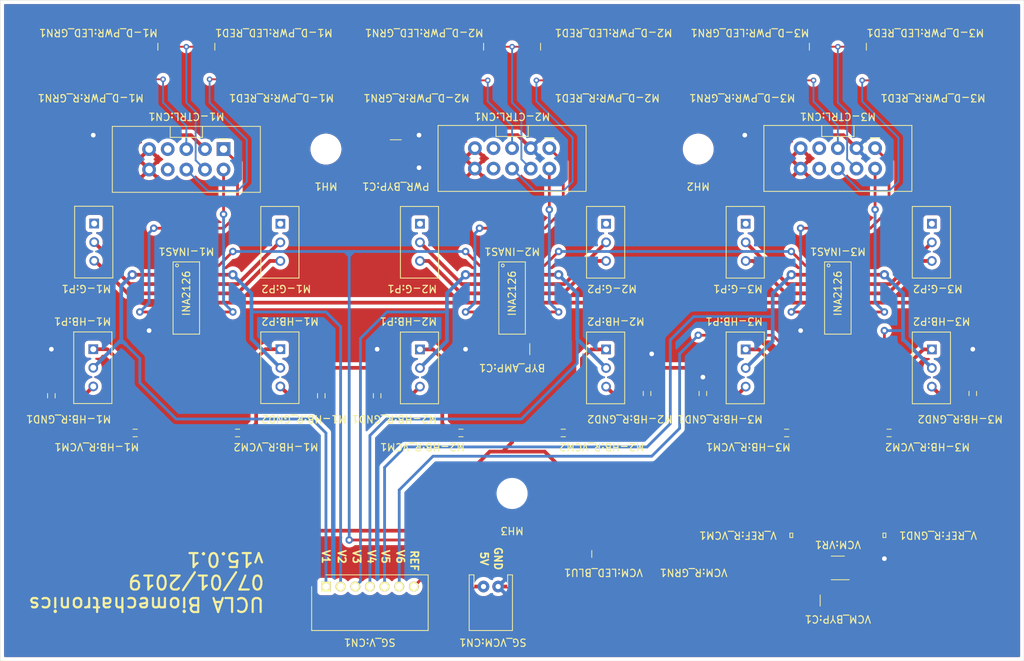
<source format=kicad_pcb>
(kicad_pcb (version 20171130) (host pcbnew "(5.1.2-1)-1")

  (general
    (thickness 1.6)
    (drawings 14)
    (tracks 487)
    (zones 0)
    (modules 55)
    (nets 58)
  )

  (page User 190.5 165.1)
  (title_block
    (title "Instrumental Amplifier Board - PCB Layout ")
    (date 2019-06-30)
    (rev 0.0.0)
  )

  (layers
    (0 F.Cu signal)
    (31 B.Cu signal)
    (32 B.Adhes user hide)
    (33 F.Adhes user hide)
    (34 B.Paste user hide)
    (35 F.Paste user hide)
    (36 B.SilkS user)
    (37 F.SilkS user)
    (38 B.Mask user)
    (39 F.Mask user)
    (40 Dwgs.User user hide)
    (41 Cmts.User user hide)
    (42 Eco1.User user hide)
    (43 Eco2.User user hide)
    (44 Edge.Cuts user)
    (45 Margin user hide)
    (46 B.CrtYd user hide)
    (47 F.CrtYd user hide)
    (48 B.Fab user hide)
    (49 F.Fab user hide)
  )

  (setup
    (last_trace_width 0.381)
    (user_trace_width 0.254)
    (user_trace_width 0.381)
    (user_trace_width 0.508)
    (trace_clearance 0.2)
    (zone_clearance 0.508)
    (zone_45_only yes)
    (trace_min 0.2)
    (via_size 0.8)
    (via_drill 0.4)
    (via_min_size 0.4)
    (via_min_drill 0.3)
    (user_via 0.762 0.381)
    (user_via 1.016 0.508)
    (user_via 1.27 0.635)
    (uvia_size 0.3)
    (uvia_drill 0.1)
    (uvias_allowed no)
    (uvia_min_size 0.2)
    (uvia_min_drill 0.1)
    (edge_width 0.05)
    (segment_width 0.2)
    (pcb_text_width 0.3)
    (pcb_text_size 1.5 1.5)
    (mod_edge_width 0.12)
    (mod_text_size 1 1)
    (mod_text_width 0.15)
    (pad_size 1.8796 1.8796)
    (pad_drill 1.016)
    (pad_to_mask_clearance 0.051)
    (solder_mask_min_width 0.25)
    (aux_axis_origin 0 0)
    (grid_origin 95.25 65.405)
    (visible_elements FFFFFF7F)
    (pcbplotparams
      (layerselection 0x010fc_ffffffff)
      (usegerberextensions false)
      (usegerberattributes false)
      (usegerberadvancedattributes false)
      (creategerberjobfile false)
      (excludeedgelayer true)
      (linewidth 0.100000)
      (plotframeref false)
      (viasonmask false)
      (mode 1)
      (useauxorigin false)
      (hpglpennumber 1)
      (hpglpenspeed 20)
      (hpglpendiameter 15.000000)
      (psnegative false)
      (psa4output false)
      (plotreference true)
      (plotvalue true)
      (plotinvisibletext false)
      (padsonsilk false)
      (subtractmaskfromsilk false)
      (outputformat 1)
      (mirror false)
      (drillshape 1)
      (scaleselection 1)
      (outputdirectory ""))
  )

  (net 0 "")
  (net 1 GND)
  (net 2 V_PWR)
  (net 3 /M1-D:PWR_CHK/M1-D:GND)
  (net 4 /CH2)
  (net 5 /CH1)
  (net 6 "Net-(M1-D_PWR:LED_GRN1-PadA)")
  (net 7 "Net-(M1-D_PWR:LED_RED1-PadA)")
  (net 8 "Net-(M1-HB:P1-Pad1)")
  (net 9 /M1-AMP/M1-SG_V:CH1)
  (net 10 "Net-(M1-HB:P1-Pad3)")
  (net 11 "Net-(M1-HB:P2-Pad1)")
  (net 12 /M1-AMP/M1-SG_V:CH2)
  (net 13 "Net-(M1-HB:P2-Pad3)")
  (net 14 VCM)
  (net 15 SG_REF:CH7)
  (net 16 V_REF)
  (net 17 /M2-D:PWR_CHK/M2-D:GND)
  (net 18 /CH4)
  (net 19 /CH3)
  (net 20 "Net-(M2-D_PWR:LED_GRN1-PadA)")
  (net 21 "Net-(M2-D_PWR:LED_RED1-PadA)")
  (net 22 /M2-AMP/M2-IN_AMP:2/M2-G:WIP2)
  (net 23 "Net-(M2-HB:P1-Pad1)")
  (net 24 /M2-AMP/M2-SG_V:CH3)
  (net 25 "Net-(M2-HB:P1-Pad3)")
  (net 26 "Net-(M2-HB:P2-Pad1)")
  (net 27 /M2-AMP/M2-SG_V:CH4)
  (net 28 "Net-(M2-HB:P2-Pad3)")
  (net 29 /M3-D:PWR_CHK/M3-D:GND)
  (net 30 /CH6)
  (net 31 /CH5)
  (net 32 "Net-(M3-D_PWR:LED_GRN1-PadA)")
  (net 33 "Net-(M3-D_PWR:LED_RED1-PadA)")
  (net 34 "Net-(M3-HB:P1-Pad1)")
  (net 35 /M3-AMP/M3-SG_V:CH5)
  (net 36 "Net-(M3-HB:P1-Pad3)")
  (net 37 "Net-(M3-HB:P2-Pad1)")
  (net 38 /M3-AMP/M3-SG_V:CH6)
  (net 39 "Net-(M3-HB:P2-Pad3)")
  (net 40 "Net-(VCM:LED_BLU1-PadA)")
  (net 41 /M1-D:OUT2)
  (net 42 /M1-D:OUT1)
  (net 43 /M2-D:OUT2)
  (net 44 /M2-D:OUT1)
  (net 45 /M3-D:OUT2)
  (net 46 /M3-D:OUT1)
  (net 47 /M1-AMP/M1-IN_AMP:1/M1-G:WIP1)
  (net 48 /M1-AMP/M1-IN_AMP:1/M1-G:V_IN1)
  (net 49 /M1-AMP/M1-IN_AMP:2/M1-G:V_IN2)
  (net 50 /M1-AMP/M1-IN_AMP:2/M1-G:WIP2)
  (net 51 /M2-AMP/M2-IN_AMP:1/M2-G:V_IN1)
  (net 52 /M2-AMP/M2-IN_AMP:1/M2-G:WIP1)
  (net 53 /M2-AMP/M2-IN_AMP:2/M2-G:V_IN2)
  (net 54 /M3-AMP/M3-IN_AMP:1/M3-G:WIP1)
  (net 55 /M3-AMP/M3-IN_AMP:1/M3-G:V_IN1)
  (net 56 /M3-AMP/M3-IN_AMP:2/M3-G:WIP2)
  (net 57 /M3-AMP/M3-IN_AMP:2/M3-G:V_IN2)

  (net_class Default "This is the default net class."
    (clearance 0.2)
    (trace_width 0.25)
    (via_dia 0.8)
    (via_drill 0.4)
    (uvia_dia 0.3)
    (uvia_drill 0.1)
    (add_net /CH1)
    (add_net /CH2)
    (add_net /CH3)
    (add_net /CH4)
    (add_net /CH5)
    (add_net /CH6)
    (add_net /M1-AMP/M1-IN_AMP:1/M1-G:V_IN1)
    (add_net /M1-AMP/M1-IN_AMP:1/M1-G:WIP1)
    (add_net /M1-AMP/M1-IN_AMP:2/M1-G:V_IN2)
    (add_net /M1-AMP/M1-IN_AMP:2/M1-G:WIP2)
    (add_net /M1-AMP/M1-SG_V:CH1)
    (add_net /M1-AMP/M1-SG_V:CH2)
    (add_net /M1-D:OUT1)
    (add_net /M1-D:OUT2)
    (add_net /M1-D:PWR_CHK/M1-D:GND)
    (add_net /M2-AMP/M2-IN_AMP:1/M2-G:V_IN1)
    (add_net /M2-AMP/M2-IN_AMP:1/M2-G:WIP1)
    (add_net /M2-AMP/M2-IN_AMP:2/M2-G:V_IN2)
    (add_net /M2-AMP/M2-IN_AMP:2/M2-G:WIP2)
    (add_net /M2-AMP/M2-SG_V:CH3)
    (add_net /M2-AMP/M2-SG_V:CH4)
    (add_net /M2-D:OUT1)
    (add_net /M2-D:OUT2)
    (add_net /M2-D:PWR_CHK/M2-D:GND)
    (add_net /M3-AMP/M3-IN_AMP:1/M3-G:V_IN1)
    (add_net /M3-AMP/M3-IN_AMP:1/M3-G:WIP1)
    (add_net /M3-AMP/M3-IN_AMP:2/M3-G:V_IN2)
    (add_net /M3-AMP/M3-IN_AMP:2/M3-G:WIP2)
    (add_net /M3-AMP/M3-SG_V:CH5)
    (add_net /M3-AMP/M3-SG_V:CH6)
    (add_net /M3-D:OUT1)
    (add_net /M3-D:OUT2)
    (add_net /M3-D:PWR_CHK/M3-D:GND)
    (add_net GND)
    (add_net "Net-(M1-D_PWR:LED_GRN1-PadA)")
    (add_net "Net-(M1-D_PWR:LED_RED1-PadA)")
    (add_net "Net-(M1-HB:P1-Pad1)")
    (add_net "Net-(M1-HB:P1-Pad3)")
    (add_net "Net-(M1-HB:P2-Pad1)")
    (add_net "Net-(M1-HB:P2-Pad3)")
    (add_net "Net-(M2-D_PWR:LED_GRN1-PadA)")
    (add_net "Net-(M2-D_PWR:LED_RED1-PadA)")
    (add_net "Net-(M2-HB:P1-Pad1)")
    (add_net "Net-(M2-HB:P1-Pad3)")
    (add_net "Net-(M2-HB:P2-Pad1)")
    (add_net "Net-(M2-HB:P2-Pad3)")
    (add_net "Net-(M3-D_PWR:LED_GRN1-PadA)")
    (add_net "Net-(M3-D_PWR:LED_RED1-PadA)")
    (add_net "Net-(M3-HB:P1-Pad1)")
    (add_net "Net-(M3-HB:P1-Pad3)")
    (add_net "Net-(M3-HB:P2-Pad1)")
    (add_net "Net-(M3-HB:P2-Pad3)")
    (add_net "Net-(VCM:LED_BLU1-PadA)")
    (add_net SG_REF:CH7)
    (add_net VCM)
    (add_net V_PWR)
    (add_net V_REF)
  )

  (module Connectors:2X5-SHROUDED_LOCK (layer F.Cu) (tedit 5D199B7E) (tstamp 5D202D09)
    (at 50.8 40.767 270)
    (descr "PLATED THROUGH HOLE - 2X5 SHROUDED HEADER LOCKING FOOTPRINT")
    (tags "PLATED THROUGH HOLE - 2X5 SHROUDED HEADER LOCKING FOOTPRINT")
    (path /5D1489DB)
    (attr virtual)
    (fp_text reference M1-CTRL:CN1 (at -5.842 0 180 unlocked) (layer F.SilkS)
      (effects (font (size 1 1) (thickness 0.15)))
    )
    (fp_text value CONN_05X2SHD_LOCK (at -5.207 0) (layer F.SilkS) hide
      (effects (font (size 1 1) (thickness 0.15)))
    )
    (fp_line (start -2.81178 -5.715) (end -2.81178 -4.445) (layer F.SilkS) (width 0.12))
    (fp_line (start -3.39852 8.99922) (end -3.39852 2.19964) (layer Dwgs.User) (width 0.15))
    (fp_line (start -3.39852 -8.99922) (end -3.39852 -2.19964) (layer Dwgs.User) (width 0.15))
    (fp_line (start -2.99974 2.19964) (end -4.49834 2.19964) (layer F.SilkS) (width 0.12))
    (fp_line (start -2.99974 -2.19964) (end -2.99974 2.19964) (layer F.SilkS) (width 0.12))
    (fp_line (start -4.49834 -2.19964) (end -2.99974 -2.19964) (layer F.SilkS) (width 0.12))
    (fp_line (start -3.39852 8.99922) (end 3.39852 8.99922) (layer Dwgs.User) (width 0.15))
    (fp_line (start 3.39852 -8.99922) (end 3.39852 8.99922) (layer Dwgs.User) (width 0.15))
    (fp_line (start -3.39852 -8.99922) (end 3.39852 -8.99922) (layer Dwgs.User) (width 0.15))
    (fp_line (start 4.49834 10.09904) (end -4.49834 10.09904) (layer F.SilkS) (width 0.12))
    (fp_line (start -4.49834 -10.09904) (end 4.39928 -10.09904) (layer F.SilkS) (width 0.12))
    (fp_line (start -4.49834 -2.19964) (end -4.49834 -10.09904) (layer F.SilkS) (width 0.12))
    (fp_line (start -4.49834 2.19964) (end -4.49834 -2.19964) (layer F.SilkS) (width 0.12))
    (fp_line (start -4.49834 10.09904) (end -4.49834 2.19964) (layer F.SilkS) (width 0.12))
    (fp_line (start 4.49834 -10.09904) (end 4.49834 10.09904) (layer F.SilkS) (width 0.12))
    (fp_line (start -2.77368 -5.715) (end -2.77368 -4.445) (layer F.SilkS) (width 0.12))
    (fp_line (start 1.016 2.794) (end 1.016 2.286) (layer Dwgs.User) (width 0.15))
    (fp_line (start 1.016 2.286) (end 1.524 2.286) (layer Dwgs.User) (width 0.15))
    (fp_line (start 1.524 2.794) (end 1.524 2.286) (layer Dwgs.User) (width 0.15))
    (fp_line (start 1.016 2.794) (end 1.524 2.794) (layer Dwgs.User) (width 0.15))
    (fp_line (start -1.524 2.794) (end -1.524 2.286) (layer Dwgs.User) (width 0.15))
    (fp_line (start -1.524 2.286) (end -1.016 2.286) (layer Dwgs.User) (width 0.15))
    (fp_line (start -1.016 2.794) (end -1.016 2.286) (layer Dwgs.User) (width 0.15))
    (fp_line (start -1.524 2.794) (end -1.016 2.794) (layer Dwgs.User) (width 0.15))
    (fp_line (start -1.524 5.334) (end -1.524 4.826) (layer Dwgs.User) (width 0.15))
    (fp_line (start -1.524 4.826) (end -1.016 4.826) (layer Dwgs.User) (width 0.15))
    (fp_line (start -1.016 5.334) (end -1.016 4.826) (layer Dwgs.User) (width 0.15))
    (fp_line (start -1.524 5.334) (end -1.016 5.334) (layer Dwgs.User) (width 0.15))
    (fp_line (start 1.016 5.334) (end 1.016 4.826) (layer Dwgs.User) (width 0.15))
    (fp_line (start 1.016 4.826) (end 1.524 4.826) (layer Dwgs.User) (width 0.15))
    (fp_line (start 1.524 5.334) (end 1.524 4.826) (layer Dwgs.User) (width 0.15))
    (fp_line (start 1.016 5.334) (end 1.524 5.334) (layer Dwgs.User) (width 0.15))
    (fp_line (start -1.524 2.794) (end -1.524 2.286) (layer Dwgs.User) (width 0.15))
    (fp_line (start -1.524 2.286) (end -1.016 2.286) (layer Dwgs.User) (width 0.15))
    (fp_line (start -1.016 2.794) (end -1.016 2.286) (layer Dwgs.User) (width 0.15))
    (fp_line (start -1.524 2.794) (end -1.016 2.794) (layer Dwgs.User) (width 0.15))
    (fp_line (start 1.016 2.794) (end 1.016 2.286) (layer Dwgs.User) (width 0.15))
    (fp_line (start 1.016 2.286) (end 1.524 2.286) (layer Dwgs.User) (width 0.15))
    (fp_line (start 1.524 2.794) (end 1.524 2.286) (layer Dwgs.User) (width 0.15))
    (fp_line (start 1.016 2.794) (end 1.524 2.794) (layer Dwgs.User) (width 0.15))
    (fp_line (start -1.524 0.254) (end -1.524 -0.254) (layer Dwgs.User) (width 0.15))
    (fp_line (start -1.524 -0.254) (end -1.016 -0.254) (layer Dwgs.User) (width 0.15))
    (fp_line (start -1.016 0.254) (end -1.016 -0.254) (layer Dwgs.User) (width 0.15))
    (fp_line (start -1.524 0.254) (end -1.016 0.254) (layer Dwgs.User) (width 0.15))
    (fp_line (start 1.016 0.254) (end 1.016 -0.254) (layer Dwgs.User) (width 0.15))
    (fp_line (start 1.016 -0.254) (end 1.524 -0.254) (layer Dwgs.User) (width 0.15))
    (fp_line (start 1.524 0.254) (end 1.524 -0.254) (layer Dwgs.User) (width 0.15))
    (fp_line (start 1.016 0.254) (end 1.524 0.254) (layer Dwgs.User) (width 0.15))
    (fp_line (start -1.524 -2.286) (end -1.524 -2.794) (layer Dwgs.User) (width 0.15))
    (fp_line (start -1.524 -2.794) (end -1.016 -2.794) (layer Dwgs.User) (width 0.15))
    (fp_line (start -1.016 -2.286) (end -1.016 -2.794) (layer Dwgs.User) (width 0.15))
    (fp_line (start -1.524 -2.286) (end -1.016 -2.286) (layer Dwgs.User) (width 0.15))
    (fp_line (start 1.016 -2.286) (end 1.016 -2.794) (layer Dwgs.User) (width 0.15))
    (fp_line (start 1.016 -2.794) (end 1.524 -2.794) (layer Dwgs.User) (width 0.15))
    (fp_line (start 1.524 -2.286) (end 1.524 -2.794) (layer Dwgs.User) (width 0.15))
    (fp_line (start 1.016 -2.286) (end 1.524 -2.286) (layer Dwgs.User) (width 0.15))
    (fp_line (start 1.016 -4.826) (end 1.016 -5.334) (layer Dwgs.User) (width 0.15))
    (fp_line (start 1.016 -5.334) (end 1.524 -5.334) (layer Dwgs.User) (width 0.15))
    (fp_line (start 1.524 -4.826) (end 1.524 -5.334) (layer Dwgs.User) (width 0.15))
    (fp_line (start 1.016 -4.826) (end 1.524 -4.826) (layer Dwgs.User) (width 0.15))
    (fp_line (start -1.524 -4.826) (end -1.524 -5.334) (layer Dwgs.User) (width 0.15))
    (fp_line (start -1.524 -5.334) (end -1.016 -5.334) (layer Dwgs.User) (width 0.15))
    (fp_line (start -1.016 -4.826) (end -1.016 -5.334) (layer Dwgs.User) (width 0.15))
    (fp_line (start -1.524 -4.826) (end -1.016 -4.826) (layer Dwgs.User) (width 0.15))
    (pad 10 thru_hole circle (at 1.397 5.08 270) (size 1.8796 1.8796) (drill 1.016) (layers *.Cu *.Mask)
      (net 2 V_PWR) (solder_mask_margin 0.1016))
    (pad 9 thru_hole circle (at -1.397 5.08 270) (size 1.8796 1.8796) (drill 1.016) (layers *.Cu *.Mask)
      (net 2 V_PWR) (solder_mask_margin 0.1016))
    (pad 8 thru_hole circle (at 1.397 2.54 270) (size 1.8796 1.8796) (drill 1.016) (layers *.Cu *.Mask)
      (solder_mask_margin 0.1016))
    (pad 7 thru_hole circle (at -1.397 2.54 270) (size 1.8796 1.8796) (drill 1.016) (layers *.Cu *.Mask)
      (solder_mask_margin 0.1016))
    (pad 6 thru_hole circle (at 1.397 0 270) (size 1.8796 1.8796) (drill 1.016) (layers *.Cu *.Mask)
      (net 41 /M1-D:OUT2) (solder_mask_margin 0.1016))
    (pad 5 thru_hole circle (at -1.397 0 270) (size 1.8796 1.8796) (drill 1.016) (layers *.Cu *.Mask)
      (net 42 /M1-D:OUT1) (solder_mask_margin 0.1016))
    (pad 4 thru_hole circle (at 1.397 -2.54 270) (size 1.8796 1.8796) (drill 1.016) (layers *.Cu *.Mask)
      (net 3 /M1-D:PWR_CHK/M1-D:GND) (solder_mask_margin 0.1016))
    (pad 3 thru_hole circle (at -1.397 -2.54 270) (size 1.8796 1.8796) (drill 1.016) (layers *.Cu *.Mask)
      (net 1 GND) (solder_mask_margin 0.1016))
    (pad 2 thru_hole circle (at 1.397 -5.08 270) (size 1.8796 1.8796) (drill 1.016) (layers *.Cu *.Mask)
      (net 4 /CH2) (solder_mask_margin 0.1016))
    (pad 1 thru_hole rect (at -1.397 -5.08 270) (size 1.8796 1.8796) (drill 1.016) (layers *.Cu *.Mask)
      (net 5 /CH1) (solder_mask_margin 0.1016))
  )

  (module LED:LED-0603 (layer F.Cu) (tedit 595FF906) (tstamp 5D202E7C)
    (at 45.3263 25.4)
    (descr "LED 0603 SMT")
    (tags "LED 0603 SMT")
    (path /5D39E52F/5DA539BC)
    (attr smd)
    (fp_text reference M1-D_PWR:LED_GRN1 (at 1.6637 -1.905 180 unlocked) (layer F.SilkS)
      (effects (font (size 1 1) (thickness 0.15)) (justify left))
    )
    (fp_text value LED-GREEN0603 (at 0 2.54) (layer F.SilkS) hide
      (effects (font (size 1 1) (thickness 0.15)))
    )
    (fp_line (start 1.5875 -0.47498) (end 1.5875 0.47498) (layer F.SilkS) (width 0.12))
    (fp_line (start 0.15748 -0.47498) (end 0.15748 0) (layer Dwgs.User) (width 0.15))
    (fp_line (start 0.15748 0) (end 0.15748 0.47498) (layer Dwgs.User) (width 0.15))
    (fp_line (start 0.15748 0) (end -0.15748 -0.3175) (layer Dwgs.User) (width 0.15))
    (fp_line (start 0.15748 0) (end -0.15748 0.3175) (layer Dwgs.User) (width 0.15))
    (pad A smd rect (at -0.8763 0 270) (size 0.99822 0.99822) (layers F.Cu F.Paste F.Mask)
      (net 6 "Net-(M1-D_PWR:LED_GRN1-PadA)") (solder_mask_margin 0.1016))
    (pad C smd rect (at 0.8763 0 270) (size 0.99822 0.99822) (layers F.Cu F.Paste F.Mask)
      (net 3 /M1-D:PWR_CHK/M1-D:GND) (solder_mask_margin 0.1016))
  )

  (module LED:LED-0603 (layer F.Cu) (tedit 595FF906) (tstamp 5D202E9A)
    (at 56.2737 25.4 180)
    (descr "LED 0603 SMT")
    (tags "LED 0603 SMT")
    (path /5D39E52F/5D3A4517)
    (attr smd)
    (fp_text reference M1-D_PWR:LED_RED1 (at 1.6637 1.905 180 unlocked) (layer F.SilkS)
      (effects (font (size 1 1) (thickness 0.15)) (justify right))
    )
    (fp_text value LED-RED0603 (at 0 -2.54) (layer F.SilkS) hide
      (effects (font (size 1 1) (thickness 0.15)))
    )
    (fp_line (start 0.15748 0) (end -0.15748 0.3175) (layer Dwgs.User) (width 0.15))
    (fp_line (start 0.15748 0) (end -0.15748 -0.3175) (layer Dwgs.User) (width 0.15))
    (fp_line (start 0.15748 0) (end 0.15748 0.47498) (layer Dwgs.User) (width 0.15))
    (fp_line (start 0.15748 -0.47498) (end 0.15748 0) (layer Dwgs.User) (width 0.15))
    (fp_line (start 1.5875 -0.47498) (end 1.5875 0.47498) (layer F.SilkS) (width 0.12))
    (pad C smd rect (at 0.8763 0 90) (size 0.99822 0.99822) (layers F.Cu F.Paste F.Mask)
      (net 3 /M1-D:PWR_CHK/M1-D:GND) (solder_mask_margin 0.1016))
    (pad A smd rect (at -0.8763 0 90) (size 0.99822 0.99822) (layers F.Cu F.Paste F.Mask)
      (net 7 "Net-(M1-D_PWR:LED_RED1-PadA)") (solder_mask_margin 0.1016))
  )

  (module ERA-3AEB331V:RESC1608X55N (layer F.Cu) (tedit 0) (tstamp 5D202EBB)
    (at 44.45 29.065 90)
    (path /5D39E52F/5DA539BE)
    (attr smd)
    (fp_text reference M1-D_PWR:R_GRN1 (at -3.32 0.635 180 unlocked) (layer F.SilkS)
      (effects (font (size 1 1) (thickness 0.15)) (justify left))
    )
    (fp_text value ERA-3AEB331V (at -2.54 0 180) (layer F.SilkS) hide
      (effects (font (size 1 1) (thickness 0.15)))
    )
    (fp_line (start 1.465 0.7) (end 1.465 -0.7) (layer Eco1.User) (width 0.15))
    (fp_line (start -1.465 0.7) (end -1.465 -0.7) (layer Eco1.User) (width 0.15))
    (fp_line (start -1.465 -0.7) (end 1.465 -0.7) (layer Eco1.User) (width 0.15))
    (fp_line (start -1.465 0.7) (end 1.465 0.7) (layer Eco1.User) (width 0.15))
    (fp_line (start -0.85 0.45) (end -0.85 -0.45) (layer Eco2.User) (width 0.15))
    (fp_line (start 0.85 0.45) (end 0.85 -0.45) (layer Eco2.User) (width 0.15))
    (fp_line (start 0.85 -0.45) (end -0.85 -0.45) (layer Eco2.User) (width 0.15))
    (fp_line (start 0.85 0.45) (end -0.85 0.45) (layer Eco2.User) (width 0.15))
    (pad 2 smd rect (at 0.78 0 90) (size 0.87 0.93) (layers F.Cu F.Paste F.Mask)
      (net 6 "Net-(M1-D_PWR:LED_GRN1-PadA)"))
    (pad 1 smd rect (at -0.78 0 90) (size 0.87 0.93) (layers F.Cu F.Paste F.Mask)
      (net 42 /M1-D:OUT1))
  )

  (module ERA-3AEB331V:RESC1608X55N (layer F.Cu) (tedit 0) (tstamp 5D202F00)
    (at 57.15 29.065 90)
    (path /5D39E52F/5D3A4510)
    (attr smd)
    (fp_text reference M1-D_PWR:R_RED1 (at -3.32 -0.635 180 unlocked) (layer F.SilkS)
      (effects (font (size 1 1) (thickness 0.15)) (justify right))
    )
    (fp_text value ERA-3AEB331V (at -2.54 0 180) (layer F.SilkS) hide
      (effects (font (size 1 1) (thickness 0.15)))
    )
    (fp_line (start 1.465 0.7) (end 1.465 -0.7) (layer Eco1.User) (width 0.15))
    (fp_line (start -1.465 0.7) (end -1.465 -0.7) (layer Eco1.User) (width 0.15))
    (fp_line (start -1.465 -0.7) (end 1.465 -0.7) (layer Eco1.User) (width 0.15))
    (fp_line (start -1.465 0.7) (end 1.465 0.7) (layer Eco1.User) (width 0.15))
    (fp_line (start -0.85 0.45) (end -0.85 -0.45) (layer Eco2.User) (width 0.15))
    (fp_line (start 0.85 0.45) (end 0.85 -0.45) (layer Eco2.User) (width 0.15))
    (fp_line (start 0.85 -0.45) (end -0.85 -0.45) (layer Eco2.User) (width 0.15))
    (fp_line (start 0.85 0.45) (end -0.85 0.45) (layer Eco2.User) (width 0.15))
    (pad 2 smd rect (at 0.78 0 90) (size 0.87 0.93) (layers F.Cu F.Paste F.Mask)
      (net 7 "Net-(M1-D_PWR:LED_RED1-PadA)"))
    (pad 1 smd rect (at -0.78 0 90) (size 0.87 0.93) (layers F.Cu F.Paste F.Mask)
      (net 41 /M1-D:OUT2))
  )

  (module RC0201FR-074K7L:RESC0603X26N (layer F.Cu) (tedit 0) (tstamp 5D202F29)
    (at 32.385 73.025 90)
    (path /5D413EBA/5D43807D/5DA539B6)
    (attr smd)
    (fp_text reference M1-HB:R_GND1 (at -3.175 8.255 180 unlocked) (layer F.SilkS)
      (effects (font (size 1 1) (thickness 0.15)) (justify left))
    )
    (fp_text value RC0201FR-074K7L (at -0.065 0.8 90) (layer F.SilkS) hide
      (effects (font (size 1 1) (thickness 0.15)))
    )
    (fp_line (start 0.62 0.579) (end -0.62 0.579) (layer Eco1.User) (width 0.15))
    (fp_line (start 0.62 -0.579) (end 0.62 0.579) (layer Eco1.User) (width 0.15))
    (fp_line (start -0.62 -0.579) (end 0.62 -0.579) (layer Eco1.User) (width 0.15))
    (fp_line (start -0.62 0.579) (end -0.62 -0.579) (layer Eco1.User) (width 0.15))
    (fp_line (start -0.3 0.515) (end 0.3 0.515) (layer F.SilkS) (width 0.12))
    (fp_line (start -0.3 -0.515) (end 0.3 -0.515) (layer F.SilkS) (width 0.12))
    (fp_line (start 0.32 0.17) (end -0.32 0.17) (layer Eco2.User) (width 0.15))
    (fp_line (start 0.32 -0.17) (end 0.32 0.17) (layer Eco2.User) (width 0.15))
    (fp_line (start -0.32 -0.17) (end 0.32 -0.17) (layer Eco2.User) (width 0.15))
    (fp_line (start -0.32 0.17) (end -0.32 -0.17) (layer Eco2.User) (width 0.15))
    (pad 2 smd rect (at 0.28 0 180) (size 0.4 0.38) (layers F.Cu F.Paste F.Mask)
      (net 1 GND))
    (pad 1 smd rect (at -0.305 0 180) (size 0.4 0.33) (layers F.Cu F.Paste F.Mask)
      (net 10 "Net-(M1-HB:P1-Pad3)"))
  )

  (module RC0201FR-074K7L:RESC0603X26N (layer F.Cu) (tedit 0) (tstamp 5D202DB2)
    (at 69.215 73.025 90)
    (path /5D413EBA/5D44EF1D/5D451D7F)
    (attr smd)
    (fp_text reference M1-HB:R_GND2 (at -3.175 -8.255 180 unlocked) (layer F.SilkS)
      (effects (font (size 1 1) (thickness 0.15)) (justify right))
    )
    (fp_text value RC0201FR-074K7L (at -0.065 0.8 90) (layer F.SilkS) hide
      (effects (font (size 1 1) (thickness 0.15)))
    )
    (fp_line (start 0.62 0.579) (end -0.62 0.579) (layer Eco1.User) (width 0.15))
    (fp_line (start 0.62 -0.579) (end 0.62 0.579) (layer Eco1.User) (width 0.15))
    (fp_line (start -0.62 -0.579) (end 0.62 -0.579) (layer Eco1.User) (width 0.15))
    (fp_line (start -0.62 0.579) (end -0.62 -0.579) (layer Eco1.User) (width 0.15))
    (fp_line (start -0.3 0.515) (end 0.3 0.515) (layer F.SilkS) (width 0.12))
    (fp_line (start -0.3 -0.515) (end 0.3 -0.515) (layer F.SilkS) (width 0.12))
    (fp_line (start 0.32 0.17) (end -0.32 0.17) (layer Eco2.User) (width 0.15))
    (fp_line (start 0.32 -0.17) (end 0.32 0.17) (layer Eco2.User) (width 0.15))
    (fp_line (start -0.32 -0.17) (end 0.32 -0.17) (layer Eco2.User) (width 0.15))
    (fp_line (start -0.32 0.17) (end -0.32 -0.17) (layer Eco2.User) (width 0.15))
    (pad 2 smd rect (at 0.28 0 180) (size 0.4 0.38) (layers F.Cu F.Paste F.Mask)
      (net 1 GND))
    (pad 1 smd rect (at -0.305 0 180) (size 0.4 0.33) (layers F.Cu F.Paste F.Mask)
      (net 13 "Net-(M1-HB:P2-Pad3)"))
  )

  (module RC0201FR-074K7L:RESC0603X26N (layer F.Cu) (tedit 0) (tstamp 5D202DDF)
    (at 43.815 78.105 180)
    (path /5D413EBA/5D43807D/5DA539BA)
    (attr smd)
    (fp_text reference M1-HB:R_VCM1 (at -0.635 -1.905 180 unlocked) (layer F.SilkS)
      (effects (font (size 1 1) (thickness 0.15)) (justify left))
    )
    (fp_text value RC0201FR-074K7L (at -0.065 0.8) (layer F.SilkS) hide
      (effects (font (size 1 1) (thickness 0.15)))
    )
    (fp_line (start -0.32 0.17) (end -0.32 -0.17) (layer Eco2.User) (width 0.15))
    (fp_line (start -0.32 -0.17) (end 0.32 -0.17) (layer Eco2.User) (width 0.15))
    (fp_line (start 0.32 -0.17) (end 0.32 0.17) (layer Eco2.User) (width 0.15))
    (fp_line (start 0.32 0.17) (end -0.32 0.17) (layer Eco2.User) (width 0.15))
    (fp_line (start -0.3 -0.515) (end 0.3 -0.515) (layer F.SilkS) (width 0.12))
    (fp_line (start -0.3 0.515) (end 0.3 0.515) (layer F.SilkS) (width 0.12))
    (fp_line (start -0.62 0.579) (end -0.62 -0.579) (layer Eco1.User) (width 0.15))
    (fp_line (start -0.62 -0.579) (end 0.62 -0.579) (layer Eco1.User) (width 0.15))
    (fp_line (start 0.62 -0.579) (end 0.62 0.579) (layer Eco1.User) (width 0.15))
    (fp_line (start 0.62 0.579) (end -0.62 0.579) (layer Eco1.User) (width 0.15))
    (pad 1 smd rect (at -0.305 0 270) (size 0.4 0.33) (layers F.Cu F.Paste F.Mask)
      (net 14 VCM))
    (pad 2 smd rect (at 0.28 0 270) (size 0.4 0.38) (layers F.Cu F.Paste F.Mask)
      (net 8 "Net-(M1-HB:P1-Pad1)"))
  )

  (module RC0201FR-074K7L:RESC0603X26N (layer F.Cu) (tedit 0) (tstamp 5D2038D4)
    (at 57.785 78.105)
    (path /5D413EBA/5D44EF1D/5DA539D7)
    (attr smd)
    (fp_text reference M1-HB:R_VCM2 (at -0.635 1.905 180 unlocked) (layer F.SilkS)
      (effects (font (size 1 1) (thickness 0.15)) (justify right))
    )
    (fp_text value RC0201FR-074K7L (at -0.065 0.8) (layer F.SilkS) hide
      (effects (font (size 1 1) (thickness 0.15)))
    )
    (fp_line (start 0.62 0.579) (end -0.62 0.579) (layer Eco1.User) (width 0.15))
    (fp_line (start 0.62 -0.579) (end 0.62 0.579) (layer Eco1.User) (width 0.15))
    (fp_line (start -0.62 -0.579) (end 0.62 -0.579) (layer Eco1.User) (width 0.15))
    (fp_line (start -0.62 0.579) (end -0.62 -0.579) (layer Eco1.User) (width 0.15))
    (fp_line (start -0.3 0.515) (end 0.3 0.515) (layer F.SilkS) (width 0.12))
    (fp_line (start -0.3 -0.515) (end 0.3 -0.515) (layer F.SilkS) (width 0.12))
    (fp_line (start 0.32 0.17) (end -0.32 0.17) (layer Eco2.User) (width 0.15))
    (fp_line (start 0.32 -0.17) (end 0.32 0.17) (layer Eco2.User) (width 0.15))
    (fp_line (start -0.32 -0.17) (end 0.32 -0.17) (layer Eco2.User) (width 0.15))
    (fp_line (start -0.32 0.17) (end -0.32 -0.17) (layer Eco2.User) (width 0.15))
    (pad 2 smd rect (at 0.28 0 90) (size 0.4 0.38) (layers F.Cu F.Paste F.Mask)
      (net 11 "Net-(M1-HB:P2-Pad1)"))
    (pad 1 smd rect (at -0.305 0 90) (size 0.4 0.33) (layers F.Cu F.Paste F.Mask)
      (net 14 VCM))
  )

  (module Connectors:2X5-SHROUDED_LOCK (layer F.Cu) (tedit 200000) (tstamp 5D203801)
    (at 95.25 40.64 270)
    (descr "PLATED THROUGH HOLE - 2X5 SHROUDED HEADER LOCKING FOOTPRINT")
    (tags "PLATED THROUGH HOLE - 2X5 SHROUDED HEADER LOCKING FOOTPRINT")
    (path /5D561F17)
    (attr virtual)
    (fp_text reference M2-CTRL:CN1 (at -5.715 0 180 unlocked) (layer F.SilkS)
      (effects (font (size 1 1) (thickness 0.15)))
    )
    (fp_text value CONN_05X2SHD_LOCK (at -5.08 -5.08) (layer F.SilkS) hide
      (effects (font (size 1 1) (thickness 0.15)))
    )
    (fp_line (start -2.81178 -5.715) (end -2.81178 -4.445) (layer F.SilkS) (width 0.12))
    (fp_line (start -3.39852 8.99922) (end -3.39852 2.19964) (layer Dwgs.User) (width 0.15))
    (fp_line (start -3.39852 -8.99922) (end -3.39852 -2.19964) (layer Dwgs.User) (width 0.15))
    (fp_line (start -2.99974 2.19964) (end -4.49834 2.19964) (layer F.SilkS) (width 0.12))
    (fp_line (start -2.99974 -2.19964) (end -2.99974 2.19964) (layer F.SilkS) (width 0.12))
    (fp_line (start -4.49834 -2.19964) (end -2.99974 -2.19964) (layer F.SilkS) (width 0.12))
    (fp_line (start -3.39852 8.99922) (end 3.39852 8.99922) (layer Dwgs.User) (width 0.15))
    (fp_line (start 3.39852 -8.99922) (end 3.39852 8.99922) (layer Dwgs.User) (width 0.15))
    (fp_line (start -3.39852 -8.99922) (end 3.39852 -8.99922) (layer Dwgs.User) (width 0.15))
    (fp_line (start 4.49834 10.09904) (end -4.49834 10.09904) (layer F.SilkS) (width 0.12))
    (fp_line (start -4.49834 -10.09904) (end 4.39928 -10.09904) (layer F.SilkS) (width 0.12))
    (fp_line (start -4.49834 -2.19964) (end -4.49834 -10.09904) (layer F.SilkS) (width 0.12))
    (fp_line (start -4.49834 2.19964) (end -4.49834 -2.19964) (layer F.SilkS) (width 0.12))
    (fp_line (start -4.49834 10.09904) (end -4.49834 2.19964) (layer F.SilkS) (width 0.12))
    (fp_line (start 4.49834 -10.09904) (end 4.49834 10.09904) (layer F.SilkS) (width 0.12))
    (fp_line (start -2.77368 -5.715) (end -2.77368 -4.445) (layer F.SilkS) (width 0.12))
    (fp_line (start 1.016 2.794) (end 1.016 2.286) (layer Dwgs.User) (width 0.15))
    (fp_line (start 1.016 2.286) (end 1.524 2.286) (layer Dwgs.User) (width 0.15))
    (fp_line (start 1.524 2.794) (end 1.524 2.286) (layer Dwgs.User) (width 0.15))
    (fp_line (start 1.016 2.794) (end 1.524 2.794) (layer Dwgs.User) (width 0.15))
    (fp_line (start -1.524 2.794) (end -1.524 2.286) (layer Dwgs.User) (width 0.15))
    (fp_line (start -1.524 2.286) (end -1.016 2.286) (layer Dwgs.User) (width 0.15))
    (fp_line (start -1.016 2.794) (end -1.016 2.286) (layer Dwgs.User) (width 0.15))
    (fp_line (start -1.524 2.794) (end -1.016 2.794) (layer Dwgs.User) (width 0.15))
    (fp_line (start -1.524 5.334) (end -1.524 4.826) (layer Dwgs.User) (width 0.15))
    (fp_line (start -1.524 4.826) (end -1.016 4.826) (layer Dwgs.User) (width 0.15))
    (fp_line (start -1.016 5.334) (end -1.016 4.826) (layer Dwgs.User) (width 0.15))
    (fp_line (start -1.524 5.334) (end -1.016 5.334) (layer Dwgs.User) (width 0.15))
    (fp_line (start 1.016 5.334) (end 1.016 4.826) (layer Dwgs.User) (width 0.15))
    (fp_line (start 1.016 4.826) (end 1.524 4.826) (layer Dwgs.User) (width 0.15))
    (fp_line (start 1.524 5.334) (end 1.524 4.826) (layer Dwgs.User) (width 0.15))
    (fp_line (start 1.016 5.334) (end 1.524 5.334) (layer Dwgs.User) (width 0.15))
    (fp_line (start -1.524 2.794) (end -1.524 2.286) (layer Dwgs.User) (width 0.15))
    (fp_line (start -1.524 2.286) (end -1.016 2.286) (layer Dwgs.User) (width 0.15))
    (fp_line (start -1.016 2.794) (end -1.016 2.286) (layer Dwgs.User) (width 0.15))
    (fp_line (start -1.524 2.794) (end -1.016 2.794) (layer Dwgs.User) (width 0.15))
    (fp_line (start 1.016 2.794) (end 1.016 2.286) (layer Dwgs.User) (width 0.15))
    (fp_line (start 1.016 2.286) (end 1.524 2.286) (layer Dwgs.User) (width 0.15))
    (fp_line (start 1.524 2.794) (end 1.524 2.286) (layer Dwgs.User) (width 0.15))
    (fp_line (start 1.016 2.794) (end 1.524 2.794) (layer Dwgs.User) (width 0.15))
    (fp_line (start -1.524 0.254) (end -1.524 -0.254) (layer Dwgs.User) (width 0.15))
    (fp_line (start -1.524 -0.254) (end -1.016 -0.254) (layer Dwgs.User) (width 0.15))
    (fp_line (start -1.016 0.254) (end -1.016 -0.254) (layer Dwgs.User) (width 0.15))
    (fp_line (start -1.524 0.254) (end -1.016 0.254) (layer Dwgs.User) (width 0.15))
    (fp_line (start 1.016 0.254) (end 1.016 -0.254) (layer Dwgs.User) (width 0.15))
    (fp_line (start 1.016 -0.254) (end 1.524 -0.254) (layer Dwgs.User) (width 0.15))
    (fp_line (start 1.524 0.254) (end 1.524 -0.254) (layer Dwgs.User) (width 0.15))
    (fp_line (start 1.016 0.254) (end 1.524 0.254) (layer Dwgs.User) (width 0.15))
    (fp_line (start -1.524 -2.286) (end -1.524 -2.794) (layer Dwgs.User) (width 0.15))
    (fp_line (start -1.524 -2.794) (end -1.016 -2.794) (layer Dwgs.User) (width 0.15))
    (fp_line (start -1.016 -2.286) (end -1.016 -2.794) (layer Dwgs.User) (width 0.15))
    (fp_line (start -1.524 -2.286) (end -1.016 -2.286) (layer Dwgs.User) (width 0.15))
    (fp_line (start 1.016 -2.286) (end 1.016 -2.794) (layer Dwgs.User) (width 0.15))
    (fp_line (start 1.016 -2.794) (end 1.524 -2.794) (layer Dwgs.User) (width 0.15))
    (fp_line (start 1.524 -2.286) (end 1.524 -2.794) (layer Dwgs.User) (width 0.15))
    (fp_line (start 1.016 -2.286) (end 1.524 -2.286) (layer Dwgs.User) (width 0.15))
    (fp_line (start 1.016 -4.826) (end 1.016 -5.334) (layer Dwgs.User) (width 0.15))
    (fp_line (start 1.016 -5.334) (end 1.524 -5.334) (layer Dwgs.User) (width 0.15))
    (fp_line (start 1.524 -4.826) (end 1.524 -5.334) (layer Dwgs.User) (width 0.15))
    (fp_line (start 1.016 -4.826) (end 1.524 -4.826) (layer Dwgs.User) (width 0.15))
    (fp_line (start -1.524 -4.826) (end -1.524 -5.334) (layer Dwgs.User) (width 0.15))
    (fp_line (start -1.524 -5.334) (end -1.016 -5.334) (layer Dwgs.User) (width 0.15))
    (fp_line (start -1.016 -4.826) (end -1.016 -5.334) (layer Dwgs.User) (width 0.15))
    (fp_line (start -1.524 -4.826) (end -1.016 -4.826) (layer Dwgs.User) (width 0.15))
    (pad 10 thru_hole circle (at 1.397 5.08 270) (size 1.8796 1.8796) (drill 1.016) (layers *.Cu *.Mask)
      (net 2 V_PWR) (solder_mask_margin 0.1016))
    (pad 9 thru_hole circle (at -1.397 5.08 270) (size 1.8796 1.8796) (drill 1.016) (layers *.Cu *.Mask)
      (net 2 V_PWR) (solder_mask_margin 0.1016))
    (pad 8 thru_hole circle (at 1.397 2.54 270) (size 1.8796 1.8796) (drill 1.016) (layers *.Cu *.Mask)
      (solder_mask_margin 0.1016))
    (pad 7 thru_hole circle (at -1.397 2.54 270) (size 1.8796 1.8796) (drill 1.016) (layers *.Cu *.Mask)
      (solder_mask_margin 0.1016))
    (pad 6 thru_hole circle (at 1.397 0 270) (size 1.8796 1.8796) (drill 1.016) (layers *.Cu *.Mask)
      (net 43 /M2-D:OUT2) (solder_mask_margin 0.1016))
    (pad 5 thru_hole circle (at -1.397 0 270) (size 1.8796 1.8796) (drill 1.016) (layers *.Cu *.Mask)
      (net 44 /M2-D:OUT1) (solder_mask_margin 0.1016))
    (pad 4 thru_hole circle (at 1.397 -2.54 270) (size 1.8796 1.8796) (drill 1.016) (layers *.Cu *.Mask)
      (net 17 /M2-D:PWR_CHK/M2-D:GND) (solder_mask_margin 0.1016))
    (pad 3 thru_hole circle (at -1.397 -2.54 270) (size 1.8796 1.8796) (drill 1.016) (layers *.Cu *.Mask)
      (net 1 GND) (solder_mask_margin 0.1016))
    (pad 2 thru_hole circle (at 1.397 -5.08 270) (size 1.8796 1.8796) (drill 1.016) (layers *.Cu *.Mask)
      (net 18 /CH4) (solder_mask_margin 0.1016))
    (pad 1 thru_hole circle (at -1.397 -5.08 270) (size 1.8796 1.8796) (drill 1.016) (layers *.Cu *.Mask)
      (net 19 /CH3) (solder_mask_margin 0.1016))
  )

  (module LED:LED-0603 (layer F.Cu) (tedit 595FF906) (tstamp 5D202EDF)
    (at 89.7763 25.4)
    (descr "LED 0603 SMT")
    (tags "LED 0603 SMT")
    (path /5D561F2A/5DA539BD)
    (attr smd)
    (fp_text reference M2-D_PWR:LED_GRN1 (at 1.6637 -1.905 180 unlocked) (layer F.SilkS)
      (effects (font (size 1 1) (thickness 0.15)) (justify left))
    )
    (fp_text value LED-GREEN0603 (at 0 1.016) (layer F.SilkS) hide
      (effects (font (size 1 1) (thickness 0.15)))
    )
    (fp_line (start 0.15748 0) (end -0.15748 0.3175) (layer Dwgs.User) (width 0.15))
    (fp_line (start 0.15748 0) (end -0.15748 -0.3175) (layer Dwgs.User) (width 0.15))
    (fp_line (start 0.15748 0) (end 0.15748 0.47498) (layer Dwgs.User) (width 0.15))
    (fp_line (start 0.15748 -0.47498) (end 0.15748 0) (layer Dwgs.User) (width 0.15))
    (fp_line (start 1.5875 -0.47498) (end 1.5875 0.47498) (layer F.SilkS) (width 0.12))
    (pad C smd rect (at 0.8763 0 270) (size 0.99822 0.99822) (layers F.Cu F.Paste F.Mask)
      (net 17 /M2-D:PWR_CHK/M2-D:GND) (solder_mask_margin 0.1016))
    (pad A smd rect (at -0.8763 0 270) (size 0.99822 0.99822) (layers F.Cu F.Paste F.Mask)
      (net 20 "Net-(M2-D_PWR:LED_GRN1-PadA)") (solder_mask_margin 0.1016))
  )

  (module LED:LED-0603 (layer F.Cu) (tedit 595FF906) (tstamp 5D202F78)
    (at 100.7237 25.4 180)
    (descr "LED 0603 SMT")
    (tags "LED 0603 SMT")
    (path /5D561F2A/5DA539C2)
    (attr smd)
    (fp_text reference M2-D_PWR:LED_RED1 (at -0.2413 1.905 180 unlocked) (layer F.SilkS)
      (effects (font (size 1 1) (thickness 0.15)) (justify right))
    )
    (fp_text value LED-RED0603 (at 0 1.016) (layer F.SilkS) hide
      (effects (font (size 1 1) (thickness 0.15)))
    )
    (fp_line (start 1.5875 -0.47498) (end 1.5875 0.47498) (layer F.SilkS) (width 0.12))
    (fp_line (start 0.15748 -0.47498) (end 0.15748 0) (layer Dwgs.User) (width 0.15))
    (fp_line (start 0.15748 0) (end 0.15748 0.47498) (layer Dwgs.User) (width 0.15))
    (fp_line (start 0.15748 0) (end -0.15748 -0.3175) (layer Dwgs.User) (width 0.15))
    (fp_line (start 0.15748 0) (end -0.15748 0.3175) (layer Dwgs.User) (width 0.15))
    (pad A smd rect (at -0.8763 0 90) (size 0.99822 0.99822) (layers F.Cu F.Paste F.Mask)
      (net 21 "Net-(M2-D_PWR:LED_RED1-PadA)") (solder_mask_margin 0.1016))
    (pad C smd rect (at 0.8763 0 90) (size 0.99822 0.99822) (layers F.Cu F.Paste F.Mask)
      (net 17 /M2-D:PWR_CHK/M2-D:GND) (solder_mask_margin 0.1016))
  )

  (module ERA-3AEB331V:RESC1608X55N (layer F.Cu) (tedit 0) (tstamp 5D22552A)
    (at 88.9 29.21 90)
    (path /5D561F2A/5DA539BF)
    (attr smd)
    (fp_text reference M2-D_PWR:R_GRN1 (at -3.175 0.635 180 unlocked) (layer F.SilkS)
      (effects (font (size 1 1) (thickness 0.15)) (justify left))
    )
    (fp_text value ERA-3AEB331V (at -0.21 1.05 90) (layer F.SilkS) hide
      (effects (font (size 1 1) (thickness 0.15)))
    )
    (fp_line (start 1.465 0.7) (end 1.465 -0.7) (layer Eco1.User) (width 0.15))
    (fp_line (start -1.465 0.7) (end -1.465 -0.7) (layer Eco1.User) (width 0.15))
    (fp_line (start -1.465 -0.7) (end 1.465 -0.7) (layer Eco1.User) (width 0.15))
    (fp_line (start -1.465 0.7) (end 1.465 0.7) (layer Eco1.User) (width 0.15))
    (fp_line (start -0.85 0.45) (end -0.85 -0.45) (layer Eco2.User) (width 0.15))
    (fp_line (start 0.85 0.45) (end 0.85 -0.45) (layer Eco2.User) (width 0.15))
    (fp_line (start 0.85 -0.45) (end -0.85 -0.45) (layer Eco2.User) (width 0.15))
    (fp_line (start 0.85 0.45) (end -0.85 0.45) (layer Eco2.User) (width 0.15))
    (pad 2 smd rect (at 0.78 0 90) (size 0.87 0.93) (layers F.Cu F.Paste F.Mask)
      (net 20 "Net-(M2-D_PWR:LED_GRN1-PadA)"))
    (pad 1 smd rect (at -0.78 0 90) (size 0.87 0.93) (layers F.Cu F.Paste F.Mask)
      (net 44 /M2-D:OUT1))
  )

  (module ERA-3AEB331V:RESC1608X55N (layer F.Cu) (tedit 0) (tstamp 5D202F54)
    (at 101.6 29.21 90)
    (path /5D561F2A/5DA539C0)
    (attr smd)
    (fp_text reference M2-D_PWR:R_RED1 (at -3.175 -0.635 180 unlocked) (layer F.SilkS)
      (effects (font (size 1 1) (thickness 0.15)) (justify right))
    )
    (fp_text value ERA-3AEB331V (at -0.21 1.05 90) (layer F.SilkS) hide
      (effects (font (size 1 1) (thickness 0.15)))
    )
    (fp_line (start 1.465 0.7) (end 1.465 -0.7) (layer Eco1.User) (width 0.15))
    (fp_line (start -1.465 0.7) (end -1.465 -0.7) (layer Eco1.User) (width 0.15))
    (fp_line (start -1.465 -0.7) (end 1.465 -0.7) (layer Eco1.User) (width 0.15))
    (fp_line (start -1.465 0.7) (end 1.465 0.7) (layer Eco1.User) (width 0.15))
    (fp_line (start -0.85 0.45) (end -0.85 -0.45) (layer Eco2.User) (width 0.15))
    (fp_line (start 0.85 0.45) (end 0.85 -0.45) (layer Eco2.User) (width 0.15))
    (fp_line (start 0.85 -0.45) (end -0.85 -0.45) (layer Eco2.User) (width 0.15))
    (fp_line (start 0.85 0.45) (end -0.85 0.45) (layer Eco2.User) (width 0.15))
    (pad 2 smd rect (at 0.78 0 90) (size 0.87 0.93) (layers F.Cu F.Paste F.Mask)
      (net 21 "Net-(M2-D_PWR:LED_RED1-PadA)"))
    (pad 1 smd rect (at -0.78 0 90) (size 0.87 0.93) (layers F.Cu F.Paste F.Mask)
      (net 43 /M2-D:OUT2))
  )

  (module RC0201FR-074K7L:RESC0603X26N (layer F.Cu) (tedit 0) (tstamp 5D202C9E)
    (at 76.835 73.025 90)
    (path /5D644391/5DA539CB/5D395580)
    (attr smd)
    (fp_text reference M2-HB:R_GND1 (at -3.175 8.255 180 unlocked) (layer F.SilkS)
      (effects (font (size 1 1) (thickness 0.15)) (justify left))
    )
    (fp_text value RC0201FR-074K7L (at -0.065 0.8 90) (layer F.SilkS) hide
      (effects (font (size 1 1) (thickness 0.15)))
    )
    (fp_line (start 0.62 0.579) (end -0.62 0.579) (layer Eco1.User) (width 0.15))
    (fp_line (start 0.62 -0.579) (end 0.62 0.579) (layer Eco1.User) (width 0.15))
    (fp_line (start -0.62 -0.579) (end 0.62 -0.579) (layer Eco1.User) (width 0.15))
    (fp_line (start -0.62 0.579) (end -0.62 -0.579) (layer Eco1.User) (width 0.15))
    (fp_line (start -0.3 0.515) (end 0.3 0.515) (layer F.SilkS) (width 0.12))
    (fp_line (start -0.3 -0.515) (end 0.3 -0.515) (layer F.SilkS) (width 0.12))
    (fp_line (start 0.32 0.17) (end -0.32 0.17) (layer Eco2.User) (width 0.15))
    (fp_line (start 0.32 -0.17) (end 0.32 0.17) (layer Eco2.User) (width 0.15))
    (fp_line (start -0.32 -0.17) (end 0.32 -0.17) (layer Eco2.User) (width 0.15))
    (fp_line (start -0.32 0.17) (end -0.32 -0.17) (layer Eco2.User) (width 0.15))
    (pad 2 smd rect (at 0.28 0 180) (size 0.4 0.38) (layers F.Cu F.Paste F.Mask)
      (net 1 GND))
    (pad 1 smd rect (at -0.305 0 180) (size 0.4 0.33) (layers F.Cu F.Paste F.Mask)
      (net 25 "Net-(M2-HB:P1-Pad3)"))
  )

  (module RC0201FR-074K7L:RESC0603X26N (layer F.Cu) (tedit 0) (tstamp 5D202C71)
    (at 113.665 72.72 90)
    (path /5D644391/5DA539CC/5DA539D3)
    (attr smd)
    (fp_text reference M2-HB:R_GND2 (at -3.48 -8.255 180 unlocked) (layer F.SilkS)
      (effects (font (size 1 1) (thickness 0.15)) (justify right))
    )
    (fp_text value RC0201FR-074K7L (at -0.065 0.8 90) (layer F.SilkS) hide
      (effects (font (size 1 1) (thickness 0.15)))
    )
    (fp_line (start 0.62 0.579) (end -0.62 0.579) (layer Eco1.User) (width 0.15))
    (fp_line (start 0.62 -0.579) (end 0.62 0.579) (layer Eco1.User) (width 0.15))
    (fp_line (start -0.62 -0.579) (end 0.62 -0.579) (layer Eco1.User) (width 0.15))
    (fp_line (start -0.62 0.579) (end -0.62 -0.579) (layer Eco1.User) (width 0.15))
    (fp_line (start -0.3 0.515) (end 0.3 0.515) (layer F.SilkS) (width 0.12))
    (fp_line (start -0.3 -0.515) (end 0.3 -0.515) (layer F.SilkS) (width 0.12))
    (fp_line (start 0.32 0.17) (end -0.32 0.17) (layer Eco2.User) (width 0.15))
    (fp_line (start 0.32 -0.17) (end 0.32 0.17) (layer Eco2.User) (width 0.15))
    (fp_line (start -0.32 -0.17) (end 0.32 -0.17) (layer Eco2.User) (width 0.15))
    (fp_line (start -0.32 0.17) (end -0.32 -0.17) (layer Eco2.User) (width 0.15))
    (pad 2 smd rect (at 0.28 0 180) (size 0.4 0.38) (layers F.Cu F.Paste F.Mask)
      (net 1 GND))
    (pad 1 smd rect (at -0.305 0 180) (size 0.4 0.33) (layers F.Cu F.Paste F.Mask)
      (net 28 "Net-(M2-HB:P2-Pad3)"))
  )

  (module RC0201FR-074K7L:RESC0603X26N (layer F.Cu) (tedit 0) (tstamp 5D202C44)
    (at 88.265 78.105 180)
    (path /5D644391/5DA539CB/5D395597)
    (attr smd)
    (fp_text reference M2-HB:R_VCM1 (at -0.635 -1.905 180 unlocked) (layer F.SilkS)
      (effects (font (size 1 1) (thickness 0.15)) (justify left))
    )
    (fp_text value RC0201FR-074K7L (at -0.065 0.8) (layer F.SilkS) hide
      (effects (font (size 1 1) (thickness 0.15)))
    )
    (fp_line (start 0.62 0.579) (end -0.62 0.579) (layer Eco1.User) (width 0.15))
    (fp_line (start 0.62 -0.579) (end 0.62 0.579) (layer Eco1.User) (width 0.15))
    (fp_line (start -0.62 -0.579) (end 0.62 -0.579) (layer Eco1.User) (width 0.15))
    (fp_line (start -0.62 0.579) (end -0.62 -0.579) (layer Eco1.User) (width 0.15))
    (fp_line (start -0.3 0.515) (end 0.3 0.515) (layer F.SilkS) (width 0.12))
    (fp_line (start -0.3 -0.515) (end 0.3 -0.515) (layer F.SilkS) (width 0.12))
    (fp_line (start 0.32 0.17) (end -0.32 0.17) (layer Eco2.User) (width 0.15))
    (fp_line (start 0.32 -0.17) (end 0.32 0.17) (layer Eco2.User) (width 0.15))
    (fp_line (start -0.32 -0.17) (end 0.32 -0.17) (layer Eco2.User) (width 0.15))
    (fp_line (start -0.32 0.17) (end -0.32 -0.17) (layer Eco2.User) (width 0.15))
    (pad 2 smd rect (at 0.28 0 270) (size 0.4 0.38) (layers F.Cu F.Paste F.Mask)
      (net 23 "Net-(M2-HB:P1-Pad1)"))
    (pad 1 smd rect (at -0.305 0 270) (size 0.4 0.33) (layers F.Cu F.Paste F.Mask)
      (net 14 VCM))
  )

  (module RC0201FR-074K7L:RESC0603X26N (layer F.Cu) (tedit 0) (tstamp 5D203793)
    (at 102.235 78.105)
    (path /5D644391/5DA539CC/5D451D96)
    (attr smd)
    (fp_text reference M2-HB:R_VCM2 (at -0.635 1.905 180 unlocked) (layer F.SilkS)
      (effects (font (size 1 1) (thickness 0.15)) (justify right))
    )
    (fp_text value RC0201FR-074K7L (at -0.065 0.8) (layer F.SilkS) hide
      (effects (font (size 1 1) (thickness 0.15)))
    )
    (fp_line (start 0.62 0.579) (end -0.62 0.579) (layer Eco1.User) (width 0.15))
    (fp_line (start 0.62 -0.579) (end 0.62 0.579) (layer Eco1.User) (width 0.15))
    (fp_line (start -0.62 -0.579) (end 0.62 -0.579) (layer Eco1.User) (width 0.15))
    (fp_line (start -0.62 0.579) (end -0.62 -0.579) (layer Eco1.User) (width 0.15))
    (fp_line (start -0.3 0.515) (end 0.3 0.515) (layer F.SilkS) (width 0.12))
    (fp_line (start -0.3 -0.515) (end 0.3 -0.515) (layer F.SilkS) (width 0.12))
    (fp_line (start 0.32 0.17) (end -0.32 0.17) (layer Eco2.User) (width 0.15))
    (fp_line (start 0.32 -0.17) (end 0.32 0.17) (layer Eco2.User) (width 0.15))
    (fp_line (start -0.32 -0.17) (end 0.32 -0.17) (layer Eco2.User) (width 0.15))
    (fp_line (start -0.32 0.17) (end -0.32 -0.17) (layer Eco2.User) (width 0.15))
    (pad 2 smd rect (at 0.28 0 90) (size 0.4 0.38) (layers F.Cu F.Paste F.Mask)
      (net 26 "Net-(M2-HB:P2-Pad1)"))
    (pad 1 smd rect (at -0.305 0 90) (size 0.4 0.33) (layers F.Cu F.Paste F.Mask)
      (net 14 VCM))
  )

  (module Connectors:2X5-SHROUDED_LOCK (layer F.Cu) (tedit 200000) (tstamp 5D2036EA)
    (at 139.7 40.64 270)
    (descr "PLATED THROUGH HOLE - 2X5 SHROUDED HEADER LOCKING FOOTPRINT")
    (tags "PLATED THROUGH HOLE - 2X5 SHROUDED HEADER LOCKING FOOTPRINT")
    (path /5D5E8B3B)
    (attr virtual)
    (fp_text reference M3-CTRL:CN1 (at -5.715 0 180 unlocked) (layer F.SilkS)
      (effects (font (size 1 1) (thickness 0.15)))
    )
    (fp_text value CONN_05X2SHD_LOCK (at -5.08 -5.08) (layer F.SilkS) hide
      (effects (font (size 1 1) (thickness 0.15)))
    )
    (fp_line (start -2.81178 -5.715) (end -2.81178 -4.445) (layer F.SilkS) (width 0.12))
    (fp_line (start -3.39852 8.99922) (end -3.39852 2.19964) (layer Dwgs.User) (width 0.15))
    (fp_line (start -3.39852 -8.99922) (end -3.39852 -2.19964) (layer Dwgs.User) (width 0.15))
    (fp_line (start -2.99974 2.19964) (end -4.49834 2.19964) (layer F.SilkS) (width 0.12))
    (fp_line (start -2.99974 -2.19964) (end -2.99974 2.19964) (layer F.SilkS) (width 0.12))
    (fp_line (start -4.49834 -2.19964) (end -2.99974 -2.19964) (layer F.SilkS) (width 0.12))
    (fp_line (start -3.39852 8.99922) (end 3.39852 8.99922) (layer Dwgs.User) (width 0.15))
    (fp_line (start 3.39852 -8.99922) (end 3.39852 8.99922) (layer Dwgs.User) (width 0.15))
    (fp_line (start -3.39852 -8.99922) (end 3.39852 -8.99922) (layer Dwgs.User) (width 0.15))
    (fp_line (start 4.49834 10.09904) (end -4.49834 10.09904) (layer F.SilkS) (width 0.12))
    (fp_line (start -4.49834 -10.09904) (end 4.39928 -10.09904) (layer F.SilkS) (width 0.12))
    (fp_line (start -4.49834 -2.19964) (end -4.49834 -10.09904) (layer F.SilkS) (width 0.12))
    (fp_line (start -4.49834 2.19964) (end -4.49834 -2.19964) (layer F.SilkS) (width 0.12))
    (fp_line (start -4.49834 10.09904) (end -4.49834 2.19964) (layer F.SilkS) (width 0.12))
    (fp_line (start 4.49834 -10.09904) (end 4.49834 10.09904) (layer F.SilkS) (width 0.12))
    (fp_line (start -2.77368 -5.715) (end -2.77368 -4.445) (layer F.SilkS) (width 0.12))
    (fp_line (start 1.016 2.794) (end 1.016 2.286) (layer Dwgs.User) (width 0.15))
    (fp_line (start 1.016 2.286) (end 1.524 2.286) (layer Dwgs.User) (width 0.15))
    (fp_line (start 1.524 2.794) (end 1.524 2.286) (layer Dwgs.User) (width 0.15))
    (fp_line (start 1.016 2.794) (end 1.524 2.794) (layer Dwgs.User) (width 0.15))
    (fp_line (start -1.524 2.794) (end -1.524 2.286) (layer Dwgs.User) (width 0.15))
    (fp_line (start -1.524 2.286) (end -1.016 2.286) (layer Dwgs.User) (width 0.15))
    (fp_line (start -1.016 2.794) (end -1.016 2.286) (layer Dwgs.User) (width 0.15))
    (fp_line (start -1.524 2.794) (end -1.016 2.794) (layer Dwgs.User) (width 0.15))
    (fp_line (start -1.524 5.334) (end -1.524 4.826) (layer Dwgs.User) (width 0.15))
    (fp_line (start -1.524 4.826) (end -1.016 4.826) (layer Dwgs.User) (width 0.15))
    (fp_line (start -1.016 5.334) (end -1.016 4.826) (layer Dwgs.User) (width 0.15))
    (fp_line (start -1.524 5.334) (end -1.016 5.334) (layer Dwgs.User) (width 0.15))
    (fp_line (start 1.016 5.334) (end 1.016 4.826) (layer Dwgs.User) (width 0.15))
    (fp_line (start 1.016 4.826) (end 1.524 4.826) (layer Dwgs.User) (width 0.15))
    (fp_line (start 1.524 5.334) (end 1.524 4.826) (layer Dwgs.User) (width 0.15))
    (fp_line (start 1.016 5.334) (end 1.524 5.334) (layer Dwgs.User) (width 0.15))
    (fp_line (start -1.524 2.794) (end -1.524 2.286) (layer Dwgs.User) (width 0.15))
    (fp_line (start -1.524 2.286) (end -1.016 2.286) (layer Dwgs.User) (width 0.15))
    (fp_line (start -1.016 2.794) (end -1.016 2.286) (layer Dwgs.User) (width 0.15))
    (fp_line (start -1.524 2.794) (end -1.016 2.794) (layer Dwgs.User) (width 0.15))
    (fp_line (start 1.016 2.794) (end 1.016 2.286) (layer Dwgs.User) (width 0.15))
    (fp_line (start 1.016 2.286) (end 1.524 2.286) (layer Dwgs.User) (width 0.15))
    (fp_line (start 1.524 2.794) (end 1.524 2.286) (layer Dwgs.User) (width 0.15))
    (fp_line (start 1.016 2.794) (end 1.524 2.794) (layer Dwgs.User) (width 0.15))
    (fp_line (start -1.524 0.254) (end -1.524 -0.254) (layer Dwgs.User) (width 0.15))
    (fp_line (start -1.524 -0.254) (end -1.016 -0.254) (layer Dwgs.User) (width 0.15))
    (fp_line (start -1.016 0.254) (end -1.016 -0.254) (layer Dwgs.User) (width 0.15))
    (fp_line (start -1.524 0.254) (end -1.016 0.254) (layer Dwgs.User) (width 0.15))
    (fp_line (start 1.016 0.254) (end 1.016 -0.254) (layer Dwgs.User) (width 0.15))
    (fp_line (start 1.016 -0.254) (end 1.524 -0.254) (layer Dwgs.User) (width 0.15))
    (fp_line (start 1.524 0.254) (end 1.524 -0.254) (layer Dwgs.User) (width 0.15))
    (fp_line (start 1.016 0.254) (end 1.524 0.254) (layer Dwgs.User) (width 0.15))
    (fp_line (start -1.524 -2.286) (end -1.524 -2.794) (layer Dwgs.User) (width 0.15))
    (fp_line (start -1.524 -2.794) (end -1.016 -2.794) (layer Dwgs.User) (width 0.15))
    (fp_line (start -1.016 -2.286) (end -1.016 -2.794) (layer Dwgs.User) (width 0.15))
    (fp_line (start -1.524 -2.286) (end -1.016 -2.286) (layer Dwgs.User) (width 0.15))
    (fp_line (start 1.016 -2.286) (end 1.016 -2.794) (layer Dwgs.User) (width 0.15))
    (fp_line (start 1.016 -2.794) (end 1.524 -2.794) (layer Dwgs.User) (width 0.15))
    (fp_line (start 1.524 -2.286) (end 1.524 -2.794) (layer Dwgs.User) (width 0.15))
    (fp_line (start 1.016 -2.286) (end 1.524 -2.286) (layer Dwgs.User) (width 0.15))
    (fp_line (start 1.016 -4.826) (end 1.016 -5.334) (layer Dwgs.User) (width 0.15))
    (fp_line (start 1.016 -5.334) (end 1.524 -5.334) (layer Dwgs.User) (width 0.15))
    (fp_line (start 1.524 -4.826) (end 1.524 -5.334) (layer Dwgs.User) (width 0.15))
    (fp_line (start 1.016 -4.826) (end 1.524 -4.826) (layer Dwgs.User) (width 0.15))
    (fp_line (start -1.524 -4.826) (end -1.524 -5.334) (layer Dwgs.User) (width 0.15))
    (fp_line (start -1.524 -5.334) (end -1.016 -5.334) (layer Dwgs.User) (width 0.15))
    (fp_line (start -1.016 -4.826) (end -1.016 -5.334) (layer Dwgs.User) (width 0.15))
    (fp_line (start -1.524 -4.826) (end -1.016 -4.826) (layer Dwgs.User) (width 0.15))
    (pad 10 thru_hole circle (at 1.397 5.08 270) (size 1.8796 1.8796) (drill 1.016) (layers *.Cu *.Mask)
      (net 2 V_PWR) (solder_mask_margin 0.1016))
    (pad 9 thru_hole circle (at -1.397 5.08 270) (size 1.8796 1.8796) (drill 1.016) (layers *.Cu *.Mask)
      (net 2 V_PWR) (solder_mask_margin 0.1016))
    (pad 8 thru_hole circle (at 1.397 2.54 270) (size 1.8796 1.8796) (drill 1.016) (layers *.Cu *.Mask)
      (solder_mask_margin 0.1016))
    (pad 7 thru_hole circle (at -1.397 2.54 270) (size 1.8796 1.8796) (drill 1.016) (layers *.Cu *.Mask)
      (solder_mask_margin 0.1016))
    (pad 6 thru_hole circle (at 1.397 0 270) (size 1.8796 1.8796) (drill 1.016) (layers *.Cu *.Mask)
      (net 45 /M3-D:OUT2) (solder_mask_margin 0.1016))
    (pad 5 thru_hole circle (at -1.397 0 270) (size 1.8796 1.8796) (drill 1.016) (layers *.Cu *.Mask)
      (net 46 /M3-D:OUT1) (solder_mask_margin 0.1016))
    (pad 4 thru_hole circle (at 1.397 -2.54 270) (size 1.8796 1.8796) (drill 1.016) (layers *.Cu *.Mask)
      (net 29 /M3-D:PWR_CHK/M3-D:GND) (solder_mask_margin 0.1016))
    (pad 3 thru_hole circle (at -1.397 -2.54 270) (size 1.8796 1.8796) (drill 1.016) (layers *.Cu *.Mask)
      (net 1 GND) (solder_mask_margin 0.1016))
    (pad 2 thru_hole circle (at 1.397 -5.08 270) (size 1.8796 1.8796) (drill 1.016) (layers *.Cu *.Mask)
      (net 30 /CH6) (solder_mask_margin 0.1016))
    (pad 1 thru_hole circle (at -1.397 -5.08 270) (size 1.8796 1.8796) (drill 1.016) (layers *.Cu *.Mask)
      (net 31 /CH5) (solder_mask_margin 0.1016))
  )

  (module LED:LED-0603 (layer F.Cu) (tedit 595FF906) (tstamp 5D203689)
    (at 134.2263 25.4)
    (descr "LED 0603 SMT")
    (tags "LED 0603 SMT")
    (path /5D5E8B45/5D3A44F8)
    (attr smd)
    (fp_text reference M3-D_PWR:LED_GRN1 (at 1.6637 -1.905 180 unlocked) (layer F.SilkS)
      (effects (font (size 1 1) (thickness 0.15)) (justify left))
    )
    (fp_text value LED-GREEN0603 (at 0 1.016) (layer F.SilkS) hide
      (effects (font (size 1 1) (thickness 0.15)))
    )
    (fp_line (start 0.15748 0) (end -0.15748 0.3175) (layer Dwgs.User) (width 0.15))
    (fp_line (start 0.15748 0) (end -0.15748 -0.3175) (layer Dwgs.User) (width 0.15))
    (fp_line (start 0.15748 0) (end 0.15748 0.47498) (layer Dwgs.User) (width 0.15))
    (fp_line (start 0.15748 -0.47498) (end 0.15748 0) (layer Dwgs.User) (width 0.15))
    (fp_line (start 1.5875 -0.47498) (end 1.5875 0.47498) (layer F.SilkS) (width 0.12))
    (pad C smd rect (at 0.8763 0 270) (size 0.99822 0.99822) (layers F.Cu F.Paste F.Mask)
      (net 29 /M3-D:PWR_CHK/M3-D:GND) (solder_mask_margin 0.1016))
    (pad A smd rect (at -0.8763 0 270) (size 0.99822 0.99822) (layers F.Cu F.Paste F.Mask)
      (net 32 "Net-(M3-D_PWR:LED_GRN1-PadA)") (solder_mask_margin 0.1016))
  )

  (module LED:LED-0603 (layer F.Cu) (tedit 595FF906) (tstamp 5D20366B)
    (at 145.1737 25.4 180)
    (descr "LED 0603 SMT")
    (tags "LED 0603 SMT")
    (path /5D5E8B45/5DA539C3)
    (attr smd)
    (fp_text reference M3-D_PWR:LED_RED1 (at 1.6637 1.905 180 unlocked) (layer F.SilkS)
      (effects (font (size 1 1) (thickness 0.15)) (justify right))
    )
    (fp_text value LED-RED0603 (at 0 1.016) (layer F.SilkS) hide
      (effects (font (size 1 1) (thickness 0.15)))
    )
    (fp_line (start 0.15748 0) (end -0.15748 0.3175) (layer Dwgs.User) (width 0.15))
    (fp_line (start 0.15748 0) (end -0.15748 -0.3175) (layer Dwgs.User) (width 0.15))
    (fp_line (start 0.15748 0) (end 0.15748 0.47498) (layer Dwgs.User) (width 0.15))
    (fp_line (start 0.15748 -0.47498) (end 0.15748 0) (layer Dwgs.User) (width 0.15))
    (fp_line (start 1.5875 -0.47498) (end 1.5875 0.47498) (layer F.SilkS) (width 0.12))
    (pad C smd rect (at 0.8763 0 90) (size 0.99822 0.99822) (layers F.Cu F.Paste F.Mask)
      (net 29 /M3-D:PWR_CHK/M3-D:GND) (solder_mask_margin 0.1016))
    (pad A smd rect (at -0.8763 0 90) (size 0.99822 0.99822) (layers F.Cu F.Paste F.Mask)
      (net 33 "Net-(M3-D_PWR:LED_RED1-PadA)") (solder_mask_margin 0.1016))
  )

  (module ERA-3AEB331V:RESC1608X55N (layer F.Cu) (tedit 0) (tstamp 5D203647)
    (at 133.35 29.21 90)
    (path /5D5E8B45/5D3A4503)
    (attr smd)
    (fp_text reference M3-D_PWR:R_GRN1 (at -3.175 0.635 180 unlocked) (layer F.SilkS)
      (effects (font (size 1 1) (thickness 0.15)) (justify left))
    )
    (fp_text value ERA-3AEB331V (at -0.21 1.05 90) (layer F.SilkS) hide
      (effects (font (size 1 1) (thickness 0.15)))
    )
    (fp_line (start 1.465 0.7) (end 1.465 -0.7) (layer Eco1.User) (width 0.15))
    (fp_line (start -1.465 0.7) (end -1.465 -0.7) (layer Eco1.User) (width 0.15))
    (fp_line (start -1.465 -0.7) (end 1.465 -0.7) (layer Eco1.User) (width 0.15))
    (fp_line (start -1.465 0.7) (end 1.465 0.7) (layer Eco1.User) (width 0.15))
    (fp_line (start -0.85 0.45) (end -0.85 -0.45) (layer Eco2.User) (width 0.15))
    (fp_line (start 0.85 0.45) (end 0.85 -0.45) (layer Eco2.User) (width 0.15))
    (fp_line (start 0.85 -0.45) (end -0.85 -0.45) (layer Eco2.User) (width 0.15))
    (fp_line (start 0.85 0.45) (end -0.85 0.45) (layer Eco2.User) (width 0.15))
    (pad 2 smd rect (at 0.78 0 90) (size 0.87 0.93) (layers F.Cu F.Paste F.Mask)
      (net 32 "Net-(M3-D_PWR:LED_GRN1-PadA)"))
    (pad 1 smd rect (at -0.78 0 90) (size 0.87 0.93) (layers F.Cu F.Paste F.Mask)
      (net 46 /M3-D:OUT1))
  )

  (module ERA-3AEB331V:RESC1608X55N (layer F.Cu) (tedit 0) (tstamp 5D203620)
    (at 146.05 29.21 90)
    (path /5D5E8B45/5DA539C1)
    (attr smd)
    (fp_text reference M3-D_PWR:R_RED1 (at -3.175 -0.635 180 unlocked) (layer F.SilkS)
      (effects (font (size 1 1) (thickness 0.15)) (justify right))
    )
    (fp_text value ERA-3AEB331V (at -0.21 1.05 90) (layer F.SilkS) hide
      (effects (font (size 1 1) (thickness 0.15)))
    )
    (fp_line (start 1.465 0.7) (end 1.465 -0.7) (layer Eco1.User) (width 0.15))
    (fp_line (start -1.465 0.7) (end -1.465 -0.7) (layer Eco1.User) (width 0.15))
    (fp_line (start -1.465 -0.7) (end 1.465 -0.7) (layer Eco1.User) (width 0.15))
    (fp_line (start -1.465 0.7) (end 1.465 0.7) (layer Eco1.User) (width 0.15))
    (fp_line (start -0.85 0.45) (end -0.85 -0.45) (layer Eco2.User) (width 0.15))
    (fp_line (start 0.85 0.45) (end 0.85 -0.45) (layer Eco2.User) (width 0.15))
    (fp_line (start 0.85 -0.45) (end -0.85 -0.45) (layer Eco2.User) (width 0.15))
    (fp_line (start 0.85 0.45) (end -0.85 0.45) (layer Eco2.User) (width 0.15))
    (pad 2 smd rect (at 0.78 0 90) (size 0.87 0.93) (layers F.Cu F.Paste F.Mask)
      (net 33 "Net-(M3-D_PWR:LED_RED1-PadA)"))
    (pad 1 smd rect (at -0.78 0 90) (size 0.87 0.93) (layers F.Cu F.Paste F.Mask)
      (net 45 /M3-D:OUT2))
  )

  (module RC0201FR-074K7L:RESC0603X26N (layer F.Cu) (tedit 0) (tstamp 5D2035F5)
    (at 121.285 72.72 90)
    (path /5D648424/5DA539CA/5DA539B7)
    (attr smd)
    (fp_text reference M3-HB:R_GND1 (at -3.48 8.255 180 unlocked) (layer F.SilkS)
      (effects (font (size 1 1) (thickness 0.15)) (justify left))
    )
    (fp_text value RC0201FR-074K7L (at -0.065 0.8 90) (layer F.SilkS) hide
      (effects (font (size 1 1) (thickness 0.15)) (justify left))
    )
    (fp_line (start 0.62 0.579) (end -0.62 0.579) (layer Eco1.User) (width 0.15))
    (fp_line (start 0.62 -0.579) (end 0.62 0.579) (layer Eco1.User) (width 0.15))
    (fp_line (start -0.62 -0.579) (end 0.62 -0.579) (layer Eco1.User) (width 0.15))
    (fp_line (start -0.62 0.579) (end -0.62 -0.579) (layer Eco1.User) (width 0.15))
    (fp_line (start -0.3 0.515) (end 0.3 0.515) (layer F.SilkS) (width 0.12))
    (fp_line (start -0.3 -0.515) (end 0.3 -0.515) (layer F.SilkS) (width 0.12))
    (fp_line (start 0.32 0.17) (end -0.32 0.17) (layer Eco2.User) (width 0.15))
    (fp_line (start 0.32 -0.17) (end 0.32 0.17) (layer Eco2.User) (width 0.15))
    (fp_line (start -0.32 -0.17) (end 0.32 -0.17) (layer Eco2.User) (width 0.15))
    (fp_line (start -0.32 0.17) (end -0.32 -0.17) (layer Eco2.User) (width 0.15))
    (pad 2 smd rect (at 0.28 0 180) (size 0.4 0.38) (layers F.Cu F.Paste F.Mask)
      (net 1 GND))
    (pad 1 smd rect (at -0.305 0 180) (size 0.4 0.33) (layers F.Cu F.Paste F.Mask)
      (net 36 "Net-(M3-HB:P1-Pad3)"))
  )

  (module RC0201FR-074K7L:RESC0603X26N (layer F.Cu) (tedit 0) (tstamp 5D2035C8)
    (at 158.115 72.72 90)
    (path /5D648424/5DA539CD/5DA539D2)
    (attr smd)
    (fp_text reference M3-HB:R_GND2 (at -3.48 -7.62 180 unlocked) (layer F.SilkS)
      (effects (font (size 1 1) (thickness 0.15)) (justify right))
    )
    (fp_text value RC0201FR-074K7L (at -0.065 0.8 90) (layer F.SilkS) hide
      (effects (font (size 1 1) (thickness 0.15)))
    )
    (fp_line (start 0.62 0.579) (end -0.62 0.579) (layer Eco1.User) (width 0.15))
    (fp_line (start 0.62 -0.579) (end 0.62 0.579) (layer Eco1.User) (width 0.15))
    (fp_line (start -0.62 -0.579) (end 0.62 -0.579) (layer Eco1.User) (width 0.15))
    (fp_line (start -0.62 0.579) (end -0.62 -0.579) (layer Eco1.User) (width 0.15))
    (fp_line (start -0.3 0.515) (end 0.3 0.515) (layer F.SilkS) (width 0.12))
    (fp_line (start -0.3 -0.515) (end 0.3 -0.515) (layer F.SilkS) (width 0.12))
    (fp_line (start 0.32 0.17) (end -0.32 0.17) (layer Eco2.User) (width 0.15))
    (fp_line (start 0.32 -0.17) (end 0.32 0.17) (layer Eco2.User) (width 0.15))
    (fp_line (start -0.32 -0.17) (end 0.32 -0.17) (layer Eco2.User) (width 0.15))
    (fp_line (start -0.32 0.17) (end -0.32 -0.17) (layer Eco2.User) (width 0.15))
    (pad 2 smd rect (at 0.28 0 180) (size 0.4 0.38) (layers F.Cu F.Paste F.Mask)
      (net 1 GND))
    (pad 1 smd rect (at -0.305 0 180) (size 0.4 0.33) (layers F.Cu F.Paste F.Mask)
      (net 39 "Net-(M3-HB:P2-Pad3)"))
  )

  (module RC0201FR-074K7L:RESC0603X26N (layer F.Cu) (tedit 0) (tstamp 5D20359B)
    (at 132.715 78.105 180)
    (path /5D648424/5DA539CA/5DA539BB)
    (attr smd)
    (fp_text reference M3-HB:R_VCM1 (at -0.635 -1.905 180 unlocked) (layer F.SilkS)
      (effects (font (size 1 1) (thickness 0.15)) (justify left))
    )
    (fp_text value RC0201FR-074K7L (at -0.065 0.8) (layer F.SilkS) hide
      (effects (font (size 1 1) (thickness 0.15)))
    )
    (fp_line (start 0.62 0.579) (end -0.62 0.579) (layer Eco1.User) (width 0.15))
    (fp_line (start 0.62 -0.579) (end 0.62 0.579) (layer Eco1.User) (width 0.15))
    (fp_line (start -0.62 -0.579) (end 0.62 -0.579) (layer Eco1.User) (width 0.15))
    (fp_line (start -0.62 0.579) (end -0.62 -0.579) (layer Eco1.User) (width 0.15))
    (fp_line (start -0.3 0.515) (end 0.3 0.515) (layer F.SilkS) (width 0.12))
    (fp_line (start -0.3 -0.515) (end 0.3 -0.515) (layer F.SilkS) (width 0.12))
    (fp_line (start 0.32 0.17) (end -0.32 0.17) (layer Eco2.User) (width 0.15))
    (fp_line (start 0.32 -0.17) (end 0.32 0.17) (layer Eco2.User) (width 0.15))
    (fp_line (start -0.32 -0.17) (end 0.32 -0.17) (layer Eco2.User) (width 0.15))
    (fp_line (start -0.32 0.17) (end -0.32 -0.17) (layer Eco2.User) (width 0.15))
    (pad 2 smd rect (at 0.28 0 270) (size 0.4 0.38) (layers F.Cu F.Paste F.Mask)
      (net 34 "Net-(M3-HB:P1-Pad1)"))
    (pad 1 smd rect (at -0.305 0 270) (size 0.4 0.33) (layers F.Cu F.Paste F.Mask)
      (net 14 VCM))
  )

  (module RC0201FR-074K7L:RESC0603X26N (layer F.Cu) (tedit 0) (tstamp 5D20356E)
    (at 146.685 78.105)
    (path /5D648424/5DA539CD/5DA539D6)
    (attr smd)
    (fp_text reference M3-HB:R_VCM2 (at -0.635 1.905 180 unlocked) (layer F.SilkS)
      (effects (font (size 1 1) (thickness 0.15)) (justify right))
    )
    (fp_text value RC0201FR-074K7L (at -0.065 0.8) (layer F.SilkS) hide
      (effects (font (size 1 1) (thickness 0.15)))
    )
    (fp_line (start 0.62 0.579) (end -0.62 0.579) (layer Eco1.User) (width 0.15))
    (fp_line (start 0.62 -0.579) (end 0.62 0.579) (layer Eco1.User) (width 0.15))
    (fp_line (start -0.62 -0.579) (end 0.62 -0.579) (layer Eco1.User) (width 0.15))
    (fp_line (start -0.62 0.579) (end -0.62 -0.579) (layer Eco1.User) (width 0.15))
    (fp_line (start -0.3 0.515) (end 0.3 0.515) (layer F.SilkS) (width 0.12))
    (fp_line (start -0.3 -0.515) (end 0.3 -0.515) (layer F.SilkS) (width 0.12))
    (fp_line (start 0.32 0.17) (end -0.32 0.17) (layer Eco2.User) (width 0.15))
    (fp_line (start 0.32 -0.17) (end 0.32 0.17) (layer Eco2.User) (width 0.15))
    (fp_line (start -0.32 -0.17) (end 0.32 -0.17) (layer Eco2.User) (width 0.15))
    (fp_line (start -0.32 0.17) (end -0.32 -0.17) (layer Eco2.User) (width 0.15))
    (pad 2 smd rect (at 0.28 0 90) (size 0.4 0.38) (layers F.Cu F.Paste F.Mask)
      (net 37 "Net-(M3-HB:P2-Pad1)"))
    (pad 1 smd rect (at -0.305 0 90) (size 0.4 0.33) (layers F.Cu F.Paste F.Mask)
      (net 14 VCM))
  )

  (module Capacitors:EIA3216 (layer F.Cu) (tedit 200000) (tstamp 5D203543)
    (at 79.375 40.51046 90)
    (descr "GENERIC EIA 3216 (1206) POLARIZED TANTALUM CAPACITOR")
    (tags "GENERIC EIA 3216 (1206) POLARIZED TANTALUM CAPACITOR")
    (path /5D1DC23F)
    (attr smd)
    (fp_text reference PWR_BYP:C1 (at -3.93954 0 180 unlocked) (layer F.SilkS)
      (effects (font (size 1 1) (thickness 0.15)))
    )
    (fp_text value 10UF-POLAR-EIA3216 (at -0.127 1.905 90) (layer F.SilkS) hide
      (effects (font (size 1 1) (thickness 0.15)))
    )
    (fp_line (start 2.413 -0.762) (end 2.413 0.762) (layer F.SilkS) (width 0.12))
    (fp_line (start 2.09804 -1.19888) (end 0.99822 -1.19888) (layer Dwgs.User) (width 0.15))
    (fp_line (start 2.49936 -0.79756) (end 2.09804 -1.19888) (layer Dwgs.User) (width 0.15))
    (fp_line (start 2.49936 0.79756) (end 2.49936 -0.79756) (layer Dwgs.User) (width 0.15))
    (fp_line (start 2.09804 1.19888) (end 2.49936 0.79756) (layer Dwgs.User) (width 0.15))
    (fp_line (start 0.99822 1.19888) (end 2.09804 1.19888) (layer Dwgs.User) (width 0.15))
    (fp_line (start -2.49936 -1.19888) (end -0.99822 -1.19888) (layer Dwgs.User) (width 0.15))
    (fp_line (start -2.49936 1.19888) (end -2.49936 -1.19888) (layer Dwgs.User) (width 0.15))
    (fp_line (start -0.99822 1.19888) (end -2.49936 1.19888) (layer Dwgs.User) (width 0.15))
    (pad - smd rect (at -1.39954 0 180) (size 1.59766 1.39954) (layers F.Cu F.Paste F.Mask)
      (net 1 GND) (solder_mask_margin 0.1016))
    (pad + smd rect (at 1.39954 0 180) (size 1.59766 1.39954) (layers F.Cu F.Paste F.Mask)
      (net 2 V_PWR) (solder_mask_margin 0.1016))
  )

  (module "S7B-PH-K-S(LF)(SN):SHDR7W50P0X200_1X7_1590X760X480P" (layer F.Cu) (tedit 5D17145E) (tstamp 5D203509)
    (at 69.85 99.06 180)
    (descr "S7B-PH-K-S(")
    (tags Connector)
    (path /5D17799D)
    (fp_text reference SG_V:CN1 (at -5.969 -7.62 180 unlocked) (layer F.SilkS)
      (effects (font (size 1 1) (thickness 0.15)))
    )
    (fp_text value "S7B-PH-K-S(LF)(SN)" (at 0 0) (layer F.SilkS) hide
      (effects (font (size 1 1) (thickness 0.15)))
    )
    (fp_line (start 1.95 -6) (end 1.95 0) (layer F.SilkS) (width 0.12))
    (fp_line (start -13.95 -6) (end 1.95 -6) (layer F.SilkS) (width 0.12))
    (fp_line (start -13.95 1.6) (end -13.95 -6) (layer F.SilkS) (width 0.12))
    (fp_line (start 0 1.6) (end -13.95 1.6) (layer F.SilkS) (width 0.12))
    (fp_line (start 1.95 -6) (end 1.95 1.6) (layer Dwgs.User) (width 0.15))
    (fp_line (start -13.95 -6) (end 1.95 -6) (layer Dwgs.User) (width 0.15))
    (fp_line (start -13.95 1.6) (end -13.95 -6) (layer Dwgs.User) (width 0.15))
    (fp_line (start 1.95 1.6) (end -13.95 1.6) (layer Dwgs.User) (width 0.15))
    (fp_line (start 2.2 -6.25) (end 2.2 1.85) (layer Dwgs.User) (width 0.15))
    (fp_line (start -14.2 -6.25) (end 2.2 -6.25) (layer Dwgs.User) (width 0.15))
    (fp_line (start -14.2 1.85) (end -14.2 -6.25) (layer Dwgs.User) (width 0.15))
    (fp_line (start 2.2 1.85) (end -14.2 1.85) (layer Dwgs.User) (width 0.15))
    (pad 7 thru_hole circle (at -12 0 270) (size 1.35 1.35) (drill 0.9) (layers *.Cu *.Mask F.SilkS)
      (net 15 SG_REF:CH7))
    (pad 6 thru_hole circle (at -10 0 270) (size 1.35 1.35) (drill 0.9) (layers *.Cu *.Mask F.SilkS)
      (net 38 /M3-AMP/M3-SG_V:CH6))
    (pad 5 thru_hole circle (at -8 0 270) (size 1.35 1.35) (drill 0.9) (layers *.Cu *.Mask F.SilkS)
      (net 35 /M3-AMP/M3-SG_V:CH5))
    (pad 4 thru_hole circle (at -6 0 270) (size 1.35 1.35) (drill 0.9) (layers *.Cu *.Mask F.SilkS)
      (net 27 /M2-AMP/M2-SG_V:CH4))
    (pad 3 thru_hole circle (at -4 0 270) (size 1.35 1.35) (drill 0.9) (layers *.Cu *.Mask F.SilkS)
      (net 24 /M2-AMP/M2-SG_V:CH3))
    (pad 2 thru_hole circle (at -2 0 270) (size 1.35 1.35) (drill 0.9) (layers *.Cu *.Mask F.SilkS)
      (net 12 /M1-AMP/M1-SG_V:CH2))
    (pad 1 thru_hole rect (at 0 0 270) (size 1.35 1.35) (drill 0.9) (layers *.Cu *.Mask F.SilkS)
      (net 9 /M1-AMP/M1-SG_V:CH1))
  )

  (module Connectors:JST-2-PTH (layer F.Cu) (tedit 200000) (tstamp 5D2034D7)
    (at 92.34678 99.06 180)
    (descr "JST 2 PIN RIGHT ANGLE PLATED THROUGH  HOLE")
    (tags "JST 2 PIN RIGHT ANGLE PLATED THROUGH  HOLE")
    (path /5D159433)
    (attr virtual)
    (fp_text reference SG_VCM:CN1 (at -0.27178 -7.62 180 unlocked) (layer F.SilkS)
      (effects (font (size 1 1) (thickness 0.15)))
    )
    (fp_text value CONN_02JST-PTH-2 (at 3.556 0 180) (layer F.SilkS) hide
      (effects (font (size 1 1) (thickness 0.15)))
    )
    (fp_line (start -2.94894 1.59766) (end -2.94894 -5.99948) (layer F.SilkS) (width 0.12))
    (fp_line (start -2.94894 -5.99948) (end 2.94894 -5.99948) (layer F.SilkS) (width 0.12))
    (fp_line (start 2.94894 -5.99948) (end 2.94894 1.59766) (layer F.SilkS) (width 0.12))
    (fp_line (start -2.94894 1.59766) (end -2.2987 1.59766) (layer F.SilkS) (width 0.12))
    (fp_line (start 2.94894 1.59766) (end 2.2987 1.59766) (layer F.SilkS) (width 0.12))
    (fp_line (start -2.2987 1.59766) (end -2.2987 0) (layer F.SilkS) (width 0.12))
    (fp_line (start 2.2987 1.59766) (end 2.2987 0) (layer F.SilkS) (width 0.12))
    (fp_text user + (at 1.23444 -1.3335) (layer Dwgs.User)
      (effects (font (size 1 1) (thickness 0.15)))
    )
    (fp_text user - (at -0.76454 -1.3335) (layer Dwgs.User)
      (effects (font (size 1 1) (thickness 0.15)))
    )
    (pad 1 thru_hole circle (at -0.99822 0 180) (size 1.59766 1.59766) (drill 0.6985) (layers *.Cu *.Mask)
      (net 1 GND) (solder_mask_margin 0.1016))
    (pad 2 thru_hole circle (at 0.99822 0 180) (size 1.59766 1.59766) (drill 0.6985) (layers *.Cu *.Mask)
      (net 14 VCM) (solder_mask_margin 0.1016))
  )

  (module LED:LED-0603 (layer F.Cu) (tedit 595FF906) (tstamp 5D2034B5)
    (at 107.7087 94.615 180)
    (descr "LED 0603 SMT")
    (tags "LED 0603 SMT")
    (path /5D19A41C)
    (attr smd)
    (fp_text reference VCM:LED_BLU1 (at 0 -2.54 180 unlocked) (layer F.SilkS)
      (effects (font (size 1 1) (thickness 0.15)))
    )
    (fp_text value LED-BLUE0603 (at 0 1.016) (layer F.SilkS) hide
      (effects (font (size 1 1) (thickness 0.15)))
    )
    (fp_line (start 0.15748 0) (end -0.15748 0.3175) (layer Dwgs.User) (width 0.15))
    (fp_line (start 0.15748 0) (end -0.15748 -0.3175) (layer Dwgs.User) (width 0.15))
    (fp_line (start 0.15748 0) (end 0.15748 0.47498) (layer Dwgs.User) (width 0.15))
    (fp_line (start 0.15748 -0.47498) (end 0.15748 0) (layer Dwgs.User) (width 0.15))
    (fp_line (start 1.5875 -0.47498) (end 1.5875 0.47498) (layer F.SilkS) (width 0.12))
    (pad C smd rect (at 0.8763 0 90) (size 0.99822 0.99822) (layers F.Cu F.Paste F.Mask)
      (net 1 GND) (solder_mask_margin 0.1016))
    (pad A smd rect (at -0.8763 0 90) (size 0.99822 0.99822) (layers F.Cu F.Paste F.Mask)
      (net 40 "Net-(VCM:LED_BLU1-PadA)") (solder_mask_margin 0.1016))
  )

  (module ERA-3AEB331V:RESC1608X55N (layer F.Cu) (tedit 0) (tstamp 5D203491)
    (at 120.16 94.615 180)
    (path /5D1AC027)
    (attr smd)
    (fp_text reference VCM:R_GRN1 (at 0.145 -2.54 180 unlocked) (layer F.SilkS)
      (effects (font (size 1 1) (thickness 0.15)))
    )
    (fp_text value ERA-3AEB331V (at -0.21 1.05) (layer F.SilkS) hide
      (effects (font (size 1 1) (thickness 0.15)))
    )
    (fp_line (start 1.465 0.7) (end 1.465 -0.7) (layer Eco1.User) (width 0.15))
    (fp_line (start -1.465 0.7) (end -1.465 -0.7) (layer Eco1.User) (width 0.15))
    (fp_line (start -1.465 -0.7) (end 1.465 -0.7) (layer Eco1.User) (width 0.15))
    (fp_line (start -1.465 0.7) (end 1.465 0.7) (layer Eco1.User) (width 0.15))
    (fp_line (start -0.85 0.45) (end -0.85 -0.45) (layer Eco2.User) (width 0.15))
    (fp_line (start 0.85 0.45) (end 0.85 -0.45) (layer Eco2.User) (width 0.15))
    (fp_line (start 0.85 -0.45) (end -0.85 -0.45) (layer Eco2.User) (width 0.15))
    (fp_line (start 0.85 0.45) (end -0.85 0.45) (layer Eco2.User) (width 0.15))
    (pad 2 smd rect (at 0.78 0 180) (size 0.87 0.93) (layers F.Cu F.Paste F.Mask)
      (net 40 "Net-(VCM:LED_BLU1-PadA)"))
    (pad 1 smd rect (at -0.78 0 180) (size 0.87 0.93) (layers F.Cu F.Paste F.Mask)
      (net 14 VCM))
  )

  (module Capacitors:EIA3216 (layer F.Cu) (tedit 200000) (tstamp 5D203468)
    (at 139.7 100.965 180)
    (descr "GENERIC EIA 3216 (1206) POLARIZED TANTALUM CAPACITOR")
    (tags "GENERIC EIA 3216 (1206) POLARIZED TANTALUM CAPACITOR")
    (path /5D186704)
    (attr smd)
    (fp_text reference VCM_BYP:C1 (at 0 -2.54 180 unlocked) (layer F.SilkS)
      (effects (font (size 1 1) (thickness 0.15)))
    )
    (fp_text value 10UF-POLAR-EIA3216 (at -0.127 1.905) (layer F.SilkS) hide
      (effects (font (size 1 1) (thickness 0.15)))
    )
    (fp_line (start 2.413 -0.762) (end 2.413 0.762) (layer F.SilkS) (width 0.12))
    (fp_line (start 2.09804 -1.19888) (end 0.99822 -1.19888) (layer Dwgs.User) (width 0.15))
    (fp_line (start 2.49936 -0.79756) (end 2.09804 -1.19888) (layer Dwgs.User) (width 0.15))
    (fp_line (start 2.49936 0.79756) (end 2.49936 -0.79756) (layer Dwgs.User) (width 0.15))
    (fp_line (start 2.09804 1.19888) (end 2.49936 0.79756) (layer Dwgs.User) (width 0.15))
    (fp_line (start 0.99822 1.19888) (end 2.09804 1.19888) (layer Dwgs.User) (width 0.15))
    (fp_line (start -2.49936 -1.19888) (end -0.99822 -1.19888) (layer Dwgs.User) (width 0.15))
    (fp_line (start -2.49936 1.19888) (end -2.49936 -1.19888) (layer Dwgs.User) (width 0.15))
    (fp_line (start -0.99822 1.19888) (end -2.49936 1.19888) (layer Dwgs.User) (width 0.15))
    (pad - smd rect (at -1.39954 0 270) (size 1.59766 1.39954) (layers F.Cu F.Paste F.Mask)
      (net 1 GND) (solder_mask_margin 0.1016))
    (pad + smd rect (at 1.39954 0 270) (size 1.59766 1.39954) (layers F.Cu F.Paste F.Mask)
      (net 14 VCM) (solder_mask_margin 0.1016))
  )

  (module lib_fp:EIA3216 (layer F.Cu) (tedit 200000) (tstamp 5D2038A9)
    (at 95.25 66.675)
    (descr "GENERIC EIA 3216 (1206) POLARIZED TANTALUM CAPACITOR")
    (tags "GENERIC EIA 3216 (1206) POLARIZED TANTALUM CAPACITOR")
    (path /5E037D5E)
    (attr smd)
    (fp_text reference BYP_AMP:C1 (at 0 2.54 180 unlocked) (layer F.SilkS)
      (effects (font (size 1 1) (thickness 0.15)))
    )
    (fp_text value 10UF-POLAR-EIA3216 (at -0.127 1.905) (layer F.SilkS) hide
      (effects (font (size 1 1) (thickness 0.15)))
    )
    (fp_line (start -0.99822 1.19888) (end -2.49936 1.19888) (layer Dwgs.User) (width 0.15))
    (fp_line (start -2.49936 1.19888) (end -2.49936 -1.19888) (layer Dwgs.User) (width 0.15))
    (fp_line (start -2.49936 -1.19888) (end -0.99822 -1.19888) (layer Dwgs.User) (width 0.15))
    (fp_line (start 0.99822 1.19888) (end 2.09804 1.19888) (layer Dwgs.User) (width 0.15))
    (fp_line (start 2.09804 1.19888) (end 2.49936 0.79756) (layer Dwgs.User) (width 0.15))
    (fp_line (start 2.49936 0.79756) (end 2.49936 -0.79756) (layer Dwgs.User) (width 0.15))
    (fp_line (start 2.49936 -0.79756) (end 2.09804 -1.19888) (layer Dwgs.User) (width 0.15))
    (fp_line (start 2.09804 -1.19888) (end 0.99822 -1.19888) (layer Dwgs.User) (width 0.15))
    (fp_line (start 2.413 -0.762) (end 2.413 0.762) (layer F.SilkS) (width 0.12))
    (pad + smd rect (at 1.39954 0 90) (size 1.59766 1.39954) (layers F.Cu F.Paste F.Mask)
      (net 2 V_PWR) (solder_mask_margin 0.1016))
    (pad - smd rect (at -1.39954 0 90) (size 1.59766 1.39954) (layers F.Cu F.Paste F.Mask)
      (net 1 GND) (solder_mask_margin 0.1016))
  )

  (module POT_3296W:3296W-1-501LF (layer F.Cu) (tedit 5D191657) (tstamp 5D202E13)
    (at 63.5 54.61 270)
    (path /5D413EBA/5D44EF1D/5DA539CF)
    (fp_text reference M1-G:P2 (at 3.81 2.54 180 unlocked) (layer F.SilkS)
      (effects (font (size 1 1) (thickness 0.15)) (justify right))
    )
    (fp_text value 3296W-1-501LF (at -2.53 4.04 90) (layer F.SilkS) hide
      (effects (font (size 1 1) (thickness 0.15)))
    )
    (fp_line (start -7.4168 2.54) (end 2.3622 2.54) (layer F.SilkS) (width 0.12))
    (fp_line (start 2.3622 2.54) (end 2.3622 -2.667) (layer F.SilkS) (width 0.12))
    (fp_line (start 2.3622 -2.667) (end -7.4168 -2.667) (layer F.SilkS) (width 0.12))
    (fp_line (start -7.4168 -2.667) (end -7.4168 2.54) (layer F.SilkS) (width 0.12))
    (fp_line (start -7.2898 2.413) (end 2.2352 2.413) (layer F.Fab) (width 0.15))
    (fp_line (start 2.2352 2.413) (end 2.2352 -2.54) (layer F.Fab) (width 0.15))
    (fp_line (start 2.2352 -2.54) (end -7.2898 -2.54) (layer F.Fab) (width 0.15))
    (fp_line (start -7.2898 -2.54) (end -7.2898 2.413) (layer F.Fab) (width 0.15))
    (fp_line (start -7.5438 2.667) (end -7.5438 -2.794) (layer F.CrtYd) (width 0.05))
    (fp_line (start -7.5438 -2.794) (end 2.4892 -2.794) (layer F.CrtYd) (width 0.05))
    (fp_line (start 2.4892 -2.794) (end 2.4892 2.667) (layer F.CrtYd) (width 0.05))
    (fp_line (start 2.4892 2.667) (end -7.5438 2.667) (layer F.CrtYd) (width 0.05))
    (fp_circle (center -6.0198 -1.27) (end -5.0038 -1.27) (layer F.Fab) (width 0.15))
    (pad 1 thru_hole rect (at -5.0546 -0.127 270) (size 1.3208 1.3208) (drill 0.8128) (layers *.Cu *.Mask))
    (pad 2 thru_hole circle (at -2.5146 -0.127 270) (size 1.3208 1.3208) (drill 0.8128) (layers *.Cu *.Mask)
      (net 50 /M1-AMP/M1-IN_AMP:2/M1-G:WIP2))
    (pad 3 thru_hole circle (at 0.0254 -0.127 270) (size 1.3208 1.3208) (drill 0.8128) (layers *.Cu *.Mask)
      (net 49 /M1-AMP/M1-IN_AMP:2/M1-G:V_IN2))
  )

  (module POT_3296W:3296W-1-501LF (layer F.Cu) (tedit 5D191657) (tstamp 5D202E4C)
    (at 38.1 54.5846 270)
    (path /5D413EBA/5D43807D/5DA539B2)
    (fp_text reference M1-G:P1 (at 3.8354 -2.54 180 unlocked) (layer F.SilkS)
      (effects (font (size 1 1) (thickness 0.15)) (justify left))
    )
    (fp_text value 3296W-1-501LF (at -2.53 4.04 90) (layer F.SilkS) hide
      (effects (font (size 1 1) (thickness 0.15)))
    )
    (fp_circle (center -6.0198 -1.27) (end -5.0038 -1.27) (layer F.Fab) (width 0.15))
    (fp_line (start 2.4892 2.667) (end -7.5438 2.667) (layer F.CrtYd) (width 0.05))
    (fp_line (start 2.4892 -2.794) (end 2.4892 2.667) (layer F.CrtYd) (width 0.05))
    (fp_line (start -7.5438 -2.794) (end 2.4892 -2.794) (layer F.CrtYd) (width 0.05))
    (fp_line (start -7.5438 2.667) (end -7.5438 -2.794) (layer F.CrtYd) (width 0.05))
    (fp_line (start -7.2898 -2.54) (end -7.2898 2.413) (layer F.Fab) (width 0.15))
    (fp_line (start 2.2352 -2.54) (end -7.2898 -2.54) (layer F.Fab) (width 0.15))
    (fp_line (start 2.2352 2.413) (end 2.2352 -2.54) (layer F.Fab) (width 0.15))
    (fp_line (start -7.2898 2.413) (end 2.2352 2.413) (layer F.Fab) (width 0.15))
    (fp_line (start -7.4168 -2.667) (end -7.4168 2.54) (layer F.SilkS) (width 0.12))
    (fp_line (start 2.3622 -2.667) (end -7.4168 -2.667) (layer F.SilkS) (width 0.12))
    (fp_line (start 2.3622 2.54) (end 2.3622 -2.667) (layer F.SilkS) (width 0.12))
    (fp_line (start -7.4168 2.54) (end 2.3622 2.54) (layer F.SilkS) (width 0.12))
    (pad 3 thru_hole circle (at 0.0254 -0.127 270) (size 1.3208 1.3208) (drill 0.8128) (layers *.Cu *.Mask)
      (net 48 /M1-AMP/M1-IN_AMP:1/M1-G:V_IN1))
    (pad 2 thru_hole circle (at -2.5146 -0.127 270) (size 1.3208 1.3208) (drill 0.8128) (layers *.Cu *.Mask)
      (net 47 /M1-AMP/M1-IN_AMP:1/M1-G:WIP1))
    (pad 1 thru_hole rect (at -5.0546 -0.127 270) (size 1.3208 1.3208) (drill 0.8128) (layers *.Cu *.Mask))
  )

  (module lib_fp:4_40_Screw_Mounting_Hole (layer F.Cu) (tedit 5D1B7371) (tstamp 5D20344E)
    (at 69.85 39.37)
    (path /5D1C91AB)
    (fp_text reference MH1 (at 0 5.08 180 unlocked) (layer F.SilkS)
      (effects (font (size 1 1) (thickness 0.15)))
    )
    (fp_text value MountingHole (at 0 5) (layer F.Fab) hide
      (effects (font (size 1 1) (thickness 0.15)))
    )
    (fp_circle (center 0 0) (end 3.47 0) (layer F.CrtYd) (width 0.05))
    (fp_circle (center 0 0) (end 3.22 0) (layer Cmts.User) (width 0.15))
    (pad "" np_thru_hole circle (at 0 0) (size 3.22 3.22) (drill 3.22) (layers *.Cu *.Mask))
  )

  (module lib_fp:4_40_Screw_Mounting_Hole (layer F.Cu) (tedit 5D1B7371) (tstamp 5D20343C)
    (at 95.25 86.36)
    (path /5D1F0337)
    (fp_text reference MH3 (at 0 5.08 180 unlocked) (layer F.SilkS)
      (effects (font (size 1 1) (thickness 0.15)))
    )
    (fp_text value MountingHole (at 0 5) (layer F.Fab) hide
      (effects (font (size 1 1) (thickness 0.15)))
    )
    (fp_circle (center 0 0) (end 3.47 0) (layer F.CrtYd) (width 0.05))
    (fp_circle (center 0 0) (end 3.22 0) (layer Cmts.User) (width 0.15))
    (pad "" np_thru_hole circle (at 0 0) (size 3.22 3.22) (drill 3.22) (layers *.Cu *.Mask))
  )

  (module lib_fp:4_40_Screw_Mounting_Hole (layer F.Cu) (tedit 5D1B7371) (tstamp 5D20342A)
    (at 120.65 39.37)
    (path /5D1E3DC7)
    (fp_text reference MH2 (at 0 5.08 180 unlocked) (layer F.SilkS)
      (effects (font (size 1 1) (thickness 0.15)))
    )
    (fp_text value MountingHole (at 0 5) (layer F.Fab) hide
      (effects (font (size 1 1) (thickness 0.15)))
    )
    (fp_circle (center 0 0) (end 3.47 0) (layer F.CrtYd) (width 0.05))
    (fp_circle (center 0 0) (end 3.22 0) (layer Cmts.User) (width 0.15))
    (pad "" np_thru_hole circle (at 0 0) (size 3.22 3.22) (drill 3.22) (layers *.Cu *.Mask))
  )

  (module Package_TO_SOT_SMD:SOT-23-5 (layer F.Cu) (tedit 5A02FF57) (tstamp 5D2033FC)
    (at 139.7 96.52 180)
    (descr "5-pin SOT23 package")
    (tags SOT-23-5)
    (path /5D157AB3)
    (attr smd)
    (fp_text reference VCM:VR1 (at 0 3.175 180 unlocked) (layer F.SilkS)
      (effects (font (size 1 1) (thickness 0.15)))
    )
    (fp_text value MIC5205-5.0YM5 (at 0 2.9) (layer F.Fab) hide
      (effects (font (size 1 1) (thickness 0.15)))
    )
    (fp_line (start 0.9 -1.55) (end 0.9 1.55) (layer F.Fab) (width 0.15))
    (fp_line (start 0.9 1.55) (end -0.9 1.55) (layer F.Fab) (width 0.15))
    (fp_line (start -0.9 -0.9) (end -0.9 1.55) (layer F.Fab) (width 0.15))
    (fp_line (start 0.9 -1.55) (end -0.25 -1.55) (layer F.Fab) (width 0.15))
    (fp_line (start -0.9 -0.9) (end -0.25 -1.55) (layer F.Fab) (width 0.15))
    (fp_line (start -1.9 1.8) (end -1.9 -1.8) (layer F.CrtYd) (width 0.05))
    (fp_line (start 1.9 1.8) (end -1.9 1.8) (layer F.CrtYd) (width 0.05))
    (fp_line (start 1.9 -1.8) (end 1.9 1.8) (layer F.CrtYd) (width 0.05))
    (fp_line (start -1.9 -1.8) (end 1.9 -1.8) (layer F.CrtYd) (width 0.05))
    (fp_line (start 0.9 -1.61) (end -1.55 -1.61) (layer F.SilkS) (width 0.12))
    (fp_line (start -0.9 1.61) (end 0.9 1.61) (layer F.SilkS) (width 0.12))
    (fp_text user %R (at 0 0 90 unlocked) (layer F.Fab) hide
      (effects (font (size 1 1) (thickness 0.15)))
    )
    (pad 5 smd rect (at 1.1 -0.95 180) (size 1.06 0.65) (layers F.Cu F.Paste F.Mask)
      (net 14 VCM))
    (pad 4 smd rect (at 1.1 0.95 180) (size 1.06 0.65) (layers F.Cu F.Paste F.Mask))
    (pad 3 smd rect (at -1.1 0.95 180) (size 1.06 0.65) (layers F.Cu F.Paste F.Mask)
      (net 2 V_PWR))
    (pad 2 smd rect (at -1.1 0 180) (size 1.06 0.65) (layers F.Cu F.Paste F.Mask)
      (net 1 GND))
    (pad 1 smd rect (at -1.1 -0.95 180) (size 1.06 0.65) (layers F.Cu F.Paste F.Mask)
      (net 2 V_PWR))
    (model ${KISYS3DMOD}/Package_TO_SOT_SMD.3dshapes/SOT-23-5.wrl
      (at (xyz 0 0 0))
      (scale (xyz 1 1 1))
      (rotate (xyz 0 0 0))
    )
  )

  (module INA2126:SO16 (layer F.Cu) (tedit 0) (tstamp 5D203398)
    (at 95.25 59.69 270)
    (descr "<b>PLASTIC SMALL-OUTLINES PACKAGE</b> D (R-PDSO-G16)<p>Source: http://focus.ti.com/lit/ds/symlink/ina2126.pdf")
    (path /5D644391/5DA539C9)
    (attr smd)
    (fp_text reference M2-INAS1 (at -6.35 0.00001 180 unlocked) (layer F.SilkS)
      (effects (font (size 1 1) (thickness 0.15)))
    )
    (fp_text value INA2126 (at -0.636065 0.000001 90) (layer F.SilkS)
      (effects (font (size 1 1) (thickness 0.15)))
    )
    (fp_poly (pts (xy -4.657 1.8592) (xy -4.2418 1.8592) (xy -4.2418 3.10587) (xy -4.657 3.10587)) (layer Eco2.User) (width 0.15))
    (fp_poly (pts (xy -3.38254 1.8592) (xy -2.9718 1.8592) (xy -2.9718 3.10398) (xy -3.38254 3.10398)) (layer Eco2.User) (width 0.15))
    (fp_poly (pts (xy -2.10945 1.8592) (xy -1.7018 1.8592) (xy -1.7018 3.10183) (xy -2.10945 3.10183)) (layer Eco2.User) (width 0.15))
    (fp_poly (pts (xy -0.838399 1.8592) (xy -0.4318 1.8592) (xy -0.4318 3.10074) (xy -0.838399 3.10074)) (layer Eco2.User) (width 0.15))
    (fp_poly (pts (xy 0.432328 1.8592) (xy 0.8382 1.8592) (xy 0.8382 3.10379) (xy 0.432328 3.10379)) (layer Eco2.User) (width 0.15))
    (fp_poly (pts (xy 1.70486 1.8592) (xy 2.1082 1.8592) (xy 2.1082 3.10557) (xy 1.70486 3.10557)) (layer Eco2.User) (width 0.15))
    (fp_poly (pts (xy 2.97659 1.8592) (xy 3.3782 1.8592) (xy 3.3782 3.105) (xy 2.97659 3.105)) (layer Eco2.User) (width 0.15))
    (fp_poly (pts (xy 4.24543 1.8592) (xy 4.6482 1.8592) (xy 4.6482 3.10266) (xy 4.24543 3.10266)) (layer Eco2.User) (width 0.15))
    (fp_poly (pts (xy -4.65498 -3.1) (xy -4.2418 -3.1) (xy -4.2418 -1.86191) (xy -4.65498 -1.86191)) (layer Eco2.User) (width 0.15))
    (fp_poly (pts (xy -3.38282 -3.1) (xy -2.9718 -3.1) (xy -2.9718 -1.86174) (xy -3.38282 -1.86174)) (layer Eco2.User) (width 0.15))
    (fp_poly (pts (xy -2.1101 -3.1) (xy -1.7018 -3.1) (xy -1.7018 -1.86088) (xy -2.1101 -1.86088)) (layer Eco2.User) (width 0.15))
    (fp_poly (pts (xy -0.839647 -3.1) (xy -0.4318 -3.1) (xy -0.4318 -1.86241) (xy -0.839647 -1.86241)) (layer Eco2.User) (width 0.15))
    (fp_poly (pts (xy 0.432328 -3.1) (xy 0.8382 -3.1) (xy 0.8382 -1.86147) (xy 0.432328 -1.86147)) (layer Eco2.User) (width 0.15))
    (fp_poly (pts (xy 1.70429 -3.1) (xy 2.1082 -3.1) (xy 2.1082 -1.86192) (xy 1.70429 -1.86192)) (layer Eco2.User) (width 0.15))
    (fp_poly (pts (xy 2.97638 -3.1) (xy 3.3782 -3.1) (xy 3.3782 -1.86207) (xy 2.97638 -1.86207)) (layer Eco2.User) (width 0.15))
    (fp_poly (pts (xy 4.24797 -3.1) (xy 4.6482 -3.1) (xy 4.6482 -1.8619) (xy 4.24797 -1.8619)) (layer Eco2.User) (width 0.15))
    (fp_circle (center -4.445 1.27) (end -4.2478 1.27) (layer F.SilkS) (width 0.12))
    (fp_line (start -4.931 -1.808) (end -4.931 1.808) (layer F.SilkS) (width 0.12))
    (fp_line (start 4.93 -1.808) (end -4.931 -1.808) (layer F.SilkS) (width 0.12))
    (fp_line (start 4.93 1.808) (end 4.93 -1.808) (layer F.SilkS) (width 0.12))
    (fp_line (start -4.931 1.808) (end 4.93 1.808) (layer F.SilkS) (width 0.12))
    (pad 16 smd rect (at -4.445 -2.8752 270) (size 0.762 1.524) (layers F.Cu F.Paste F.Mask)
      (net 15 SG_REF:CH7))
    (pad 15 smd rect (at -3.175 -2.8752 270) (size 0.762 1.524) (layers F.Cu F.Paste F.Mask)
      (net 27 /M2-AMP/M2-SG_V:CH4))
    (pad 14 smd rect (at -1.905 -2.8752 270) (size 0.762 1.524) (layers F.Cu F.Paste F.Mask)
      (net 22 /M2-AMP/M2-IN_AMP:2/M2-G:WIP2))
    (pad 13 smd rect (at -0.635 -2.8752 270) (size 0.762 1.524) (layers F.Cu F.Paste F.Mask)
      (net 53 /M2-AMP/M2-IN_AMP:2/M2-G:V_IN2))
    (pad 12 smd rect (at 0.635 -2.8752 270) (size 0.762 1.524) (layers F.Cu F.Paste F.Mask)
      (net 16 V_REF))
    (pad 11 smd rect (at 1.905 -2.8752 270) (size 0.762 1.524) (layers F.Cu F.Paste F.Mask)
      (net 18 /CH4))
    (pad 10 smd rect (at 3.175 -2.8752 270) (size 0.762 1.524) (layers F.Cu F.Paste F.Mask)
      (net 18 /CH4))
    (pad 9 smd rect (at 4.445 -2.8752 270) (size 0.762 1.524) (layers F.Cu F.Paste F.Mask)
      (net 2 V_PWR))
    (pad 8 smd rect (at 4.445 2.8752 270) (size 0.762 1.524) (layers F.Cu F.Paste F.Mask)
      (net 1 GND))
    (pad 7 smd rect (at 3.175 2.8752 270) (size 0.762 1.524) (layers F.Cu F.Paste F.Mask)
      (net 19 /CH3))
    (pad 6 smd rect (at 1.905 2.8752 270) (size 0.762 1.524) (layers F.Cu F.Paste F.Mask)
      (net 19 /CH3))
    (pad 5 smd rect (at 0.635 2.8752 270) (size 0.762 1.524) (layers F.Cu F.Paste F.Mask)
      (net 16 V_REF))
    (pad 4 smd rect (at -0.635 2.8752 270) (size 0.762 1.524) (layers F.Cu F.Paste F.Mask)
      (net 51 /M2-AMP/M2-IN_AMP:1/M2-G:V_IN1))
    (pad 3 smd rect (at -1.905 2.8752 270) (size 0.762 1.524) (layers F.Cu F.Paste F.Mask)
      (net 52 /M2-AMP/M2-IN_AMP:1/M2-G:WIP1))
    (pad 2 smd rect (at -3.175 2.8752 270) (size 0.762 1.524) (layers F.Cu F.Paste F.Mask)
      (net 24 /M2-AMP/M2-SG_V:CH3))
    (pad 1 smd rect (at -4.445 2.8752 270) (size 0.762 1.524) (layers F.Cu F.Paste F.Mask)
      (net 15 SG_REF:CH7))
  )

  (module INA2126:SO16 (layer F.Cu) (tedit 0) (tstamp 5D203320)
    (at 50.8 59.69 270)
    (descr "<b>PLASTIC SMALL-OUTLINES PACKAGE</b> D (R-PDSO-G16)<p>Source: http://focus.ti.com/lit/ds/symlink/ina2126.pdf")
    (path /5D413EBA/5D41D4B5)
    (attr smd)
    (fp_text reference M1-INAS1 (at -6.35 0.00001 180 unlocked) (layer F.SilkS)
      (effects (font (size 1 1) (thickness 0.15)))
    )
    (fp_text value INA2126 (at -0.636065 0.000001 270) (layer F.SilkS)
      (effects (font (size 1 1) (thickness 0.15)))
    )
    (fp_line (start -4.931 1.808) (end 4.93 1.808) (layer F.SilkS) (width 0.12))
    (fp_line (start 4.93 1.808) (end 4.93 -1.808) (layer F.SilkS) (width 0.12))
    (fp_line (start 4.93 -1.808) (end -4.931 -1.808) (layer F.SilkS) (width 0.12))
    (fp_line (start -4.931 -1.808) (end -4.931 1.808) (layer F.SilkS) (width 0.12))
    (fp_circle (center -4.445 1.27) (end -4.2478 1.27) (layer F.SilkS) (width 0.12))
    (fp_poly (pts (xy 4.24797 -3.1) (xy 4.6482 -3.1) (xy 4.6482 -1.8619) (xy 4.24797 -1.8619)) (layer Eco2.User) (width 0.15))
    (fp_poly (pts (xy 2.97638 -3.1) (xy 3.3782 -3.1) (xy 3.3782 -1.86207) (xy 2.97638 -1.86207)) (layer Eco2.User) (width 0.15))
    (fp_poly (pts (xy 1.70429 -3.1) (xy 2.1082 -3.1) (xy 2.1082 -1.86192) (xy 1.70429 -1.86192)) (layer Eco2.User) (width 0.15))
    (fp_poly (pts (xy 0.432328 -3.1) (xy 0.8382 -3.1) (xy 0.8382 -1.86147) (xy 0.432328 -1.86147)) (layer Eco2.User) (width 0.15))
    (fp_poly (pts (xy -0.839647 -3.1) (xy -0.4318 -3.1) (xy -0.4318 -1.86241) (xy -0.839647 -1.86241)) (layer Eco2.User) (width 0.15))
    (fp_poly (pts (xy -2.1101 -3.1) (xy -1.7018 -3.1) (xy -1.7018 -1.86088) (xy -2.1101 -1.86088)) (layer Eco2.User) (width 0.15))
    (fp_poly (pts (xy -3.38282 -3.1) (xy -2.9718 -3.1) (xy -2.9718 -1.86174) (xy -3.38282 -1.86174)) (layer Eco2.User) (width 0.15))
    (fp_poly (pts (xy -4.65498 -3.1) (xy -4.2418 -3.1) (xy -4.2418 -1.86191) (xy -4.65498 -1.86191)) (layer Eco2.User) (width 0.15))
    (fp_poly (pts (xy 4.24543 1.8592) (xy 4.6482 1.8592) (xy 4.6482 3.10266) (xy 4.24543 3.10266)) (layer Eco2.User) (width 0.15))
    (fp_poly (pts (xy 2.97659 1.8592) (xy 3.3782 1.8592) (xy 3.3782 3.105) (xy 2.97659 3.105)) (layer Eco2.User) (width 0.15))
    (fp_poly (pts (xy 1.70486 1.8592) (xy 2.1082 1.8592) (xy 2.1082 3.10557) (xy 1.70486 3.10557)) (layer Eco2.User) (width 0.15))
    (fp_poly (pts (xy 0.432328 1.8592) (xy 0.8382 1.8592) (xy 0.8382 3.10379) (xy 0.432328 3.10379)) (layer Eco2.User) (width 0.15))
    (fp_poly (pts (xy -0.838399 1.8592) (xy -0.4318 1.8592) (xy -0.4318 3.10074) (xy -0.838399 3.10074)) (layer Eco2.User) (width 0.15))
    (fp_poly (pts (xy -2.10945 1.8592) (xy -1.7018 1.8592) (xy -1.7018 3.10183) (xy -2.10945 3.10183)) (layer Eco2.User) (width 0.15))
    (fp_poly (pts (xy -3.38254 1.8592) (xy -2.9718 1.8592) (xy -2.9718 3.10398) (xy -3.38254 3.10398)) (layer Eco2.User) (width 0.15))
    (fp_poly (pts (xy -4.657 1.8592) (xy -4.2418 1.8592) (xy -4.2418 3.10587) (xy -4.657 3.10587)) (layer Eco2.User) (width 0.15))
    (pad 1 smd rect (at -4.445 2.8752 270) (size 0.762 1.524) (layers F.Cu F.Paste F.Mask)
      (net 15 SG_REF:CH7))
    (pad 2 smd rect (at -3.175 2.8752 270) (size 0.762 1.524) (layers F.Cu F.Paste F.Mask)
      (net 9 /M1-AMP/M1-SG_V:CH1))
    (pad 3 smd rect (at -1.905 2.8752 270) (size 0.762 1.524) (layers F.Cu F.Paste F.Mask)
      (net 47 /M1-AMP/M1-IN_AMP:1/M1-G:WIP1))
    (pad 4 smd rect (at -0.635 2.8752 270) (size 0.762 1.524) (layers F.Cu F.Paste F.Mask)
      (net 48 /M1-AMP/M1-IN_AMP:1/M1-G:V_IN1))
    (pad 5 smd rect (at 0.635 2.8752 270) (size 0.762 1.524) (layers F.Cu F.Paste F.Mask)
      (net 16 V_REF))
    (pad 6 smd rect (at 1.905 2.8752 270) (size 0.762 1.524) (layers F.Cu F.Paste F.Mask)
      (net 5 /CH1))
    (pad 7 smd rect (at 3.175 2.8752 270) (size 0.762 1.524) (layers F.Cu F.Paste F.Mask)
      (net 5 /CH1))
    (pad 8 smd rect (at 4.445 2.8752 270) (size 0.762 1.524) (layers F.Cu F.Paste F.Mask)
      (net 1 GND))
    (pad 9 smd rect (at 4.445 -2.8752 270) (size 0.762 1.524) (layers F.Cu F.Paste F.Mask)
      (net 2 V_PWR))
    (pad 10 smd rect (at 3.175 -2.8752 270) (size 0.762 1.524) (layers F.Cu F.Paste F.Mask)
      (net 4 /CH2))
    (pad 11 smd rect (at 1.905 -2.8752 270) (size 0.762 1.524) (layers F.Cu F.Paste F.Mask)
      (net 4 /CH2))
    (pad 12 smd rect (at 0.635 -2.8752 270) (size 0.762 1.524) (layers F.Cu F.Paste F.Mask)
      (net 16 V_REF))
    (pad 13 smd rect (at -0.635 -2.8752 270) (size 0.762 1.524) (layers F.Cu F.Paste F.Mask)
      (net 49 /M1-AMP/M1-IN_AMP:2/M1-G:V_IN2))
    (pad 14 smd rect (at -1.905 -2.8752 270) (size 0.762 1.524) (layers F.Cu F.Paste F.Mask)
      (net 50 /M1-AMP/M1-IN_AMP:2/M1-G:WIP2))
    (pad 15 smd rect (at -3.175 -2.8752 270) (size 0.762 1.524) (layers F.Cu F.Paste F.Mask)
      (net 12 /M1-AMP/M1-SG_V:CH2))
    (pad 16 smd rect (at -4.445 -2.8752 270) (size 0.762 1.524) (layers F.Cu F.Paste F.Mask)
      (net 15 SG_REF:CH7))
  )

  (module INA2126:SO16 (layer F.Cu) (tedit 0) (tstamp 5D2032A8)
    (at 139.7 59.69 270)
    (descr "<b>PLASTIC SMALL-OUTLINES PACKAGE</b> D (R-PDSO-G16)<p>Source: http://focus.ti.com/lit/ds/symlink/ina2126.pdf")
    (path /5D648424/5DA539C8)
    (attr smd)
    (fp_text reference M3-INAS1 (at -6.35 0 180 unlocked) (layer F.SilkS)
      (effects (font (size 1 1) (thickness 0.15)))
    )
    (fp_text value INA2126 (at -0.636065 0.000001 90) (layer F.SilkS)
      (effects (font (size 1 1) (thickness 0.15)))
    )
    (fp_poly (pts (xy -4.657 1.8592) (xy -4.2418 1.8592) (xy -4.2418 3.10587) (xy -4.657 3.10587)) (layer Eco2.User) (width 0.15))
    (fp_poly (pts (xy -3.38254 1.8592) (xy -2.9718 1.8592) (xy -2.9718 3.10398) (xy -3.38254 3.10398)) (layer Eco2.User) (width 0.15))
    (fp_poly (pts (xy -2.10945 1.8592) (xy -1.7018 1.8592) (xy -1.7018 3.10183) (xy -2.10945 3.10183)) (layer Eco2.User) (width 0.15))
    (fp_poly (pts (xy -0.838399 1.8592) (xy -0.4318 1.8592) (xy -0.4318 3.10074) (xy -0.838399 3.10074)) (layer Eco2.User) (width 0.15))
    (fp_poly (pts (xy 0.432328 1.8592) (xy 0.8382 1.8592) (xy 0.8382 3.10379) (xy 0.432328 3.10379)) (layer Eco2.User) (width 0.15))
    (fp_poly (pts (xy 1.70486 1.8592) (xy 2.1082 1.8592) (xy 2.1082 3.10557) (xy 1.70486 3.10557)) (layer Eco2.User) (width 0.15))
    (fp_poly (pts (xy 2.97659 1.8592) (xy 3.3782 1.8592) (xy 3.3782 3.105) (xy 2.97659 3.105)) (layer Eco2.User) (width 0.15))
    (fp_poly (pts (xy 4.24543 1.8592) (xy 4.6482 1.8592) (xy 4.6482 3.10266) (xy 4.24543 3.10266)) (layer Eco2.User) (width 0.15))
    (fp_poly (pts (xy -4.65498 -3.1) (xy -4.2418 -3.1) (xy -4.2418 -1.86191) (xy -4.65498 -1.86191)) (layer Eco2.User) (width 0.15))
    (fp_poly (pts (xy -3.38282 -3.1) (xy -2.9718 -3.1) (xy -2.9718 -1.86174) (xy -3.38282 -1.86174)) (layer Eco2.User) (width 0.15))
    (fp_poly (pts (xy -2.1101 -3.1) (xy -1.7018 -3.1) (xy -1.7018 -1.86088) (xy -2.1101 -1.86088)) (layer Eco2.User) (width 0.15))
    (fp_poly (pts (xy -0.839647 -3.1) (xy -0.4318 -3.1) (xy -0.4318 -1.86241) (xy -0.839647 -1.86241)) (layer Eco2.User) (width 0.15))
    (fp_poly (pts (xy 0.432328 -3.1) (xy 0.8382 -3.1) (xy 0.8382 -1.86147) (xy 0.432328 -1.86147)) (layer Eco2.User) (width 0.15))
    (fp_poly (pts (xy 1.70429 -3.1) (xy 2.1082 -3.1) (xy 2.1082 -1.86192) (xy 1.70429 -1.86192)) (layer Eco2.User) (width 0.15))
    (fp_poly (pts (xy 2.97638 -3.1) (xy 3.3782 -3.1) (xy 3.3782 -1.86207) (xy 2.97638 -1.86207)) (layer Eco2.User) (width 0.15))
    (fp_poly (pts (xy 4.24797 -3.1) (xy 4.6482 -3.1) (xy 4.6482 -1.8619) (xy 4.24797 -1.8619)) (layer Eco2.User) (width 0.15))
    (fp_circle (center -4.445 1.27) (end -4.2478 1.27) (layer F.SilkS) (width 0.12))
    (fp_line (start -4.931 -1.808) (end -4.931 1.808) (layer F.SilkS) (width 0.12))
    (fp_line (start 4.93 -1.808) (end -4.931 -1.808) (layer F.SilkS) (width 0.12))
    (fp_line (start 4.93 1.808) (end 4.93 -1.808) (layer F.SilkS) (width 0.12))
    (fp_line (start -4.931 1.808) (end 4.93 1.808) (layer F.SilkS) (width 0.12))
    (pad 16 smd rect (at -4.445 -2.8752 270) (size 0.762 1.524) (layers F.Cu F.Paste F.Mask)
      (net 15 SG_REF:CH7))
    (pad 15 smd rect (at -3.175 -2.8752 270) (size 0.762 1.524) (layers F.Cu F.Paste F.Mask)
      (net 38 /M3-AMP/M3-SG_V:CH6))
    (pad 14 smd rect (at -1.905 -2.8752 270) (size 0.762 1.524) (layers F.Cu F.Paste F.Mask)
      (net 56 /M3-AMP/M3-IN_AMP:2/M3-G:WIP2))
    (pad 13 smd rect (at -0.635 -2.8752 270) (size 0.762 1.524) (layers F.Cu F.Paste F.Mask)
      (net 57 /M3-AMP/M3-IN_AMP:2/M3-G:V_IN2))
    (pad 12 smd rect (at 0.635 -2.8752 270) (size 0.762 1.524) (layers F.Cu F.Paste F.Mask)
      (net 16 V_REF))
    (pad 11 smd rect (at 1.905 -2.8752 270) (size 0.762 1.524) (layers F.Cu F.Paste F.Mask)
      (net 30 /CH6))
    (pad 10 smd rect (at 3.175 -2.8752 270) (size 0.762 1.524) (layers F.Cu F.Paste F.Mask)
      (net 30 /CH6))
    (pad 9 smd rect (at 4.445 -2.8752 270) (size 0.762 1.524) (layers F.Cu F.Paste F.Mask)
      (net 2 V_PWR))
    (pad 8 smd rect (at 4.445 2.8752 270) (size 0.762 1.524) (layers F.Cu F.Paste F.Mask)
      (net 1 GND))
    (pad 7 smd rect (at 3.175 2.8752 270) (size 0.762 1.524) (layers F.Cu F.Paste F.Mask)
      (net 31 /CH5))
    (pad 6 smd rect (at 1.905 2.8752 270) (size 0.762 1.524) (layers F.Cu F.Paste F.Mask)
      (net 31 /CH5))
    (pad 5 smd rect (at 0.635 2.8752 270) (size 0.762 1.524) (layers F.Cu F.Paste F.Mask)
      (net 16 V_REF))
    (pad 4 smd rect (at -0.635 2.8752 270) (size 0.762 1.524) (layers F.Cu F.Paste F.Mask)
      (net 55 /M3-AMP/M3-IN_AMP:1/M3-G:V_IN1))
    (pad 3 smd rect (at -1.905 2.8752 270) (size 0.762 1.524) (layers F.Cu F.Paste F.Mask)
      (net 54 /M3-AMP/M3-IN_AMP:1/M3-G:WIP1))
    (pad 2 smd rect (at -3.175 2.8752 270) (size 0.762 1.524) (layers F.Cu F.Paste F.Mask)
      (net 35 /M3-AMP/M3-SG_V:CH5))
    (pad 1 smd rect (at -4.445 2.8752 270) (size 0.762 1.524) (layers F.Cu F.Paste F.Mask)
      (net 15 SG_REF:CH7))
  )

  (module POT_3296W:3296W-1-501LF (layer F.Cu) (tedit 5D191657) (tstamp 5D20325A)
    (at 82.55 71.755 270)
    (path /5D644391/5DA539CB/5D395575)
    (fp_text reference M2-HB:P1 (at -8.89 -2.54 180 unlocked) (layer F.SilkS)
      (effects (font (size 1 1) (thickness 0.15)) (justify left))
    )
    (fp_text value 3296W-1-501LF (at -2.53 4.04 90) (layer F.SilkS) hide
      (effects (font (size 1 1) (thickness 0.15)))
    )
    (fp_circle (center -6.0198 -1.27) (end -5.0038 -1.27) (layer F.Fab) (width 0.15))
    (fp_line (start 2.4892 2.667) (end -7.5438 2.667) (layer F.CrtYd) (width 0.05))
    (fp_line (start 2.4892 -2.794) (end 2.4892 2.667) (layer F.CrtYd) (width 0.05))
    (fp_line (start -7.5438 -2.794) (end 2.4892 -2.794) (layer F.CrtYd) (width 0.05))
    (fp_line (start -7.5438 2.667) (end -7.5438 -2.794) (layer F.CrtYd) (width 0.05))
    (fp_line (start -7.2898 -2.54) (end -7.2898 2.413) (layer F.Fab) (width 0.15))
    (fp_line (start 2.2352 -2.54) (end -7.2898 -2.54) (layer F.Fab) (width 0.15))
    (fp_line (start 2.2352 2.413) (end 2.2352 -2.54) (layer F.Fab) (width 0.15))
    (fp_line (start -7.2898 2.413) (end 2.2352 2.413) (layer F.Fab) (width 0.15))
    (fp_line (start -7.4168 -2.667) (end -7.4168 2.54) (layer F.SilkS) (width 0.12))
    (fp_line (start 2.3622 -2.667) (end -7.4168 -2.667) (layer F.SilkS) (width 0.12))
    (fp_line (start 2.3622 2.54) (end 2.3622 -2.667) (layer F.SilkS) (width 0.12))
    (fp_line (start -7.4168 2.54) (end 2.3622 2.54) (layer F.SilkS) (width 0.12))
    (pad 3 thru_hole circle (at 0.0254 -0.127 270) (size 1.3208 1.3208) (drill 0.8128) (layers *.Cu *.Mask)
      (net 25 "Net-(M2-HB:P1-Pad3)"))
    (pad 2 thru_hole circle (at -2.5146 -0.127 270) (size 1.3208 1.3208) (drill 0.8128) (layers *.Cu *.Mask)
      (net 24 /M2-AMP/M2-SG_V:CH3))
    (pad 1 thru_hole rect (at -5.0546 -0.127 270) (size 1.3208 1.3208) (drill 0.8128) (layers *.Cu *.Mask)
      (net 23 "Net-(M2-HB:P1-Pad1)"))
  )

  (module POT_3296W:3296W-1-501LF (layer F.Cu) (tedit 5D191657) (tstamp 5D203221)
    (at 152.4 71.755 270)
    (path /5D648424/5DA539CD/5DA539D1)
    (fp_text reference M3-HB:P2 (at -8.89 2.54 180 unlocked) (layer F.SilkS)
      (effects (font (size 1 1) (thickness 0.15)) (justify right))
    )
    (fp_text value 3296W-1-501LF (at -2.53 4.04 90) (layer F.SilkS) hide
      (effects (font (size 1 1) (thickness 0.15)))
    )
    (fp_circle (center -6.0198 -1.27) (end -5.0038 -1.27) (layer F.Fab) (width 0.15))
    (fp_line (start 2.4892 2.667) (end -7.5438 2.667) (layer F.CrtYd) (width 0.05))
    (fp_line (start 2.4892 -2.794) (end 2.4892 2.667) (layer F.CrtYd) (width 0.05))
    (fp_line (start -7.5438 -2.794) (end 2.4892 -2.794) (layer F.CrtYd) (width 0.05))
    (fp_line (start -7.5438 2.667) (end -7.5438 -2.794) (layer F.CrtYd) (width 0.05))
    (fp_line (start -7.2898 -2.54) (end -7.2898 2.413) (layer F.Fab) (width 0.15))
    (fp_line (start 2.2352 -2.54) (end -7.2898 -2.54) (layer F.Fab) (width 0.15))
    (fp_line (start 2.2352 2.413) (end 2.2352 -2.54) (layer F.Fab) (width 0.15))
    (fp_line (start -7.2898 2.413) (end 2.2352 2.413) (layer F.Fab) (width 0.15))
    (fp_line (start -7.4168 -2.667) (end -7.4168 2.54) (layer F.SilkS) (width 0.12))
    (fp_line (start 2.3622 -2.667) (end -7.4168 -2.667) (layer F.SilkS) (width 0.12))
    (fp_line (start 2.3622 2.54) (end 2.3622 -2.667) (layer F.SilkS) (width 0.12))
    (fp_line (start -7.4168 2.54) (end 2.3622 2.54) (layer F.SilkS) (width 0.12))
    (pad 3 thru_hole circle (at 0.0254 -0.127 270) (size 1.3208 1.3208) (drill 0.8128) (layers *.Cu *.Mask)
      (net 39 "Net-(M3-HB:P2-Pad3)"))
    (pad 2 thru_hole circle (at -2.5146 -0.127 270) (size 1.3208 1.3208) (drill 0.8128) (layers *.Cu *.Mask)
      (net 38 /M3-AMP/M3-SG_V:CH6))
    (pad 1 thru_hole rect (at -5.0546 -0.127 270) (size 1.3208 1.3208) (drill 0.8128) (layers *.Cu *.Mask)
      (net 37 "Net-(M3-HB:P2-Pad1)"))
  )

  (module POT_3296W:3296W-1-501LF (layer F.Cu) (tedit 5D191657) (tstamp 5D2031E8)
    (at 127 71.755 270)
    (path /5D648424/5DA539CA/5DA539B5)
    (fp_text reference M3-HB:P1 (at -8.89 -2.54 180 unlocked) (layer F.SilkS)
      (effects (font (size 1 1) (thickness 0.15)) (justify left))
    )
    (fp_text value 3296W-1-501LF (at -2.53 4.04 90) (layer F.SilkS) hide
      (effects (font (size 1 1) (thickness 0.15)))
    )
    (fp_circle (center -6.0198 -1.27) (end -5.0038 -1.27) (layer F.Fab) (width 0.15))
    (fp_line (start 2.4892 2.667) (end -7.5438 2.667) (layer F.CrtYd) (width 0.05))
    (fp_line (start 2.4892 -2.794) (end 2.4892 2.667) (layer F.CrtYd) (width 0.05))
    (fp_line (start -7.5438 -2.794) (end 2.4892 -2.794) (layer F.CrtYd) (width 0.05))
    (fp_line (start -7.5438 2.667) (end -7.5438 -2.794) (layer F.CrtYd) (width 0.05))
    (fp_line (start -7.2898 -2.54) (end -7.2898 2.413) (layer F.Fab) (width 0.15))
    (fp_line (start 2.2352 -2.54) (end -7.2898 -2.54) (layer F.Fab) (width 0.15))
    (fp_line (start 2.2352 2.413) (end 2.2352 -2.54) (layer F.Fab) (width 0.15))
    (fp_line (start -7.2898 2.413) (end 2.2352 2.413) (layer F.Fab) (width 0.15))
    (fp_line (start -7.4168 -2.667) (end -7.4168 2.54) (layer F.SilkS) (width 0.12))
    (fp_line (start 2.3622 -2.667) (end -7.4168 -2.667) (layer F.SilkS) (width 0.12))
    (fp_line (start 2.3622 2.54) (end 2.3622 -2.667) (layer F.SilkS) (width 0.12))
    (fp_line (start -7.4168 2.54) (end 2.3622 2.54) (layer F.SilkS) (width 0.12))
    (pad 3 thru_hole circle (at 0.0254 -0.127 270) (size 1.3208 1.3208) (drill 0.8128) (layers *.Cu *.Mask)
      (net 36 "Net-(M3-HB:P1-Pad3)"))
    (pad 2 thru_hole circle (at -2.5146 -0.127 270) (size 1.3208 1.3208) (drill 0.8128) (layers *.Cu *.Mask)
      (net 35 /M3-AMP/M3-SG_V:CH5))
    (pad 1 thru_hole rect (at -5.0546 -0.127 270) (size 1.3208 1.3208) (drill 0.8128) (layers *.Cu *.Mask)
      (net 34 "Net-(M3-HB:P1-Pad1)"))
  )

  (module POT_3296W:3296W-1-501LF (layer F.Cu) (tedit 5D191657) (tstamp 5D2031AF)
    (at 152.4 54.61 270)
    (path /5D648424/5DA539CD/5D451D6A)
    (fp_text reference M3-G:P2 (at 3.81 2.54 180 unlocked) (layer F.SilkS)
      (effects (font (size 1 1) (thickness 0.15)) (justify right))
    )
    (fp_text value 3296W-1-501LF (at -2.53 4.04 90) (layer F.SilkS) hide
      (effects (font (size 1 1) (thickness 0.15)))
    )
    (fp_circle (center -6.0198 -1.27) (end -5.0038 -1.27) (layer F.Fab) (width 0.15))
    (fp_line (start 2.4892 2.667) (end -7.5438 2.667) (layer F.CrtYd) (width 0.05))
    (fp_line (start 2.4892 -2.794) (end 2.4892 2.667) (layer F.CrtYd) (width 0.05))
    (fp_line (start -7.5438 -2.794) (end 2.4892 -2.794) (layer F.CrtYd) (width 0.05))
    (fp_line (start -7.5438 2.667) (end -7.5438 -2.794) (layer F.CrtYd) (width 0.05))
    (fp_line (start -7.2898 -2.54) (end -7.2898 2.413) (layer F.Fab) (width 0.15))
    (fp_line (start 2.2352 -2.54) (end -7.2898 -2.54) (layer F.Fab) (width 0.15))
    (fp_line (start 2.2352 2.413) (end 2.2352 -2.54) (layer F.Fab) (width 0.15))
    (fp_line (start -7.2898 2.413) (end 2.2352 2.413) (layer F.Fab) (width 0.15))
    (fp_line (start -7.4168 -2.667) (end -7.4168 2.54) (layer F.SilkS) (width 0.12))
    (fp_line (start 2.3622 -2.667) (end -7.4168 -2.667) (layer F.SilkS) (width 0.12))
    (fp_line (start 2.3622 2.54) (end 2.3622 -2.667) (layer F.SilkS) (width 0.12))
    (fp_line (start -7.4168 2.54) (end 2.3622 2.54) (layer F.SilkS) (width 0.12))
    (pad 3 thru_hole circle (at 0.0254 -0.127 270) (size 1.3208 1.3208) (drill 0.8128) (layers *.Cu *.Mask)
      (net 57 /M3-AMP/M3-IN_AMP:2/M3-G:V_IN2))
    (pad 2 thru_hole circle (at -2.5146 -0.127 270) (size 1.3208 1.3208) (drill 0.8128) (layers *.Cu *.Mask)
      (net 56 /M3-AMP/M3-IN_AMP:2/M3-G:WIP2))
    (pad 1 thru_hole rect (at -5.0546 -0.127 270) (size 1.3208 1.3208) (drill 0.8128) (layers *.Cu *.Mask))
  )

  (module POT_3296W:3296W-1-501LF (layer F.Cu) (tedit 5D191657) (tstamp 5D203176)
    (at 127 54.61 270)
    (path /5D648424/5DA539CA/5DA539B3)
    (fp_text reference M3-G:P1 (at 3.81 -2.54 180 unlocked) (layer F.SilkS)
      (effects (font (size 1 1) (thickness 0.15)) (justify left))
    )
    (fp_text value 3296W-1-501LF (at -2.53 4.04 90) (layer F.SilkS) hide
      (effects (font (size 1 1) (thickness 0.15)))
    )
    (fp_circle (center -6.0198 -1.27) (end -5.0038 -1.27) (layer F.Fab) (width 0.15))
    (fp_line (start 2.4892 2.667) (end -7.5438 2.667) (layer F.CrtYd) (width 0.05))
    (fp_line (start 2.4892 -2.794) (end 2.4892 2.667) (layer F.CrtYd) (width 0.05))
    (fp_line (start -7.5438 -2.794) (end 2.4892 -2.794) (layer F.CrtYd) (width 0.05))
    (fp_line (start -7.5438 2.667) (end -7.5438 -2.794) (layer F.CrtYd) (width 0.05))
    (fp_line (start -7.2898 -2.54) (end -7.2898 2.413) (layer F.Fab) (width 0.15))
    (fp_line (start 2.2352 -2.54) (end -7.2898 -2.54) (layer F.Fab) (width 0.15))
    (fp_line (start 2.2352 2.413) (end 2.2352 -2.54) (layer F.Fab) (width 0.15))
    (fp_line (start -7.2898 2.413) (end 2.2352 2.413) (layer F.Fab) (width 0.15))
    (fp_line (start -7.4168 -2.667) (end -7.4168 2.54) (layer F.SilkS) (width 0.12))
    (fp_line (start 2.3622 -2.667) (end -7.4168 -2.667) (layer F.SilkS) (width 0.12))
    (fp_line (start 2.3622 2.54) (end 2.3622 -2.667) (layer F.SilkS) (width 0.12))
    (fp_line (start -7.4168 2.54) (end 2.3622 2.54) (layer F.SilkS) (width 0.12))
    (pad 3 thru_hole circle (at 0.0254 -0.127 270) (size 1.3208 1.3208) (drill 0.8128) (layers *.Cu *.Mask)
      (net 55 /M3-AMP/M3-IN_AMP:1/M3-G:V_IN1))
    (pad 2 thru_hole circle (at -2.5146 -0.127 270) (size 1.3208 1.3208) (drill 0.8128) (layers *.Cu *.Mask)
      (net 54 /M3-AMP/M3-IN_AMP:1/M3-G:WIP1))
    (pad 1 thru_hole rect (at -5.0546 -0.127 270) (size 1.3208 1.3208) (drill 0.8128) (layers *.Cu *.Mask))
  )

  (module POT_3296W:3296W-1-501LF (layer F.Cu) (tedit 5D191657) (tstamp 5D20313D)
    (at 107.95 71.755 270)
    (path /5D644391/5DA539CC/5DA539D0)
    (fp_text reference M2-HB:P2 (at -8.89 2.54 180 unlocked) (layer F.SilkS)
      (effects (font (size 1 1) (thickness 0.15)) (justify right))
    )
    (fp_text value 3296W-1-501LF (at -2.53 4.04 90) (layer F.SilkS) hide
      (effects (font (size 1 1) (thickness 0.15)))
    )
    (fp_line (start -7.4168 2.54) (end 2.3622 2.54) (layer F.SilkS) (width 0.12))
    (fp_line (start 2.3622 2.54) (end 2.3622 -2.667) (layer F.SilkS) (width 0.12))
    (fp_line (start 2.3622 -2.667) (end -7.4168 -2.667) (layer F.SilkS) (width 0.12))
    (fp_line (start -7.4168 -2.667) (end -7.4168 2.54) (layer F.SilkS) (width 0.12))
    (fp_line (start -7.2898 2.413) (end 2.2352 2.413) (layer F.Fab) (width 0.15))
    (fp_line (start 2.2352 2.413) (end 2.2352 -2.54) (layer F.Fab) (width 0.15))
    (fp_line (start 2.2352 -2.54) (end -7.2898 -2.54) (layer F.Fab) (width 0.15))
    (fp_line (start -7.2898 -2.54) (end -7.2898 2.413) (layer F.Fab) (width 0.15))
    (fp_line (start -7.5438 2.667) (end -7.5438 -2.794) (layer F.CrtYd) (width 0.05))
    (fp_line (start -7.5438 -2.794) (end 2.4892 -2.794) (layer F.CrtYd) (width 0.05))
    (fp_line (start 2.4892 -2.794) (end 2.4892 2.667) (layer F.CrtYd) (width 0.05))
    (fp_line (start 2.4892 2.667) (end -7.5438 2.667) (layer F.CrtYd) (width 0.05))
    (fp_circle (center -6.0198 -1.27) (end -5.0038 -1.27) (layer F.Fab) (width 0.15))
    (pad 1 thru_hole rect (at -5.0546 -0.127 270) (size 1.3208 1.3208) (drill 0.8128) (layers *.Cu *.Mask)
      (net 26 "Net-(M2-HB:P2-Pad1)"))
    (pad 2 thru_hole circle (at -2.5146 -0.127 270) (size 1.3208 1.3208) (drill 0.8128) (layers *.Cu *.Mask)
      (net 27 /M2-AMP/M2-SG_V:CH4))
    (pad 3 thru_hole circle (at 0.0254 -0.127 270) (size 1.3208 1.3208) (drill 0.8128) (layers *.Cu *.Mask)
      (net 28 "Net-(M2-HB:P2-Pad3)"))
  )

  (module POT_3296W:3296W-1-501LF (layer F.Cu) (tedit 5D191657) (tstamp 5D203104)
    (at 107.95 54.61 270)
    (path /5D644391/5DA539CC/5DA539CE)
    (fp_text reference M2-G:P2 (at 3.81 2.54 180 unlocked) (layer F.SilkS)
      (effects (font (size 1 1) (thickness 0.15)) (justify right))
    )
    (fp_text value 3296W-1-501LF (at -2.53 4.04 90) (layer F.SilkS) hide
      (effects (font (size 1 1) (thickness 0.15)))
    )
    (fp_line (start -7.4168 2.54) (end 2.3622 2.54) (layer F.SilkS) (width 0.12))
    (fp_line (start 2.3622 2.54) (end 2.3622 -2.667) (layer F.SilkS) (width 0.12))
    (fp_line (start 2.3622 -2.667) (end -7.4168 -2.667) (layer F.SilkS) (width 0.12))
    (fp_line (start -7.4168 -2.667) (end -7.4168 2.54) (layer F.SilkS) (width 0.12))
    (fp_line (start -7.2898 2.413) (end 2.2352 2.413) (layer F.Fab) (width 0.15))
    (fp_line (start 2.2352 2.413) (end 2.2352 -2.54) (layer F.Fab) (width 0.15))
    (fp_line (start 2.2352 -2.54) (end -7.2898 -2.54) (layer F.Fab) (width 0.15))
    (fp_line (start -7.2898 -2.54) (end -7.2898 2.413) (layer F.Fab) (width 0.15))
    (fp_line (start -7.5438 2.667) (end -7.5438 -2.794) (layer F.CrtYd) (width 0.05))
    (fp_line (start -7.5438 -2.794) (end 2.4892 -2.794) (layer F.CrtYd) (width 0.05))
    (fp_line (start 2.4892 -2.794) (end 2.4892 2.667) (layer F.CrtYd) (width 0.05))
    (fp_line (start 2.4892 2.667) (end -7.5438 2.667) (layer F.CrtYd) (width 0.05))
    (fp_circle (center -6.0198 -1.27) (end -5.0038 -1.27) (layer F.Fab) (width 0.15))
    (pad 1 thru_hole rect (at -5.0546 -0.127 270) (size 1.3208 1.3208) (drill 0.8128) (layers *.Cu *.Mask))
    (pad 2 thru_hole circle (at -2.5146 -0.127 270) (size 1.3208 1.3208) (drill 0.8128) (layers *.Cu *.Mask)
      (net 22 /M2-AMP/M2-IN_AMP:2/M2-G:WIP2))
    (pad 3 thru_hole circle (at 0.0254 -0.127 270) (size 1.3208 1.3208) (drill 0.8128) (layers *.Cu *.Mask)
      (net 53 /M2-AMP/M2-IN_AMP:2/M2-G:V_IN2))
  )

  (module POT_3296W:3296W-1-501LF (layer F.Cu) (tedit 5D191657) (tstamp 5D2030CB)
    (at 82.55 54.61 270)
    (path /5D644391/5DA539CB/5D37BC1F)
    (fp_text reference M2-G:P1 (at 3.81 -2.54 180 unlocked) (layer F.SilkS)
      (effects (font (size 1 1) (thickness 0.15)) (justify left))
    )
    (fp_text value 3296W-1-501LF (at -2.53 4.04 90) (layer F.SilkS) hide
      (effects (font (size 1 1) (thickness 0.15)))
    )
    (fp_line (start -7.4168 2.54) (end 2.3622 2.54) (layer F.SilkS) (width 0.12))
    (fp_line (start 2.3622 2.54) (end 2.3622 -2.667) (layer F.SilkS) (width 0.12))
    (fp_line (start 2.3622 -2.667) (end -7.4168 -2.667) (layer F.SilkS) (width 0.12))
    (fp_line (start -7.4168 -2.667) (end -7.4168 2.54) (layer F.SilkS) (width 0.12))
    (fp_line (start -7.2898 2.413) (end 2.2352 2.413) (layer F.Fab) (width 0.15))
    (fp_line (start 2.2352 2.413) (end 2.2352 -2.54) (layer F.Fab) (width 0.15))
    (fp_line (start 2.2352 -2.54) (end -7.2898 -2.54) (layer F.Fab) (width 0.15))
    (fp_line (start -7.2898 -2.54) (end -7.2898 2.413) (layer F.Fab) (width 0.15))
    (fp_line (start -7.5438 2.667) (end -7.5438 -2.794) (layer F.CrtYd) (width 0.05))
    (fp_line (start -7.5438 -2.794) (end 2.4892 -2.794) (layer F.CrtYd) (width 0.05))
    (fp_line (start 2.4892 -2.794) (end 2.4892 2.667) (layer F.CrtYd) (width 0.05))
    (fp_line (start 2.4892 2.667) (end -7.5438 2.667) (layer F.CrtYd) (width 0.05))
    (fp_circle (center -6.0198 -1.27) (end -5.0038 -1.27) (layer F.Fab) (width 0.15))
    (pad 1 thru_hole rect (at -5.0546 -0.127 270) (size 1.3208 1.3208) (drill 0.8128) (layers *.Cu *.Mask))
    (pad 2 thru_hole circle (at -2.5146 -0.127 270) (size 1.3208 1.3208) (drill 0.8128) (layers *.Cu *.Mask)
      (net 52 /M2-AMP/M2-IN_AMP:1/M2-G:WIP1))
    (pad 3 thru_hole circle (at 0.0254 -0.127 270) (size 1.3208 1.3208) (drill 0.8128) (layers *.Cu *.Mask)
      (net 51 /M2-AMP/M2-IN_AMP:1/M2-G:V_IN1))
  )

  (module POT_3296W:3296W-1-501LF (layer F.Cu) (tedit 5D191657) (tstamp 5D203092)
    (at 63.5 71.7296 270)
    (path /5D413EBA/5D44EF1D/5D451D74)
    (fp_text reference M1-HB:P2 (at -8.8646 2.54 180 unlocked) (layer F.SilkS)
      (effects (font (size 1 1) (thickness 0.15)) (justify right))
    )
    (fp_text value 3296W-1-501LF (at -2.53 4.04 90) (layer F.SilkS) hide
      (effects (font (size 1 1) (thickness 0.15)))
    )
    (fp_line (start -7.4168 2.54) (end 2.3622 2.54) (layer F.SilkS) (width 0.12))
    (fp_line (start 2.3622 2.54) (end 2.3622 -2.667) (layer F.SilkS) (width 0.12))
    (fp_line (start 2.3622 -2.667) (end -7.4168 -2.667) (layer F.SilkS) (width 0.12))
    (fp_line (start -7.4168 -2.667) (end -7.4168 2.54) (layer F.SilkS) (width 0.12))
    (fp_line (start -7.2898 2.413) (end 2.2352 2.413) (layer F.Fab) (width 0.15))
    (fp_line (start 2.2352 2.413) (end 2.2352 -2.54) (layer F.Fab) (width 0.15))
    (fp_line (start 2.2352 -2.54) (end -7.2898 -2.54) (layer F.Fab) (width 0.15))
    (fp_line (start -7.2898 -2.54) (end -7.2898 2.413) (layer F.Fab) (width 0.15))
    (fp_line (start -7.5438 2.667) (end -7.5438 -2.794) (layer F.CrtYd) (width 0.05))
    (fp_line (start -7.5438 -2.794) (end 2.4892 -2.794) (layer F.CrtYd) (width 0.05))
    (fp_line (start 2.4892 -2.794) (end 2.4892 2.667) (layer F.CrtYd) (width 0.05))
    (fp_line (start 2.4892 2.667) (end -7.5438 2.667) (layer F.CrtYd) (width 0.05))
    (fp_circle (center -6.0198 -1.27) (end -5.0038 -1.27) (layer F.Fab) (width 0.15))
    (pad 1 thru_hole rect (at -5.0546 -0.127 270) (size 1.3208 1.3208) (drill 0.8128) (layers *.Cu *.Mask)
      (net 11 "Net-(M1-HB:P2-Pad1)"))
    (pad 2 thru_hole circle (at -2.5146 -0.127 270) (size 1.3208 1.3208) (drill 0.8128) (layers *.Cu *.Mask)
      (net 12 /M1-AMP/M1-SG_V:CH2))
    (pad 3 thru_hole circle (at 0.0254 -0.127 270) (size 1.3208 1.3208) (drill 0.8128) (layers *.Cu *.Mask)
      (net 13 "Net-(M1-HB:P2-Pad3)"))
  )

  (module POT_3296W:3296W-1-501LF (layer F.Cu) (tedit 5D191657) (tstamp 5D203059)
    (at 37.973 71.7296 270)
    (path /5D413EBA/5D43807D/5DA539B4)
    (fp_text reference M1-HB:P1 (at -8.8646 -2.667 180 unlocked) (layer F.SilkS)
      (effects (font (size 1 1) (thickness 0.15)) (justify left))
    )
    (fp_text value 3296W-1-501LF (at -2.53 4.04 90) (layer F.SilkS) hide
      (effects (font (size 1 1) (thickness 0.15)))
    )
    (fp_line (start -7.4168 2.54) (end 2.3622 2.54) (layer F.SilkS) (width 0.12))
    (fp_line (start 2.3622 2.54) (end 2.3622 -2.667) (layer F.SilkS) (width 0.12))
    (fp_line (start 2.3622 -2.667) (end -7.4168 -2.667) (layer F.SilkS) (width 0.12))
    (fp_line (start -7.4168 -2.667) (end -7.4168 2.54) (layer F.SilkS) (width 0.12))
    (fp_line (start -7.2898 2.413) (end 2.2352 2.413) (layer F.Fab) (width 0.15))
    (fp_line (start 2.2352 2.413) (end 2.2352 -2.54) (layer F.Fab) (width 0.15))
    (fp_line (start 2.2352 -2.54) (end -7.2898 -2.54) (layer F.Fab) (width 0.15))
    (fp_line (start -7.2898 -2.54) (end -7.2898 2.413) (layer F.Fab) (width 0.15))
    (fp_line (start -7.5438 2.667) (end -7.5438 -2.794) (layer F.CrtYd) (width 0.05))
    (fp_line (start -7.5438 -2.794) (end 2.4892 -2.794) (layer F.CrtYd) (width 0.05))
    (fp_line (start 2.4892 -2.794) (end 2.4892 2.667) (layer F.CrtYd) (width 0.05))
    (fp_line (start 2.4892 2.667) (end -7.5438 2.667) (layer F.CrtYd) (width 0.05))
    (fp_circle (center -6.0198 -1.27) (end -5.0038 -1.27) (layer F.Fab) (width 0.15))
    (pad 1 thru_hole rect (at -5.0546 -0.127 270) (size 1.3208 1.3208) (drill 0.8128) (layers *.Cu *.Mask)
      (net 8 "Net-(M1-HB:P1-Pad1)"))
    (pad 2 thru_hole circle (at -2.5146 -0.127 270) (size 1.3208 1.3208) (drill 0.8128) (layers *.Cu *.Mask)
      (net 9 /M1-AMP/M1-SG_V:CH1))
    (pad 3 thru_hole circle (at 0.0254 -0.127 270) (size 1.3208 1.3208) (drill 0.8128) (layers *.Cu *.Mask)
      (net 10 "Net-(M1-HB:P1-Pad3)"))
  )

  (module Resistors:0603 (layer F.Cu) (tedit 200000) (tstamp 5D203018)
    (at 133.35 92.075)
    (descr "GENERIC 1608 (0603) PACKAGE")
    (tags "GENERIC 1608 (0603) PACKAGE")
    (path /5D4CA310)
    (attr smd)
    (fp_text reference V_REF:R_VCM1 (at -1.905 0 180 unlocked) (layer F.SilkS)
      (effects (font (size 1 1) (thickness 0.15)) (justify left))
    )
    (fp_text value RN732BTTD4001B25 (at 0 1.27) (layer F.SilkS) hide
      (effects (font (size 1 1) (thickness 0.15)))
    )
    (fp_line (start -0.3556 0.41656) (end 0.3556 0.41656) (layer Dwgs.User) (width 0.15))
    (fp_line (start -0.3556 -0.4318) (end 0.3556 -0.4318) (layer Dwgs.User) (width 0.15))
    (fp_line (start -1.59766 0.6985) (end -1.59766 -0.6985) (layer F.CrtYd) (width 0.05))
    (fp_line (start 1.59766 0.6985) (end -1.59766 0.6985) (layer F.CrtYd) (width 0.05))
    (fp_line (start 1.59766 -0.6985) (end 1.59766 0.6985) (layer F.CrtYd) (width 0.05))
    (fp_line (start -1.59766 -0.6985) (end 1.59766 -0.6985) (layer F.CrtYd) (width 0.05))
    (fp_line (start -0.19812 0.29972) (end -0.19812 -0.29972) (layer F.SilkS) (width 0.12))
    (fp_line (start -0.19812 -0.29972) (end 0.19812 -0.29972) (layer F.SilkS) (width 0.12))
    (fp_line (start 0.19812 0.29972) (end 0.19812 -0.29972) (layer F.SilkS) (width 0.12))
    (fp_line (start -0.19812 0.29972) (end 0.19812 0.29972) (layer F.SilkS) (width 0.12))
    (fp_line (start 0.3302 0.4699) (end 0.3302 -0.48006) (layer Dwgs.User) (width 0.15))
    (fp_line (start 0.3302 -0.48006) (end 0.82804 -0.48006) (layer Dwgs.User) (width 0.15))
    (fp_line (start 0.82804 0.4699) (end 0.82804 -0.48006) (layer Dwgs.User) (width 0.15))
    (fp_line (start 0.3302 0.4699) (end 0.82804 0.4699) (layer Dwgs.User) (width 0.15))
    (fp_line (start -0.8382 0.4699) (end -0.8382 -0.48006) (layer Dwgs.User) (width 0.15))
    (fp_line (start -0.8382 -0.48006) (end -0.33782 -0.48006) (layer Dwgs.User) (width 0.15))
    (fp_line (start -0.33782 0.4699) (end -0.33782 -0.48006) (layer Dwgs.User) (width 0.15))
    (fp_line (start -0.8382 0.4699) (end -0.33782 0.4699) (layer Dwgs.User) (width 0.15))
    (pad 2 smd rect (at 0.84836 0) (size 1.09982 0.99822) (layers F.Cu F.Paste F.Mask)
      (net 16 V_REF) (solder_mask_margin 0.1016))
    (pad 1 smd rect (at -0.84836 0) (size 1.09982 0.99822) (layers F.Cu F.Paste F.Mask)
      (net 14 VCM) (solder_mask_margin 0.1016))
  )

  (module Resistors:0603 (layer F.Cu) (tedit 200000) (tstamp 5D202FD3)
    (at 146.05 92.075)
    (descr "GENERIC 1608 (0603) PACKAGE")
    (tags "GENERIC 1608 (0603) PACKAGE")
    (path /5D4CAF41)
    (attr smd)
    (fp_text reference V_REF:R_GND1 (at 1.905 0 180 unlocked) (layer F.SilkS)
      (effects (font (size 1 1) (thickness 0.15)) (justify right))
    )
    (fp_text value ERJ-1GNF1001C (at 0 1.27) (layer F.SilkS) hide
      (effects (font (size 1 1) (thickness 0.15)))
    )
    (fp_line (start -0.3556 0.41656) (end 0.3556 0.41656) (layer Dwgs.User) (width 0.15))
    (fp_line (start -0.3556 -0.4318) (end 0.3556 -0.4318) (layer Dwgs.User) (width 0.15))
    (fp_line (start -1.59766 0.6985) (end -1.59766 -0.6985) (layer F.CrtYd) (width 0.05))
    (fp_line (start 1.59766 0.6985) (end -1.59766 0.6985) (layer F.CrtYd) (width 0.05))
    (fp_line (start 1.59766 -0.6985) (end 1.59766 0.6985) (layer F.CrtYd) (width 0.05))
    (fp_line (start -1.59766 -0.6985) (end 1.59766 -0.6985) (layer F.CrtYd) (width 0.05))
    (fp_line (start -0.19812 0.29972) (end -0.19812 -0.29972) (layer F.SilkS) (width 0.12))
    (fp_line (start -0.19812 -0.29972) (end 0.19812 -0.29972) (layer F.SilkS) (width 0.12))
    (fp_line (start 0.19812 0.29972) (end 0.19812 -0.29972) (layer F.SilkS) (width 0.12))
    (fp_line (start -0.19812 0.29972) (end 0.19812 0.29972) (layer F.SilkS) (width 0.12))
    (fp_line (start 0.3302 0.4699) (end 0.3302 -0.48006) (layer Dwgs.User) (width 0.15))
    (fp_line (start 0.3302 -0.48006) (end 0.82804 -0.48006) (layer Dwgs.User) (width 0.15))
    (fp_line (start 0.82804 0.4699) (end 0.82804 -0.48006) (layer Dwgs.User) (width 0.15))
    (fp_line (start 0.3302 0.4699) (end 0.82804 0.4699) (layer Dwgs.User) (width 0.15))
    (fp_line (start -0.8382 0.4699) (end -0.8382 -0.48006) (layer Dwgs.User) (width 0.15))
    (fp_line (start -0.8382 -0.48006) (end -0.33782 -0.48006) (layer Dwgs.User) (width 0.15))
    (fp_line (start -0.33782 0.4699) (end -0.33782 -0.48006) (layer Dwgs.User) (width 0.15))
    (fp_line (start -0.8382 0.4699) (end -0.33782 0.4699) (layer Dwgs.User) (width 0.15))
    (pad 2 smd rect (at 0.84836 0) (size 1.09982 0.99822) (layers F.Cu F.Paste F.Mask)
      (net 1 GND) (solder_mask_margin 0.1016))
    (pad 1 smd rect (at -0.84836 0) (size 1.09982 0.99822) (layers F.Cu F.Paste F.Mask)
      (net 16 V_REF) (solder_mask_margin 0.1016))
  )

  (gr_text REF (at 81.915 93.98 270) (layer F.SilkS) (tstamp 5D203EEA)
    (effects (font (size 1.016 1.016) (thickness 0.22225)) (justify left))
  )
  (gr_text "GND\n" (at 93.345 95.25 270) (layer F.SilkS) (tstamp 5D203F05)
    (effects (font (size 1.016 1.016) (thickness 0.22225)))
  )
  (gr_text 5V (at 91.44 95.25 270) (layer F.SilkS) (tstamp 5D203EF9)
    (effects (font (size 1.016 1.016) (thickness 0.22225)))
  )
  (gr_text V6 (at 80.01 94.996 270) (layer F.SilkS) (tstamp 5D203EF0)
    (effects (font (size 1.016 1.016) (thickness 0.22225)))
  )
  (gr_text V5 (at 77.978 94.996 270) (layer F.SilkS) (tstamp 5D203EFF)
    (effects (font (size 1.016 1.016) (thickness 0.22225)))
  )
  (gr_text V4 (at 76.073 94.996 270) (layer F.SilkS) (tstamp 5D203F02)
    (effects (font (size 1.016 1.016) (thickness 0.22225)))
  )
  (gr_text V3 (at 74.041 94.996 270) (layer F.SilkS) (tstamp 5D203EF6)
    (effects (font (size 1.016 1.016) (thickness 0.22225)))
  )
  (gr_text V2 (at 72.009 94.996 270) (layer F.SilkS) (tstamp 5D203EED)
    (effects (font (size 1.016 1.016) (thickness 0.22225)))
  )
  (gr_text V1 (at 69.85 94.996 270) (layer F.SilkS) (tstamp 5D203EF3)
    (effects (font (size 1.016 1.016) (thickness 0.22225)))
  )
  (gr_text "UCLA Biomechatronics\n07/01/2019\nv15.0.1" (at 61.595 98.425 180) (layer F.SilkS) (tstamp 5D203EFC)
    (effects (font (size 1.905 1.905) (thickness 0.3)) (justify left))
  )
  (gr_line (start 25.4 109.22) (end 165.1 109.22) (layer Edge.Cuts) (width 0.05) (tstamp 5D202FB4))
  (gr_line (start 25.4 19.05) (end 25.4 109.22) (layer Edge.Cuts) (width 0.05) (tstamp 5D2037B2))
  (gr_line (start 165.1 19.05) (end 165.1 109.22) (layer Edge.Cuts) (width 0.05) (tstamp 5D202FBA))
  (gr_line (start 25.4 19.05) (end 165.1 19.05) (layer Edge.Cuts) (width 0.05) (tstamp 5D202FB7))

  (segment (start 53.34 42.164) (end 52.07 40.894) (width 0.254) (layer B.Cu) (net 3) (tstamp 5D203B6F) (status 10))
  (segment (start 142.24 96.52) (end 140.8 96.52) (width 0.381) (layer F.Cu) (net 1) (tstamp 5D203BFC) (status 20))
  (segment (start 92.7558 64.135) (end 92.3748 64.135) (width 0.508) (layer F.Cu) (net 1) (tstamp 5D203BF9) (status 30))
  (segment (start 32.385 71.755) (end 32.385026 71.754974) (width 0.381) (layer F.Cu) (net 1) (tstamp 5D203BF6))
  (segment (start 32.385 72.745) (end 32.385 71.755) (width 0.381) (layer F.Cu) (net 1) (tstamp 5D203BDE) (status 10))
  (segment (start 69.215 72.745) (end 69.215 71.755) (width 0.381) (layer F.Cu) (net 1) (tstamp 5D203BE4) (status 10))
  (segment (start 76.835 71.755) (end 76.835 72.745) (width 0.381) (layer F.Cu) (net 1) (tstamp 5D203BE1) (status 20))
  (segment (start 146.89836 94.40164) (end 146.04999 95.25001) (width 0.508) (layer F.Cu) (net 1) (tstamp 5D203BE7))
  (via (at 146.04999 95.25001) (size 1.27) (drill 0.635) (layers F.Cu B.Cu) (net 1) (tstamp 5D203BED))
  (segment (start 146.89836 92.075) (end 146.89836 94.40164) (width 0.508) (layer F.Cu) (net 1) (tstamp 5D203C05) (status 10))
  (via (at 76.835 66.674998) (size 1.27) (drill 0.635) (layers F.Cu B.Cu) (net 1) (tstamp 5D203BDB))
  (via (at 32.385026 66.675) (size 1.27) (drill 0.635) (layers F.Cu B.Cu) (net 1) (tstamp 5D203C11))
  (segment (start 32.385026 71.754974) (end 32.385026 66.675) (width 0.508) (layer F.Cu) (net 1) (tstamp 5D203C17))
  (segment (start 113.665 72.44) (end 113.665 71.12) (width 0.381) (layer F.Cu) (net 1) (tstamp 5D203BF3) (status 10))
  (via (at 158.115 66.675) (size 1.27) (drill 0.635) (layers F.Cu B.Cu) (net 1) (tstamp 5D203C0B))
  (segment (start 158.115 71.12) (end 158.115 66.675) (width 0.508) (layer F.Cu) (net 1) (tstamp 5D203C08))
  (segment (start 158.115 72.44) (end 158.115 71.12) (width 0.381) (layer F.Cu) (net 1) (tstamp 5D203BEA) (status 10))
  (segment (start 114.3 69.215) (end 113.665 69.85) (width 0.508) (layer F.Cu) (net 1) (tstamp 5D203C02))
  (segment (start 113.665 71.12) (end 113.665 69.85) (width 0.508) (layer F.Cu) (net 1) (tstamp 5D203BFF))
  (segment (start 69.215 71.755) (end 69.215 70.485) (width 0.508) (layer F.Cu) (net 1) (tstamp 5D203C1A))
  (segment (start 69.215 70.485) (end 70.485 69.215) (width 0.508) (layer F.Cu) (net 1) (tstamp 5D203C14))
  (segment (start 76.835 68.58) (end 76.835 66.674998) (width 0.508) (layer F.Cu) (net 1) (tstamp 5D203C0E))
  (segment (start 76.835 69.215) (end 76.835 68.58) (width 0.508) (layer F.Cu) (net 1) (tstamp 5D203BF0))
  (segment (start 70.485 69.215) (end 76.2 69.215) (width 0.508) (layer F.Cu) (net 1) (tstamp 5D203947))
  (segment (start 76.2 69.215) (end 76.835 68.58) (width 0.508) (layer F.Cu) (net 1) (tstamp 5D203941))
  (segment (start 76.2 69.215) (end 76.835 69.215) (width 0.508) (layer F.Cu) (net 1) (tstamp 5D203929))
  (segment (start 76.835 69.85) (end 76.835 69.215) (width 0.508) (layer F.Cu) (net 1) (tstamp 5D203926))
  (segment (start 76.2 69.215) (end 76.835 69.85) (width 0.508) (layer F.Cu) (net 1) (tstamp 5D203932))
  (segment (start 76.835 71.755) (end 76.835 69.85) (width 0.508) (layer F.Cu) (net 1) (tstamp 5D203938))
  (via (at 82.549996 37.465) (size 1.27) (drill 0.635) (layers F.Cu B.Cu) (net 1) (tstamp 5D20393B))
  (segment (start 97.79 39.243) (end 96.012 37.465) (width 0.508) (layer F.Cu) (net 1) (tstamp 5D203935) (status 10))
  (segment (start 96.012 37.465) (end 82.549996 37.465) (width 0.508) (layer F.Cu) (net 1) (tstamp 5D20394A))
  (via (at 38.1 37.465) (size 1.27) (drill 0.635) (layers F.Cu B.Cu) (net 1) (tstamp 5D20393E))
  (segment (start 53.34 39.37) (end 51.435 37.465) (width 0.508) (layer F.Cu) (net 1) (tstamp 5D203944) (status 10))
  (segment (start 51.435 37.465) (end 38.1 37.465) (width 0.508) (layer F.Cu) (net 1) (tstamp 5D203920))
  (segment (start 93.85046 65.61066) (end 92.3748 64.135) (width 0.508) (layer F.Cu) (net 1) (tstamp 5D203923) (status 20))
  (segment (start 93.85046 66.675) (end 93.85046 65.61066) (width 0.508) (layer F.Cu) (net 1) (tstamp 5D20392C) (status 10))
  (segment (start 143.51 100.965) (end 144.78 99.695) (width 0.508) (layer F.Cu) (net 1) (tstamp 5D20392F))
  (segment (start 141.09954 100.965) (end 143.51 100.965) (width 0.508) (layer F.Cu) (net 1) (tstamp 5D20391D) (status 10))
  (segment (start 144.145 96.52) (end 144.78 97.155) (width 0.508) (layer F.Cu) (net 1) (tstamp 5D2038FF))
  (segment (start 144.78 99.695) (end 144.78 97.155) (width 0.508) (layer F.Cu) (net 1) (tstamp 5D203905))
  (segment (start 142.24 96.52) (end 144.145 96.52) (width 0.508) (layer F.Cu) (net 1) (tstamp 5D2038F9))
  (segment (start 144.145 96.52) (end 144.78 96.52) (width 0.508) (layer F.Cu) (net 1) (tstamp 5D2038FC))
  (segment (start 144.78 96.52) (end 146.04999 95.25001) (width 0.508) (layer F.Cu) (net 1) (tstamp 5D203908))
  (segment (start 144.78 97.155) (end 144.78 96.52) (width 0.508) (layer F.Cu) (net 1) (tstamp 5D203902))
  (via (at 82.55 41.91) (size 1.27) (drill 0.635) (layers F.Cu B.Cu) (net 1) (tstamp 5D2038F6))
  (via (at 127 37.465) (size 1.27) (drill 0.635) (layers F.Cu B.Cu) (net 1) (tstamp 5D203BC6))
  (segment (start 142.24 39.243) (end 140.462 37.465) (width 0.508) (layer F.Cu) (net 1) (tstamp 5D203BC3) (status 10))
  (segment (start 140.462 37.465) (end 127 37.465) (width 0.508) (layer F.Cu) (net 1) (tstamp 5D203BC0))
  (segment (start 120.015 69.215) (end 121.285 70.485) (width 0.508) (layer F.Cu) (net 1) (tstamp 5D203BBD))
  (segment (start 121.285 71.12) (end 121.285 72.44) (width 0.381) (layer F.Cu) (net 1) (tstamp 5D203BB7) (status 20))
  (segment (start 121.285 70.485) (end 121.285 71.12) (width 0.508) (layer F.Cu) (net 1) (tstamp 5D203BB4))
  (via (at 121.285 70.485) (size 1.27) (drill 0.635) (layers F.Cu B.Cu) (net 1) (tstamp 5D203BB1))
  (segment (start 114.3 69.215) (end 120.015 69.215) (width 0.508) (layer F.Cu) (net 1) (tstamp 5D203BAE))
  (segment (start 114.3 69.215) (end 114.3 67.31) (width 0.381) (layer F.Cu) (net 1) (tstamp 5D203BAB))
  (via (at 114.3 67.31) (size 1.27) (drill 0.635) (layers F.Cu B.Cu) (net 1) (tstamp 5D203BA5))
  (segment (start 96.647 99.06) (end 93.345 99.06) (width 0.508) (layer F.Cu) (net 1) (tstamp 5D203BA2) (status 20))
  (segment (start 101.092 94.615) (end 96.647 99.06) (width 0.508) (layer F.Cu) (net 1) (tstamp 5D203B9F))
  (segment (start 106.8324 94.615) (end 101.092 94.615) (width 0.508) (layer F.Cu) (net 1) (tstamp 5D203B9C) (status 10))
  (segment (start 82.55 41.91) (end 79.375 41.91) (width 0.508) (layer F.Cu) (net 1) (tstamp 5D203B99) (status 20))
  (via (at 45.720006 64.135) (size 1.27) (drill 0.635) (layers F.Cu B.Cu) (net 1) (tstamp 5D203E9C))
  (segment (start 47.9248 64.135) (end 45.720006 64.135) (width 0.508) (layer F.Cu) (net 1) (tstamp 5D203E99) (status 10))
  (via (at 134.619996 64.135) (size 1.27) (drill 0.635) (layers F.Cu B.Cu) (net 1) (tstamp 5D203E96))
  (segment (start 136.8248 64.135) (end 134.619996 64.135) (width 0.508) (layer F.Cu) (net 1) (tstamp 5D203E93) (status 10))
  (via (at 88.9 66.675006) (size 1.27) (drill 0.635) (layers F.Cu B.Cu) (net 1) (tstamp 5D203E90))
  (segment (start 88.900006 66.675) (end 88.9 66.675006) (width 0.508) (layer F.Cu) (net 1) (tstamp 5D203E8D))
  (segment (start 93.850454 66.675006) (end 93.85046 66.675) (width 0.508) (layer F.Cu) (net 1) (tstamp 5D203E8A) (status 30))
  (segment (start 88.9 66.675006) (end 93.850454 66.675006) (width 0.508) (layer F.Cu) (net 1) (tstamp 5D203E87) (status 20))
  (segment (start 140.077798 95.57) (end 140.8 95.57) (width 0.508) (layer F.Cu) (net 2) (tstamp 5D203B96) (status 20))
  (segment (start 139.815999 95.831799) (end 140.077798 95.57) (width 0.508) (layer F.Cu) (net 2) (tstamp 5D203B93))
  (segment (start 139.815999 97.208201) (end 139.815999 95.831799) (width 0.508) (layer F.Cu) (net 2) (tstamp 5D203B90))
  (segment (start 140.077798 97.47) (end 139.815999 97.208201) (width 0.508) (layer F.Cu) (net 2) (tstamp 5D203B8D))
  (segment (start 140.8 97.47) (end 140.077798 97.47) (width 0.508) (layer F.Cu) (net 2) (tstamp 5D203B8A) (status 10))
  (via (at 50.8 25.4) (size 0.762) (drill 0.381) (layers F.Cu B.Cu) (net 3) (tstamp 5D203B6C))
  (segment (start 46.2026 25.4) (end 50.8 25.4) (width 0.254) (layer F.Cu) (net 3) (tstamp 5D203B69) (status 10))
  (segment (start 55.3974 25.4) (end 50.8 25.4) (width 0.254) (layer F.Cu) (net 3) (tstamp 5D203B66) (status 10))
  (segment (start 50.8 25.4) (end 50.8 33.02) (width 0.254) (layer B.Cu) (net 3) (tstamp 5D203B63))
  (segment (start 52.07 34.29) (end 50.8 33.02) (width 0.254) (layer B.Cu) (net 3) (tstamp 5D203B75))
  (segment (start 52.07 40.894) (end 52.07 34.29) (width 0.254) (layer B.Cu) (net 3) (tstamp 5D203B72))
  (segment (start 53.6752 61.595) (end 53.6752 62.865) (width 0.381) (layer F.Cu) (net 4) (tstamp 5D203B60) (status 30))
  (segment (start 53.6752 61.595) (end 57.15 61.595) (width 0.381) (layer F.Cu) (net 4) (tstamp 5D203B5D) (status 10))
  (via (at 57.15 61.595) (size 1.016) (drill 0.508) (layers F.Cu B.Cu) (net 4) (tstamp 5D203B5A))
  (segment (start 56.261 42.545) (end 55.88 42.164) (width 0.381) (layer B.Cu) (net 4) (tstamp 5D203B57) (status 30))
  (segment (start 57.15 61.595) (end 55.88 60.325) (width 0.381) (layer B.Cu) (net 4) (tstamp 5D203EB7))
  (segment (start 55.88 60.325) (end 55.88 48.26) (width 0.381) (layer B.Cu) (net 4) (tstamp 5D203EBA))
  (segment (start 55.88 42.164) (end 55.88 48.26) (width 0.381) (layer F.Cu) (net 4) (tstamp 5D203EBD) (status 10))
  (via (at 55.88 48.26) (size 1.016) (drill 0.508) (layers F.Cu B.Cu) (net 4) (tstamp 5D203EC0))
  (segment (start 47.9248 61.595) (end 47.9248 62.865) (width 0.381) (layer F.Cu) (net 5) (tstamp 5D203B54) (status 30))
  (segment (start 44.450004 61.595) (end 44.45 61.595004) (width 0.381) (layer F.Cu) (net 5) (tstamp 5D203EDB))
  (via (at 44.45 61.595004) (size 1.016) (drill 0.508) (layers F.Cu B.Cu) (net 5) (tstamp 5D203ED8))
  (segment (start 47.9248 61.595) (end 44.450004 61.595) (width 0.381) (layer F.Cu) (net 5) (tstamp 5D203ED5) (status 10))
  (segment (start 44.45 61.595) (end 44.45 61.595004) (width 0.381) (layer B.Cu) (net 5) (tstamp 5D203BD2))
  (segment (start 45.72 60.325) (end 44.45 61.595) (width 0.381) (layer B.Cu) (net 5) (tstamp 5D203BD8))
  (segment (start 45.72 50.8) (end 45.72 60.325) (width 0.381) (layer B.Cu) (net 5) (tstamp 5D203BD5))
  (segment (start 46.355 50.165) (end 45.72 50.8) (width 0.381) (layer B.Cu) (net 5) (tstamp 5D203A9A))
  (via (at 46.355 50.165) (size 1.016) (drill 0.508) (layers F.Cu B.Cu) (net 5) (tstamp 5D203BCC))
  (segment (start 57.785 41.275) (end 55.88 39.37) (width 0.381) (layer F.Cu) (net 5) (tstamp 5D203956) (status 20))
  (segment (start 55.88 50.165) (end 57.785 48.26) (width 0.381) (layer F.Cu) (net 5) (tstamp 5D203950))
  (segment (start 57.785 48.26) (end 57.785 41.275) (width 0.381) (layer F.Cu) (net 5) (tstamp 5D20394D))
  (segment (start 46.355 50.165) (end 55.88 50.165) (width 0.381) (layer F.Cu) (net 5) (tstamp 5D203959))
  (segment (start 44.45 25.4) (end 44.45 28.285) (width 0.254) (layer F.Cu) (net 6) (tstamp 5D203B51) (status 30))
  (segment (start 57.15 25.4) (end 57.15 28.285) (width 0.254) (layer F.Cu) (net 7) (tstamp 5D203B4E) (status 30))
  (segment (start 42.545 78.105) (end 43.535 78.105) (width 0.381) (layer F.Cu) (net 8) (tstamp 5D203B4B) (status 20))
  (segment (start 41.275 76.835) (end 42.545 78.105) (width 0.508) (layer F.Cu) (net 8) (tstamp 5D203B48))
  (segment (start 41.275 67.945) (end 41.275 76.835) (width 0.508) (layer F.Cu) (net 8) (tstamp 5D203B45))
  (segment (start 40.005 66.675) (end 41.275 67.945) (width 0.508) (layer F.Cu) (net 8) (tstamp 5D203B42))
  (segment (start 38.1 66.675) (end 40.005 66.675) (width 0.508) (layer F.Cu) (net 8) (tstamp 5D203B3F) (status 10))
  (segment (start 41.5925 65.7225) (end 41.91 65.405) (width 0.508) (layer B.Cu) (net 9) (tstamp 5D203B3C))
  (segment (start 41.91 65.405) (end 42.545 66.04) (width 0.381) (layer B.Cu) (net 9) (tstamp 5D203B39))
  (segment (start 42.2275 65.7225) (end 42.545 66.04) (width 0.508) (layer B.Cu) (net 9) (tstamp 5D203B36))
  (segment (start 38.1 69.215) (end 41.5925 65.7225) (width 0.508) (layer B.Cu) (net 9) (tstamp 5D203B33) (status 10))
  (segment (start 42.2275 65.7225) (end 41.91 65.405) (width 0.508) (layer B.Cu) (net 9) (tstamp 5D203B30))
  (segment (start 69.85 78.105) (end 69.85 99.06) (width 0.381) (layer B.Cu) (net 9) (tstamp 5D203B2D) (status 20))
  (segment (start 44.45 67.945) (end 44.45 71.243871) (width 0.381) (layer B.Cu) (net 9) (tstamp 5D203B2A))
  (segment (start 67.945 76.2) (end 69.85 78.105) (width 0.381) (layer B.Cu) (net 9) (tstamp 5D203B27))
  (segment (start 49.406129 76.2) (end 67.945 76.2) (width 0.381) (layer B.Cu) (net 9) (tstamp 5D203B24))
  (segment (start 44.45 71.243871) (end 49.406129 76.2) (width 0.381) (layer B.Cu) (net 9) (tstamp 5D203B21))
  (segment (start 42.545 66.04) (end 44.45 67.945) (width 0.381) (layer B.Cu) (net 9) (tstamp 5D203B1E))
  (segment (start 41.5925 65.7225) (end 42.2275 65.7225) (width 0.508) (layer B.Cu) (net 9) (tstamp 5D203B1B))
  (via (at 43.42449 56.515) (size 1.27) (drill 0.635) (layers F.Cu B.Cu) (net 9) (tstamp 5D203B18))
  (segment (start 41.91 58.02949) (end 43.42449 56.515) (width 0.508) (layer B.Cu) (net 9) (tstamp 5D203B15))
  (segment (start 47.9248 56.515) (end 43.42449 56.515) (width 0.508) (layer F.Cu) (net 9) (tstamp 5D203B12) (status 10))
  (segment (start 41.91 65.405) (end 41.91 58.02949) (width 0.508) (layer B.Cu) (net 9) (tstamp 5D203B0C))
  (segment (start 32.385 73.33) (end 32.385 74.295) (width 0.381) (layer F.Cu) (net 10) (tstamp 5D203B09) (status 10))
  (segment (start 34.925 74.93) (end 33.02 74.93) (width 0.508) (layer F.Cu) (net 10) (tstamp 5D203B06))
  (segment (start 38.1 71.755) (end 34.925 74.93) (width 0.508) (layer F.Cu) (net 10) (tstamp 5D203B03) (status 10))
  (segment (start 33.02 74.93) (end 32.385 74.295) (width 0.508) (layer F.Cu) (net 10) (tstamp 5D203B00))
  (segment (start 59.055 78.105) (end 58.065 78.105) (width 0.381) (layer F.Cu) (net 11) (tstamp 5D203AFD) (status 20))
  (segment (start 60.325 76.835) (end 59.055 78.105) (width 0.508) (layer F.Cu) (net 11) (tstamp 5D203AFA))
  (segment (start 60.325 67.945) (end 60.325 76.835) (width 0.508) (layer F.Cu) (net 11) (tstamp 5D203AF7))
  (segment (start 61.595 66.675) (end 60.325 67.945) (width 0.508) (layer F.Cu) (net 11) (tstamp 5D203AF4))
  (segment (start 63.627 66.675) (end 61.595 66.675) (width 0.508) (layer F.Cu) (net 11) (tstamp 5D203AF1) (status 10))
  (via (at 57.15 56.515) (size 1.27) (drill 0.635) (layers F.Cu B.Cu) (net 12) (tstamp 5D203AEE))
  (segment (start 57.15 56.515) (end 53.6752 56.515) (width 0.508) (layer F.Cu) (net 12) (tstamp 5D203AEB) (status 20))
  (segment (start 63.627 69.215) (end 59.69 65.278) (width 0.508) (layer B.Cu) (net 12) (tstamp 5D203AE8) (status 10))
  (segment (start 59.69 59.055) (end 57.15 56.515) (width 0.508) (layer B.Cu) (net 12) (tstamp 5D203AE5))
  (segment (start 59.69 61.595) (end 59.69 59.055) (width 0.508) (layer B.Cu) (net 12) (tstamp 5D203AE2))
  (segment (start 59.69 65.278) (end 59.69 61.595) (width 0.508) (layer B.Cu) (net 12) (tstamp 5D203ADF))
  (segment (start 69.85 61.595) (end 59.69 61.595) (width 0.381) (layer B.Cu) (net 12) (tstamp 5D203ADC))
  (segment (start 71.85 63.595) (end 69.85 61.595) (width 0.381) (layer B.Cu) (net 12) (tstamp 5D203AD9))
  (segment (start 71.85 99.06) (end 71.85 63.595) (width 0.381) (layer B.Cu) (net 12) (tstamp 5D203AD6) (status 10))
  (segment (start 69.215 73.33) (end 69.215 74.295) (width 0.381) (layer F.Cu) (net 13) (tstamp 5D203AD3) (status 10))
  (segment (start 68.58 74.93) (end 69.215 74.295) (width 0.508) (layer F.Cu) (net 13) (tstamp 5D203AD0))
  (segment (start 63.627 71.755) (end 66.802 74.93) (width 0.508) (layer F.Cu) (net 13) (tstamp 5D203ACD) (status 10))
  (segment (start 66.802 74.93) (end 68.58 74.93) (width 0.508) (layer F.Cu) (net 13) (tstamp 5D203ACA))
  (segment (start 57.48 78.105) (end 56.515 78.105) (width 0.381) (layer F.Cu) (net 14) (tstamp 5D203AC7) (status 10))
  (segment (start 138.30046 100.965) (end 138.30046 100.86594) (width 0.508) (layer F.Cu) (net 14) (tstamp 5D203AC4) (status 30))
  (segment (start 101.93 78.105) (end 100.965 78.105) (width 0.381) (layer F.Cu) (net 14) (tstamp 5D203AC1) (status 10))
  (segment (start 133.02 78.105) (end 133.985 78.105) (width 0.381) (layer F.Cu) (net 14) (tstamp 5D203ABE) (status 10))
  (segment (start 146.38 78.105) (end 145.415 78.105) (width 0.381) (layer F.Cu) (net 14) (tstamp 5D203ABB) (status 10))
  (segment (start 132.50164 92.075) (end 132.55244 92.075) (width 0.381) (layer F.Cu) (net 14) (tstamp 5D203AB8) (status 30))
  (segment (start 132.08 94.615) (end 120.94 94.615) (width 0.508) (layer F.Cu) (net 14) (tstamp 5D203AB5) (status 20))
  (segment (start 44.12 78.105) (end 45.085 78.105) (width 0.381) (layer F.Cu) (net 14) (tstamp 5D203AB2) (status 10))
  (segment (start 50.799996 78.739996) (end 50.800004 78.739996) (width 0.508) (layer F.Cu) (net 14) (tstamp 5D203AAF))
  (segment (start 50.800004 78.739996) (end 51.435 78.105) (width 0.508) (layer F.Cu) (net 14) (tstamp 5D203AAC))
  (segment (start 51.435 78.105) (end 50.8 78.105) (width 0.508) (layer F.Cu) (net 14) (tstamp 5D203AA9))
  (segment (start 50.799996 78.105004) (end 50.8 78.105) (width 0.508) (layer F.Cu) (net 14) (tstamp 5D203AA6))
  (segment (start 50.799996 78.739996) (end 50.799996 78.105004) (width 0.508) (layer F.Cu) (net 14) (tstamp 5D203AA3))
  (segment (start 50.165 78.105) (end 50.799996 78.739996) (width 0.508) (layer F.Cu) (net 14) (tstamp 5D203AA0))
  (segment (start 50.8 78.105) (end 50.165 78.105) (width 0.508) (layer F.Cu) (net 14) (tstamp 5D203A9D))
  (segment (start 50.165 78.105) (end 45.085 78.105) (width 0.508) (layer F.Cu) (net 14) (tstamp 5D203C1D))
  (segment (start 51.435 78.105) (end 56.515 78.105) (width 0.508) (layer F.Cu) (net 14) (tstamp 5D203D70))
  (segment (start 50.799996 87.629996) (end 54.61 91.44) (width 0.508) (layer F.Cu) (net 14) (tstamp 5D203D6D))
  (segment (start 50.799996 78.739996) (end 50.799996 87.629996) (width 0.508) (layer F.Cu) (net 14) (tstamp 5D203D6A))
  (segment (start 88.9 91.44) (end 89.535 90.805) (width 0.508) (layer F.Cu) (net 14) (tstamp 5D203D67))
  (segment (start 89.535 91.44) (end 89.535 90.805) (width 0.508) (layer F.Cu) (net 14) (tstamp 5D203D64))
  (segment (start 54.61 91.44) (end 88.9 91.44) (width 0.508) (layer F.Cu) (net 14) (tstamp 5D203D61))
  (segment (start 88.9 91.44) (end 89.535 91.44) (width 0.508) (layer F.Cu) (net 14) (tstamp 5D203D5E))
  (segment (start 90.17 91.44) (end 89.535 90.805) (width 0.508) (layer F.Cu) (net 14) (tstamp 5D203D5B))
  (segment (start 89.535 91.44) (end 90.17 91.44) (width 0.508) (layer F.Cu) (net 14) (tstamp 5D203D58))
  (segment (start 89.535 92.075) (end 90.17 91.44) (width 0.508) (layer F.Cu) (net 14) (tstamp 5D203D55))
  (segment (start 89.535 92.075) (end 89.535 91.44) (width 0.508) (layer F.Cu) (net 14) (tstamp 5D203D52))
  (segment (start 88.9 91.44) (end 89.535 92.075) (width 0.508) (layer F.Cu) (net 14) (tstamp 5D203D4F))
  (segment (start 88.57 78.105) (end 89.535 78.105) (width 0.381) (layer F.Cu) (net 14) (tstamp 5D203D4C) (status 10))
  (segment (start 94.615 78.105) (end 89.535 78.105) (width 0.508) (layer F.Cu) (net 14) (tstamp 5D203D49))
  (segment (start 95.25 78.74) (end 94.615 78.105) (width 0.508) (layer F.Cu) (net 14) (tstamp 5D203D46))
  (segment (start 95.25 78.105) (end 94.615 78.105) (width 0.508) (layer F.Cu) (net 14) (tstamp 5D203D43))
  (segment (start 95.25 78.105) (end 95.25 78.74) (width 0.508) (layer F.Cu) (net 14) (tstamp 5D203D40))
  (segment (start 95.25 78.74) (end 95.885 78.105) (width 0.508) (layer F.Cu) (net 14) (tstamp 5D203D3D))
  (segment (start 95.885 78.105) (end 95.25 78.105) (width 0.508) (layer F.Cu) (net 14) (tstamp 5D203D3A))
  (segment (start 100.965 78.105) (end 95.885 78.105) (width 0.508) (layer F.Cu) (net 14) (tstamp 5D203D37))
  (segment (start 145.415 78.105) (end 139.7 78.105) (width 0.508) (layer F.Cu) (net 14) (tstamp 5D203D34))
  (segment (start 139.7 78.105) (end 133.985 78.105) (width 0.508) (layer F.Cu) (net 14) (tstamp 5D203D31))
  (segment (start 139.7 78.105) (end 139.7 81.915) (width 0.508) (layer F.Cu) (net 14) (tstamp 5D203D2E))
  (segment (start 139.7 81.915) (end 132.50164 89.11336) (width 0.508) (layer F.Cu) (net 14) (tstamp 5D203D2B))
  (segment (start 132.50164 89.11336) (end 132.50164 92.075) (width 0.508) (layer F.Cu) (net 14) (tstamp 5D203D28) (status 20))
  (segment (start 137.09269 100.965) (end 138.30046 100.965) (width 0.508) (layer F.Cu) (net 14) (tstamp 5D203D25) (status 20))
  (segment (start 132.50164 96.37395) (end 137.09269 100.965) (width 0.508) (layer F.Cu) (net 14) (tstamp 5D203D22))
  (segment (start 138.395 97.47) (end 135.54 94.615) (width 0.508) (layer F.Cu) (net 14) (tstamp 5D203D1F) (status 10))
  (segment (start 138.6 97.47) (end 138.395 97.47) (width 0.508) (layer F.Cu) (net 14) (tstamp 5D203D1C) (status 30))
  (segment (start 132.08 94.615) (end 132.50164 94.19336) (width 0.508) (layer F.Cu) (net 14) (tstamp 5D203D19))
  (segment (start 132.50164 92.075) (end 132.50164 94.19336) (width 0.508) (layer F.Cu) (net 14) (tstamp 5D203D16) (status 10))
  (segment (start 132.92328 94.615) (end 132.50164 94.19336) (width 0.508) (layer F.Cu) (net 14) (tstamp 5D203D13))
  (segment (start 135.54 94.615) (end 133.35 94.615) (width 0.508) (layer F.Cu) (net 14) (tstamp 5D203D10))
  (segment (start 133.35 94.615) (end 132.08 94.615) (width 0.508) (layer F.Cu) (net 14) (tstamp 5D203D0D))
  (segment (start 132.92328 94.615) (end 132.50164 95.03664) (width 0.508) (layer F.Cu) (net 14) (tstamp 5D203D0A))
  (segment (start 133.35 94.615) (end 132.92328 94.615) (width 0.508) (layer F.Cu) (net 14) (tstamp 5D203D07))
  (segment (start 132.50164 95.03664) (end 132.50164 96.37395) (width 0.508) (layer F.Cu) (net 14) (tstamp 5D203D04))
  (segment (start 132.50164 94.19336) (end 132.50164 95.03664) (width 0.508) (layer F.Cu) (net 14) (tstamp 5D203D01))
  (segment (start 132.08 94.615) (end 132.50164 95.03664) (width 0.508) (layer F.Cu) (net 14) (tstamp 5D203CFE))
  (segment (start 89.535 89.281) (end 89.535 90.805) (width 0.508) (layer F.Cu) (net 14) (tstamp 5D203CFB))
  (segment (start 88.138 87.884) (end 89.535 89.281) (width 0.508) (layer F.Cu) (net 14) (tstamp 5D203CF8))
  (segment (start 88.138 84.709) (end 88.138 87.884) (width 0.508) (layer F.Cu) (net 14) (tstamp 5D203CF5))
  (segment (start 95.25 79.375) (end 93.98 80.645) (width 0.508) (layer F.Cu) (net 14) (tstamp 5D203CF2))
  (segment (start 93.98 80.645) (end 92.202 80.645) (width 0.508) (layer F.Cu) (net 14) (tstamp 5D203CEF))
  (segment (start 92.202 80.645) (end 88.138 84.709) (width 0.508) (layer F.Cu) (net 14) (tstamp 5D203CEC))
  (segment (start 95.25 78.74) (end 95.25 79.375) (width 0.508) (layer F.Cu) (net 14) (tstamp 5D203CE9))
  (segment (start 89.535 92.583) (end 89.535 92.075) (width 0.508) (layer F.Cu) (net 14) (tstamp 5D203CE6))
  (segment (start 87.63 97.155) (end 87.63 94.488) (width 0.508) (layer F.Cu) (net 14) (tstamp 5D203CE3))
  (segment (start 89.535 99.06) (end 87.63 97.155) (width 0.508) (layer F.Cu) (net 14) (tstamp 5D203CE0))
  (segment (start 87.63 94.488) (end 89.535 92.583) (width 0.508) (layer F.Cu) (net 14) (tstamp 5D203CDD))
  (segment (start 91.34856 99.06) (end 89.535 99.06) (width 0.508) (layer F.Cu) (net 14) (tstamp 5D203CDA) (status 10))
  (segment (start 106.68 87.63) (end 99.695 80.645) (width 0.508) (layer F.Cu) (net 14) (tstamp 5D203CD7))
  (segment (start 113.985 87.63) (end 106.68 87.63) (width 0.508) (layer F.Cu) (net 14) (tstamp 5D203CD4))
  (segment (start 99.695 80.645) (end 93.98 80.645) (width 0.508) (layer F.Cu) (net 14) (tstamp 5D203CD1))
  (segment (start 120.94 94.585) (end 113.985 87.63) (width 0.508) (layer F.Cu) (net 14) (tstamp 5D203CCE) (status 10))
  (segment (start 120.94 94.615) (end 120.94 94.585) (width 0.508) (layer F.Cu) (net 14) (tstamp 5D203CCB) (status 30))
  (segment (start 53.6752 55.245) (end 55.245 55.245) (width 0.381) (layer F.Cu) (net 15) (tstamp 5D203CC8) (status 10))
  (segment (start 55.245 55.245) (end 57.15 53.34) (width 0.381) (layer F.Cu) (net 15) (tstamp 5D203CC5))
  (via (at 57.15 53.34) (size 1.016) (drill 0.508) (layers F.Cu B.Cu) (net 15) (tstamp 5D203CC2))
  (via (at 88.9 53.34) (size 1.016) (drill 0.508) (layers F.Cu B.Cu) (net 15) (tstamp 5D203CBF))
  (segment (start 88.9 53.34) (end 90.805 55.245) (width 0.381) (layer F.Cu) (net 15) (tstamp 5D203CBC))
  (segment (start 90.805 55.245) (end 92.3748 55.245) (width 0.381) (layer F.Cu) (net 15) (tstamp 5D203CB9) (status 20))
  (segment (start 92.3748 55.245) (end 98.1252 55.245) (width 0.381) (layer F.Cu) (net 15) (tstamp 5D203CB6) (status 30))
  (segment (start 98.1252 55.245) (end 99.695 55.245) (width 0.381) (layer F.Cu) (net 15) (tstamp 5D203CB3) (status 10))
  (segment (start 99.695 55.245) (end 101.6 53.34) (width 0.381) (layer F.Cu) (net 15) (tstamp 5D203CB0))
  (via (at 101.6 53.34) (size 1.016) (drill 0.508) (layers F.Cu B.Cu) (net 15) (tstamp 5D203CAD))
  (segment (start 101.6 53.34) (end 133.35 53.34) (width 0.381) (layer B.Cu) (net 15) (tstamp 5D203CAA))
  (via (at 133.35 53.34) (size 1.016) (drill 0.508) (layers F.Cu B.Cu) (net 15) (tstamp 5D203CA7))
  (segment (start 133.35 53.34) (end 135.255 55.245) (width 0.381) (layer F.Cu) (net 15) (tstamp 5D203CA4))
  (segment (start 135.255 55.245) (end 136.8248 55.245) (width 0.381) (layer F.Cu) (net 15) (tstamp 5D203CA1) (status 20))
  (segment (start 142.5752 55.245) (end 142.875 55.245) (width 0.381) (layer F.Cu) (net 15) (tstamp 5D203C9E) (status 30))
  (segment (start 136.8248 55.245) (end 142.5752 55.245) (width 0.381) (layer F.Cu) (net 15) (tstamp 5D203C9B) (status 30))
  (segment (start 57.15 53.34) (end 73.025 53.34) (width 0.381) (layer B.Cu) (net 15) (tstamp 5D203C98))
  (segment (start 73.025 53.34) (end 88.9 53.34) (width 0.381) (layer B.Cu) (net 15) (tstamp 5D203C95))
  (segment (start 73.025 53.975) (end 72.39 53.34) (width 0.381) (layer B.Cu) (net 15) (tstamp 5D203C92))
  (segment (start 73.025 53.34) (end 73.025 53.975) (width 0.381) (layer B.Cu) (net 15) (tstamp 5D203C8F))
  (segment (start 73.025 53.975) (end 73.66 53.34) (width 0.381) (layer B.Cu) (net 15) (tstamp 5D203C8C))
  (segment (start 47.9248 55.245) (end 53.6752 55.245) (width 0.381) (layer F.Cu) (net 15) (tstamp 5D203C68) (status 30))
  (via (at 73.025 92.71001) (size 1.016) (drill 0.508) (layers F.Cu B.Cu) (net 15))
  (segment (start 73.025 53.975) (end 73.025 92.71001) (width 0.381) (layer B.Cu) (net 15))
  (segment (start 83.18501 92.71001) (end 73.025 92.71001) (width 0.381) (layer F.Cu) (net 15))
  (segment (start 85.09 95.82) (end 85.09 94.615) (width 0.381) (layer F.Cu) (net 15))
  (segment (start 85.09 94.615) (end 83.18501 92.71001) (width 0.381) (layer F.Cu) (net 15))
  (segment (start 81.85 99.06) (end 85.09 95.82) (width 0.381) (layer F.Cu) (net 15) (status 10))
  (segment (start 92.3748 60.325) (end 98.1252 60.325) (width 0.381) (layer F.Cu) (net 16) (tstamp 5D203C65) (status 30))
  (segment (start 98.1252 60.325) (end 136.8248 60.325) (width 0.508) (layer F.Cu) (net 16) (tstamp 5D203C62) (status 30))
  (segment (start 136.8248 60.325) (end 142.5752 60.325) (width 0.381) (layer F.Cu) (net 16) (tstamp 5D203C5F) (status 30))
  (segment (start 139.7 91.44) (end 139.7 92.075) (width 0.381) (layer F.Cu) (net 16) (tstamp 5D203C5C))
  (segment (start 140.335 92.075) (end 139.7 91.44) (width 0.381) (layer F.Cu) (net 16) (tstamp 5D203C59))
  (segment (start 139.7 84.455) (end 139.7 91.44) (width 0.508) (layer F.Cu) (net 16) (tstamp 5D203C56))
  (segment (start 139.7 92.075) (end 140.335 92.075) (width 0.508) (layer F.Cu) (net 16) (tstamp 5D203C53))
  (segment (start 134.19836 92.075) (end 139.065 92.075) (width 0.508) (layer F.Cu) (net 16) (tstamp 5D203C50) (status 10))
  (segment (start 139.065 92.075) (end 139.7 91.44) (width 0.381) (layer F.Cu) (net 16) (tstamp 5D203C4D))
  (segment (start 139.065 92.075) (end 139.7 92.075) (width 0.508) (layer F.Cu) (net 16) (tstamp 5D203C4A))
  (segment (start 140.335 92.075) (end 145.20164 92.075) (width 0.508) (layer F.Cu) (net 16) (tstamp 5D203C47) (status 20))
  (segment (start 158.75 60.325) (end 142.5752 60.325) (width 0.508) (layer F.Cu) (net 16) (tstamp 5D203C44) (status 20))
  (segment (start 163.195 64.77) (end 158.75 60.325) (width 0.508) (layer F.Cu) (net 16) (tstamp 5D203C41))
  (segment (start 163.195 78.105) (end 163.195 64.77) (width 0.508) (layer F.Cu) (net 16) (tstamp 5D203C3E))
  (segment (start 141.605 82.55) (end 158.75 82.55) (width 0.508) (layer F.Cu) (net 16) (tstamp 5D203C3B))
  (segment (start 158.75 82.55) (end 163.195 78.105) (width 0.508) (layer F.Cu) (net 16) (tstamp 5D203C38))
  (segment (start 139.7 84.455) (end 141.605 82.55) (width 0.508) (layer F.Cu) (net 16) (tstamp 5D203C35))
  (segment (start 47.9248 60.325) (end 53.6752 60.325) (width 0.381) (layer F.Cu) (net 16) (tstamp 5D203C32) (status 30))
  (segment (start 53.6752 60.325) (end 92.3748 60.325) (width 0.508) (layer F.Cu) (net 16) (tstamp 5D203C2F) (status 30))
  (segment (start 90.6526 25.4) (end 95.25 25.4) (width 0.254) (layer F.Cu) (net 17) (tstamp 5D203C2C) (status 10))
  (segment (start 95.25 25.4) (end 99.8474 25.4) (width 0.254) (layer F.Cu) (net 17) (tstamp 5D203C29) (status 20))
  (via (at 95.25 25.4) (size 0.762) (drill 0.381) (layers F.Cu B.Cu) (net 17) (tstamp 5D203C26))
  (segment (start 95.25 25.4) (end 95.25 33.02) (width 0.254) (layer B.Cu) (net 17) (tstamp 5D203C23))
  (segment (start 95.25 33.02) (end 96.52 34.29) (width 0.254) (layer B.Cu) (net 17) (tstamp 5D203C20))
  (segment (start 96.52 40.767) (end 97.79 42.037) (width 0.254) (layer B.Cu) (net 17) (tstamp 5D203A97) (status 20))
  (segment (start 96.52 34.29) (end 96.52 40.767) (width 0.254) (layer B.Cu) (net 17) (tstamp 5D203A94))
  (segment (start 98.1252 62.865) (end 98.1252 61.595) (width 0.381) (layer F.Cu) (net 18) (tstamp 5D203A91) (status 30))
  (segment (start 98.1252 61.595) (end 101.6 61.595) (width 0.381) (layer F.Cu) (net 18) (tstamp 5D203A8E) (status 10))
  (via (at 101.6 61.595) (size 1.016) (drill 0.508) (layers F.Cu B.Cu) (net 18) (tstamp 5D203A8B))
  (via (at 100.330006 47.625) (size 1.016) (drill 0.508) (layers F.Cu B.Cu) (net 18) (tstamp 5D203A88))
  (segment (start 101.6 61.595) (end 100.330006 60.325006) (width 0.381) (layer B.Cu) (net 18) (tstamp 5D203A85))
  (segment (start 100.330006 60.325006) (end 100.330006 47.625) (width 0.381) (layer B.Cu) (net 18) (tstamp 5D203A82))
  (segment (start 100.330006 42.037006) (end 100.33 42.037) (width 0.381) (layer F.Cu) (net 18) (tstamp 5D203A7F) (status 30))
  (segment (start 100.330006 47.625) (end 100.330006 42.037006) (width 0.381) (layer F.Cu) (net 18) (tstamp 5D203A7C) (status 20))
  (segment (start 92.3748 62.865) (end 92.3748 61.595) (width 0.381) (layer F.Cu) (net 19) (tstamp 5D203A79) (status 30))
  (segment (start 92.3748 61.595) (end 88.9 61.595) (width 0.381) (layer F.Cu) (net 19) (tstamp 5D203A76) (status 10))
  (via (at 88.9 61.595) (size 1.016) (drill 0.508) (layers F.Cu B.Cu) (net 19) (tstamp 5D203A73))
  (via (at 90.805006 50.165) (size 1.016) (drill 0.508) (layers F.Cu B.Cu) (net 19) (tstamp 5D203ECC))
  (segment (start 102.235 47.639945) (end 99.709945 50.165) (width 0.381) (layer F.Cu) (net 19) (tstamp 5D203EC6))
  (segment (start 102.235 41.148) (end 102.235 47.639945) (width 0.381) (layer F.Cu) (net 19) (tstamp 5D203ECF))
  (segment (start 99.709945 50.165) (end 90.805006 50.165) (width 0.381) (layer F.Cu) (net 19) (tstamp 5D203ED2))
  (segment (start 100.33 39.243) (end 102.235 41.148) (width 0.381) (layer F.Cu) (net 19) (tstamp 5D203EC9) (status 10))
  (segment (start 90.17 50.88342) (end 90.805006 50.248414) (width 0.381) (layer B.Cu) (net 19) (tstamp 5D203EE1))
  (segment (start 90.17 60.325) (end 90.17 50.88342) (width 0.381) (layer B.Cu) (net 19) (tstamp 5D203EDE))
  (segment (start 90.805006 50.248414) (end 90.805006 50.165) (width 0.381) (layer B.Cu) (net 19) (tstamp 5D203EE7))
  (segment (start 88.9 61.595) (end 90.17 60.325) (width 0.381) (layer B.Cu) (net 19) (tstamp 5D203EE4))
  (segment (start 88.9 28.43) (end 88.9 25.4) (width 0.254) (layer F.Cu) (net 20) (tstamp 5D203A70) (status 30))
  (segment (start 101.6 25.4) (end 101.6 28.43) (width 0.254) (layer F.Cu) (net 21) (tstamp 5D203A6D) (status 30))
  (segment (start 98.1252 57.785) (end 102.3874 57.785) (width 0.508) (layer F.Cu) (net 22) (tstamp 5D203A67) (status 10))
  (segment (start 102.3874 57.785) (end 108.077 52.0954) (width 0.508) (layer F.Cu) (net 22) (tstamp 5D203A6A) (status 20))
  (segment (start 87.985 78.105) (end 86.995 78.105) (width 0.381) (layer F.Cu) (net 23) (tstamp 5D203A64) (status 10))
  (segment (start 84.4296 66.7004) (end 82.677 66.7004) (width 0.508) (layer F.Cu) (net 23) (tstamp 5D203A61) (status 20))
  (segment (start 86.995 78.105) (end 85.725 76.835) (width 0.508) (layer F.Cu) (net 23) (tstamp 5D203A5E))
  (segment (start 85.725 76.835) (end 85.725 67.945) (width 0.508) (layer F.Cu) (net 23) (tstamp 5D203A5B))
  (segment (start 84.455 66.675) (end 84.4296 66.7004) (width 0.508) (layer F.Cu) (net 23) (tstamp 5D203A58))
  (segment (start 85.725 67.945) (end 84.455 66.675) (width 0.508) (layer F.Cu) (net 23) (tstamp 5D203A55))
  (segment (start 92.3748 56.515) (end 88.9 56.515) (width 0.508) (layer F.Cu) (net 24) (tstamp 5D203A52) (status 10))
  (via (at 88.9 56.515) (size 1.27) (drill 0.635) (layers F.Cu B.Cu) (net 24) (tstamp 5D203A4F))
  (segment (start 88.9 56.515) (end 86.36 59.055) (width 0.508) (layer B.Cu) (net 24) (tstamp 5D203A4C))
  (segment (start 86.36 65.5574) (end 82.677 69.2404) (width 0.508) (layer B.Cu) (net 24) (tstamp 5D203A49) (status 20))
  (segment (start 86.36 59.055) (end 86.36 61.595) (width 0.508) (layer B.Cu) (net 24) (tstamp 5D203A46))
  (segment (start 86.36 61.595) (end 86.36 65.5574) (width 0.508) (layer B.Cu) (net 24) (tstamp 5D203A43))
  (segment (start 74.563457 98.346543) (end 73.85 99.06) (width 0.381) (layer B.Cu) (net 24) (status 20))
  (segment (start 86.36 61.595) (end 78.164784 61.595) (width 0.381) (layer B.Cu) (net 24))
  (segment (start 78.164784 61.595) (end 74.558502 65.201282) (width 0.381) (layer B.Cu) (net 24))
  (segment (start 74.558502 65.201282) (end 74.558502 92.913718) (width 0.381) (layer B.Cu) (net 24))
  (segment (start 74.558502 92.913718) (end 74.563457 92.918673) (width 0.381) (layer B.Cu) (net 24))
  (segment (start 74.563457 92.918673) (end 74.563457 98.346543) (width 0.381) (layer B.Cu) (net 24))
  (segment (start 76.835 73.33) (end 76.835 74.295) (width 0.381) (layer F.Cu) (net 25) (tstamp 5D203A31) (status 10))
  (segment (start 79.5274 74.93) (end 82.677 71.7804) (width 0.508) (layer F.Cu) (net 25) (tstamp 5D203A2E) (status 20))
  (segment (start 77.47 74.93) (end 79.5274 74.93) (width 0.508) (layer F.Cu) (net 25) (tstamp 5D203A2B))
  (segment (start 76.835 74.295) (end 77.47 74.93) (width 0.508) (layer F.Cu) (net 25) (tstamp 5D203A28))
  (segment (start 102.515 78.105) (end 103.505 78.105) (width 0.381) (layer F.Cu) (net 26) (tstamp 5D203A25) (status 10))
  (segment (start 103.505 78.105) (end 104.775 76.835) (width 0.508) (layer F.Cu) (net 26) (tstamp 5D203A22))
  (segment (start 104.775 76.835) (end 104.775 67.945) (width 0.508) (layer F.Cu) (net 26) (tstamp 5D203A1F))
  (segment (start 106.0196 66.7004) (end 108.077 66.7004) (width 0.508) (layer F.Cu) (net 26) (tstamp 5D203A1C) (status 20))
  (segment (start 104.775 67.945) (end 106.0196 66.7004) (width 0.508) (layer F.Cu) (net 26) (tstamp 5D203A19))
  (segment (start 98.1252 56.515) (end 101.6 56.515) (width 0.508) (layer F.Cu) (net 27) (tstamp 5D203A16) (status 10))
  (via (at 101.6 56.515) (size 1.27) (drill 0.635) (layers F.Cu B.Cu) (net 27) (tstamp 5D203A13))
  (segment (start 101.6 56.515) (end 104.14 59.055) (width 0.508) (layer B.Cu) (net 27) (tstamp 5D203A10))
  (segment (start 104.14 65.3034) (end 108.077 69.2404) (width 0.508) (layer B.Cu) (net 27) (tstamp 5D203A0D) (status 20))
  (segment (start 104.14 59.055) (end 104.14 65.3034) (width 0.508) (layer B.Cu) (net 27) (tstamp 5D203A0A))
  (segment (start 104.14 68.58) (end 104.14 65.3034) (width 0.381) (layer B.Cu) (net 27) (tstamp 5D203A07))
  (segment (start 78.105 76.2) (end 96.52 76.2) (width 0.381) (layer B.Cu) (net 27) (tstamp 5D203A04))
  (segment (start 75.85 78.455) (end 78.105 76.2) (width 0.381) (layer B.Cu) (net 27) (tstamp 5D203A01))
  (segment (start 96.52 76.2) (end 104.14 68.58) (width 0.381) (layer B.Cu) (net 27) (tstamp 5D2039FE))
  (segment (start 75.85 99.06) (end 75.85 78.455) (width 0.381) (layer B.Cu) (net 27) (tstamp 5D2039FB) (status 10))
  (segment (start 108.077 71.7804) (end 111.125 74.8284) (width 0.508) (layer F.Cu) (net 28) (tstamp 5D2039F8) (status 10))
  (segment (start 111.125 74.8284) (end 113.1316 74.8284) (width 0.508) (layer F.Cu) (net 28) (tstamp 5D2039F5))
  (segment (start 113.1316 74.8284) (end 113.665 74.295) (width 0.508) (layer F.Cu) (net 28) (tstamp 5D2039F2))
  (segment (start 113.665 74.295) (end 113.665 73.025) (width 0.381) (layer F.Cu) (net 28) (tstamp 5D2039EF) (status 20))
  (segment (start 144.2974 25.4) (end 139.7 25.4) (width 0.254) (layer F.Cu) (net 29) (tstamp 5D2039EC) (status 10))
  (segment (start 139.7 25.4) (end 135.1026 25.4) (width 0.254) (layer F.Cu) (net 29) (tstamp 5D2039E9) (status 20))
  (via (at 139.7 25.4) (size 0.762) (drill 0.381) (layers F.Cu B.Cu) (net 29) (tstamp 5D2039E6))
  (segment (start 140.97 40.767) (end 142.24 42.037) (width 0.254) (layer B.Cu) (net 29) (tstamp 5D2039E3) (status 20))
  (segment (start 140.97 34.29) (end 140.97 40.767) (width 0.254) (layer B.Cu) (net 29) (tstamp 5D2039E0))
  (segment (start 139.7 33.02) (end 140.97 34.29) (width 0.254) (layer B.Cu) (net 29) (tstamp 5D2039DD))
  (segment (start 139.7 25.4) (end 139.7 33.02) (width 0.254) (layer B.Cu) (net 29) (tstamp 5D2039DA))
  (segment (start 142.5752 61.595) (end 142.5752 62.865) (width 0.381) (layer F.Cu) (net 30) (tstamp 5D2039D7) (status 30))
  (segment (start 142.5752 61.595) (end 146.05 61.595) (width 0.381) (layer F.Cu) (net 30) (tstamp 5D2039D4) (status 10))
  (segment (start 144.78 60.325) (end 144.78 47.625) (width 0.381) (layer B.Cu) (net 30) (tstamp 5D2039D1))
  (segment (start 146.05 61.595) (end 144.78 60.325) (width 0.381) (layer B.Cu) (net 30) (tstamp 5D2039CE))
  (via (at 146.05 61.595) (size 1.016) (drill 0.508) (layers F.Cu B.Cu) (net 30) (tstamp 5D2039CB))
  (via (at 144.78 47.625) (size 1.016) (drill 0.508) (layers F.Cu B.Cu) (net 30) (tstamp 5D2039C8))
  (segment (start 144.78 42.037) (end 144.78 47.625) (width 0.381) (layer F.Cu) (net 30) (tstamp 5D2039C5) (status 10))
  (segment (start 136.8248 61.595) (end 136.8248 62.865) (width 0.381) (layer F.Cu) (net 31) (tstamp 5D2039C2) (status 30))
  (segment (start 144.78 39.243) (end 146.685 41.148) (width 0.381) (layer F.Cu) (net 31) (tstamp 5D2039BF) (status 10))
  (segment (start 146.685 41.148) (end 146.685 47.625) (width 0.381) (layer F.Cu) (net 31) (tstamp 5D2039BC))
  (segment (start 146.685 47.625) (end 144.145 50.165) (width 0.381) (layer F.Cu) (net 31) (tstamp 5D2039B9))
  (segment (start 144.145 50.165) (end 134.62 50.165) (width 0.381) (layer F.Cu) (net 31) (tstamp 5D2039B6))
  (via (at 134.62 50.165) (size 1.016) (drill 0.508) (layers F.Cu B.Cu) (net 31) (tstamp 5D2039B3))
  (segment (start 134.62 50.165) (end 134.62 60.325) (width 0.381) (layer B.Cu) (net 31) (tstamp 5D2039B0))
  (segment (start 134.62 60.325) (end 133.35 61.595) (width 0.381) (layer B.Cu) (net 31) (tstamp 5D2039AD))
  (via (at 133.35 61.595) (size 1.016) (drill 0.508) (layers F.Cu B.Cu) (net 31) (tstamp 5D2039AA))
  (segment (start 133.35 61.595) (end 136.8248 61.595) (width 0.381) (layer F.Cu) (net 31) (tstamp 5D2039A7) (status 20))
  (segment (start 133.35 25.4) (end 133.35 28.43) (width 0.254) (layer F.Cu) (net 32) (tstamp 5D2039A4) (status 30))
  (segment (start 146.05 25.4) (end 146.05 28.43) (width 0.254) (layer F.Cu) (net 33) (tstamp 5D2039A1) (status 30))
  (segment (start 127.127 66.7004) (end 128.9304 66.7004) (width 0.508) (layer F.Cu) (net 34) (tstamp 5D20399E) (status 10))
  (segment (start 128.9304 66.7004) (end 130.175 67.945) (width 0.508) (layer F.Cu) (net 34) (tstamp 5D20399B))
  (segment (start 130.175 67.945) (end 130.175 76.835) (width 0.508) (layer F.Cu) (net 34) (tstamp 5D203998))
  (segment (start 130.175 76.835) (end 131.445 78.105) (width 0.508) (layer F.Cu) (net 34) (tstamp 5D203995))
  (segment (start 132.435 78.105) (end 131.445 78.105) (width 0.381) (layer F.Cu) (net 34) (tstamp 5D203992) (status 10))
  (segment (start 136.8248 56.515) (end 133.35 56.515) (width 0.508) (layer F.Cu) (net 35) (tstamp 5D20398F) (status 10))
  (via (at 133.35 56.515) (size 1.27) (drill 0.635) (layers F.Cu B.Cu) (net 35) (tstamp 5D20398C))
  (segment (start 130.81 65.5574) (end 127.127 69.2404) (width 0.508) (layer B.Cu) (net 35) (tstamp 5D203989) (status 20))
  (segment (start 133.35 56.515) (end 130.81 59.055) (width 0.508) (layer B.Cu) (net 35) (tstamp 5D203986))
  (segment (start 130.81 62.23) (end 130.81 65.5574) (width 0.508) (layer B.Cu) (net 35) (tstamp 5D203983))
  (segment (start 130.81 59.055) (end 130.81 62.23) (width 0.508) (layer B.Cu) (net 35) (tstamp 5D203980))
  (segment (start 116.84 76.835) (end 113.665 80.01) (width 0.381) (layer B.Cu) (net 35) (tstamp 5D20397D))
  (segment (start 116.84 65.405) (end 116.84 76.835) (width 0.381) (layer B.Cu) (net 35) (tstamp 5D20397A))
  (segment (start 130.81 62.23) (end 120.015 62.23) (width 0.381) (layer B.Cu) (net 35) (tstamp 5D203977))
  (segment (start 77.85 82.805) (end 77.85 99.06) (width 0.381) (layer B.Cu) (net 35) (tstamp 5D203974) (status 20))
  (segment (start 113.665 80.01) (end 80.645 80.01) (width 0.381) (layer B.Cu) (net 35) (tstamp 5D203971))
  (segment (start 120.015 62.23) (end 116.84 65.405) (width 0.381) (layer B.Cu) (net 35) (tstamp 5D20396E))
  (segment (start 80.645 80.01) (end 77.85 82.805) (width 0.381) (layer B.Cu) (net 35) (tstamp 5D20396B))
  (segment (start 121.285 73.025) (end 121.285 74.295) (width 0.381) (layer F.Cu) (net 36) (tstamp 5D203968) (status 10))
  (segment (start 123.9774 74.93) (end 127.127 71.7804) (width 0.508) (layer F.Cu) (net 36) (tstamp 5D203965) (status 20))
  (segment (start 121.92 74.93) (end 123.9774 74.93) (width 0.508) (layer F.Cu) (net 36) (tstamp 5D203962))
  (segment (start 121.285 74.295) (end 121.92 74.93) (width 0.508) (layer F.Cu) (net 36) (tstamp 5D20395F))
  (segment (start 146.965 78.105) (end 147.955 78.105) (width 0.381) (layer F.Cu) (net 37) (tstamp 5D20395C) (status 10))
  (segment (start 151.3586 66.7004) (end 152.527 66.7004) (width 0.508) (layer F.Cu) (net 37) (tstamp 5D203D97) (status 20))
  (segment (start 149.225 68.834) (end 151.3586 66.7004) (width 0.508) (layer F.Cu) (net 37) (tstamp 5D203DC1))
  (segment (start 149.225 76.835) (end 149.225 68.834) (width 0.508) (layer F.Cu) (net 37) (tstamp 5D203D8B))
  (segment (start 147.955 78.105) (end 149.225 76.835) (width 0.508) (layer F.Cu) (net 37) (tstamp 5D203DB2))
  (segment (start 142.5752 56.515) (end 146.05 56.515) (width 0.508) (layer F.Cu) (net 38) (tstamp 5D203D9A) (status 10))
  (via (at 146.05 56.515) (size 1.27) (drill 0.635) (layers F.Cu B.Cu) (net 38) (tstamp 5D203DA0))
  (segment (start 146.05 56.515) (end 148.59 59.055) (width 0.508) (layer B.Cu) (net 38) (tstamp 5D203D76))
  (segment (start 148.6916 65.405) (end 152.527 69.2404) (width 0.508) (layer B.Cu) (net 38) (tstamp 5D203DB5) (status 20))
  (segment (start 148.59 65.405) (end 148.6916 65.405) (width 0.508) (layer B.Cu) (net 38) (tstamp 5D203D7F))
  (via (at 146.05 64.135) (size 1.016) (drill 0.508) (layers F.Cu B.Cu) (net 38) (tstamp 5D203D9D))
  (segment (start 146.05 64.135) (end 148.59 64.135) (width 0.381) (layer B.Cu) (net 38) (tstamp 5D203D91))
  (segment (start 148.59 64.135) (end 148.59 65.405) (width 0.508) (layer B.Cu) (net 38) (tstamp 5D203D85))
  (segment (start 148.59 59.055) (end 148.59 64.135) (width 0.508) (layer B.Cu) (net 38) (tstamp 5D203D88))
  (via (at 120.65 64.769988) (size 1.016) (drill 0.508) (layers F.Cu B.Cu) (net 38))
  (segment (start 130.809988 64.769988) (end 120.65 64.769988) (width 0.381) (layer F.Cu) (net 38))
  (segment (start 132.08 66.04) (end 130.809988 64.769988) (width 0.381) (layer F.Cu) (net 38))
  (segment (start 140.97 73.66) (end 133.35 73.66) (width 0.381) (layer F.Cu) (net 38))
  (segment (start 146.05 64.135) (end 146.05 68.58) (width 0.381) (layer F.Cu) (net 38))
  (segment (start 132.08 72.39) (end 132.08 66.04) (width 0.381) (layer F.Cu) (net 38))
  (segment (start 133.35 73.66) (end 132.08 72.39) (width 0.381) (layer F.Cu) (net 38))
  (segment (start 146.05 68.58) (end 140.97 73.66) (width 0.381) (layer F.Cu) (net 38))
  (segment (start 118.11 67.309988) (end 120.65 64.769988) (width 0.381) (layer B.Cu) (net 38))
  (segment (start 84.455 81.28) (end 114.3 81.28) (width 0.381) (layer B.Cu) (net 38))
  (segment (start 118.11 77.47) (end 118.11 67.309988) (width 0.381) (layer B.Cu) (net 38))
  (segment (start 79.85 85.885) (end 84.455 81.28) (width 0.381) (layer B.Cu) (net 38))
  (segment (start 114.3 81.28) (end 118.11 77.47) (width 0.381) (layer B.Cu) (net 38))
  (segment (start 79.85 99.06) (end 79.85 85.885) (width 0.381) (layer B.Cu) (net 38) (status 10))
  (segment (start 158.115 73.025) (end 158.115 74.295) (width 0.381) (layer F.Cu) (net 39) (tstamp 5D203EAB) (status 10))
  (segment (start 157.48 74.93) (end 155.6766 74.93) (width 0.508) (layer F.Cu) (net 39) (tstamp 5D203EA8))
  (segment (start 155.6766 74.93) (end 152.527 71.7804) (width 0.508) (layer F.Cu) (net 39) (tstamp 5D203EA5) (status 20))
  (segment (start 158.115 74.295) (end 157.48 74.93) (width 0.508) (layer F.Cu) (net 39) (tstamp 5D203EA2))
  (segment (start 119.38 94.615) (end 108.585 94.615) (width 0.508) (layer F.Cu) (net 40) (tstamp 5D203E9F) (status 30))
  (segment (start 57.15 29.845) (end 53.975 29.845) (width 0.254) (layer F.Cu) (net 41) (tstamp 5D203E84) (status 10))
  (via (at 53.975 29.845) (size 0.762) (drill 0.381) (layers F.Cu B.Cu) (net 41) (tstamp 5D203E81))
  (segment (start 57.785 45.085) (end 53.721 45.085) (width 0.254) (layer B.Cu) (net 41) (tstamp 5D20390E))
  (segment (start 59.055 43.815) (end 57.785 45.085) (width 0.254) (layer B.Cu) (net 41) (tstamp 5D20390B))
  (segment (start 53.721 45.085) (end 50.8 42.164) (width 0.254) (layer B.Cu) (net 41) (tstamp 5D20391A) (status 20))
  (segment (start 59.055 38.1) (end 59.055 43.815) (width 0.254) (layer B.Cu) (net 41) (tstamp 5D203917))
  (segment (start 53.975 33.02) (end 59.055 38.1) (width 0.254) (layer B.Cu) (net 41) (tstamp 5D203914))
  (segment (start 53.975 29.845) (end 53.975 33.02) (width 0.254) (layer B.Cu) (net 41) (tstamp 5D203911))
  (segment (start 47.625 33.02) (end 50.8 36.195) (width 0.254) (layer B.Cu) (net 42) (tstamp 5D203E7E))
  (segment (start 50.8 36.195) (end 50.8 39.37) (width 0.254) (layer B.Cu) (net 42) (tstamp 5D203E7B) (status 20))
  (segment (start 44.45 29.845) (end 47.625 29.845) (width 0.254) (layer F.Cu) (net 42) (tstamp 5D203E78) (status 10))
  (via (at 47.625 29.845) (size 0.762) (drill 0.381) (layers F.Cu B.Cu) (net 42) (tstamp 5D203E75))
  (segment (start 47.625 29.845) (end 47.625 33.02) (width 0.254) (layer B.Cu) (net 42) (tstamp 5D203E72))
  (segment (start 101.6 29.99) (end 98.57 29.99) (width 0.254) (layer F.Cu) (net 43) (tstamp 5D203E48) (status 10))
  (via (at 98.57 29.99) (size 0.762) (drill 0.381) (layers F.Cu B.Cu) (net 43) (tstamp 5D203E45))
  (segment (start 98.298 45.085) (end 95.25 42.037) (width 0.254) (layer B.Cu) (net 43) (tstamp 5D203E42) (status 20))
  (segment (start 98.57 29.99) (end 98.57 32.875) (width 0.254) (layer B.Cu) (net 43) (tstamp 5D203E3F))
  (segment (start 102.235 45.085) (end 98.298 45.085) (width 0.254) (layer B.Cu) (net 43) (tstamp 5D203E3C))
  (segment (start 103.505 43.815) (end 102.235 45.085) (width 0.254) (layer B.Cu) (net 43) (tstamp 5D203E39))
  (segment (start 103.505 37.81) (end 103.505 43.815) (width 0.254) (layer B.Cu) (net 43) (tstamp 5D203E36))
  (segment (start 98.57 32.875) (end 103.505 37.81) (width 0.254) (layer B.Cu) (net 43) (tstamp 5D203E33))
  (segment (start 88.9 29.99) (end 91.93 29.99) (width 0.254) (layer F.Cu) (net 44) (tstamp 5D203E30) (status 10))
  (via (at 91.93 29.99) (size 0.762) (drill 0.381) (layers F.Cu B.Cu) (net 44) (tstamp 5D203E2D))
  (segment (start 91.93 29.99) (end 91.93 32.875) (width 0.254) (layer B.Cu) (net 44) (tstamp 5D203E2A))
  (segment (start 91.93 32.875) (end 95.25 36.195) (width 0.254) (layer B.Cu) (net 44) (tstamp 5D203E27))
  (segment (start 95.25 36.195) (end 95.25 39.243) (width 0.254) (layer B.Cu) (net 44) (tstamp 5D203E24) (status 20))
  (segment (start 146.05 29.99) (end 143.02 29.99) (width 0.254) (layer F.Cu) (net 45) (tstamp 5D203E09) (status 10))
  (via (at 143.02 29.99) (size 0.762) (drill 0.381) (layers F.Cu B.Cu) (net 45) (tstamp 5D203E06))
  (segment (start 142.748 45.085) (end 139.7 42.037) (width 0.254) (layer B.Cu) (net 45) (tstamp 5D203E03) (status 20))
  (segment (start 146.685 45.085) (end 142.748 45.085) (width 0.254) (layer B.Cu) (net 45) (tstamp 5D203E00))
  (segment (start 147.955 37.81) (end 147.955 43.815) (width 0.254) (layer B.Cu) (net 45) (tstamp 5D203DFD))
  (segment (start 147.955 43.815) (end 146.685 45.085) (width 0.254) (layer B.Cu) (net 45) (tstamp 5D203DFA))
  (segment (start 143.02 32.875) (end 147.955 37.81) (width 0.254) (layer B.Cu) (net 45) (tstamp 5D203DF7))
  (segment (start 143.02 29.99) (end 143.02 32.875) (width 0.254) (layer B.Cu) (net 45) (tstamp 5D203DF4))
  (segment (start 133.35 29.99) (end 136.38 29.99) (width 0.254) (layer F.Cu) (net 46) (tstamp 5D203DF1) (status 10))
  (via (at 136.38 29.99) (size 0.762) (drill 0.381) (layers F.Cu B.Cu) (net 46) (tstamp 5D203DEE))
  (segment (start 136.38 29.99) (end 136.38 32.875) (width 0.254) (layer B.Cu) (net 46) (tstamp 5D203DEB))
  (segment (start 136.38 32.875) (end 139.7 36.195) (width 0.254) (layer B.Cu) (net 46) (tstamp 5D203DE8))
  (segment (start 139.7 36.195) (end 139.7 39.243) (width 0.254) (layer B.Cu) (net 46) (tstamp 5D203DE5) (status 20))
  (segment (start 128.163062 54.6354) (end 127.127 54.6354) (width 0.508) (layer F.Cu) (net 55) (tstamp 5D203DE2) (status 20))
  (segment (start 132.582662 59.055) (end 128.163062 54.6354) (width 0.508) (layer F.Cu) (net 55) (tstamp 5D203DDF))
  (segment (start 136.8248 59.055) (end 132.582662 59.055) (width 0.508) (layer F.Cu) (net 55) (tstamp 5D203DDC) (status 10))
  (segment (start 132.8166 57.785) (end 136.8248 57.785) (width 0.508) (layer F.Cu) (net 54) (tstamp 5D203DD9) (status 20))
  (segment (start 127.127 52.0954) (end 132.8166 57.785) (width 0.508) (layer F.Cu) (net 54) (tstamp 5D203DD6) (status 10))
  (segment (start 146.568676 59.055) (end 151.013676 54.61) (width 0.508) (layer F.Cu) (net 57) (tstamp 5D203DD3))
  (segment (start 142.5752 59.055) (end 146.568676 59.055) (width 0.508) (layer F.Cu) (net 57) (tstamp 5D203DD0) (status 10))
  (segment (start 151.039076 54.6354) (end 152.527 54.6354) (width 0.508) (layer F.Cu) (net 57) (tstamp 5D203DCD) (status 20))
  (segment (start 151.013676 54.61) (end 151.039076 54.6354) (width 0.508) (layer F.Cu) (net 57) (tstamp 5D203DCA))
  (segment (start 146.8374 57.785) (end 142.5752 57.785) (width 0.508) (layer F.Cu) (net 56) (tstamp 5D203DC7) (status 20))
  (segment (start 152.527 52.0954) (end 146.8374 57.785) (width 0.508) (layer F.Cu) (net 56) (tstamp 5D203DC4) (status 10))
  (segment (start 40.64 54.483) (end 38.227 52.07) (width 0.508) (layer F.Cu) (net 47) (tstamp 5D203E63) (status 20))
  (segment (start 40.64 55.342234) (end 40.64 54.483) (width 0.508) (layer F.Cu) (net 47) (tstamp 5D203E60))
  (segment (start 43.082766 57.785) (end 40.64 55.342234) (width 0.508) (layer F.Cu) (net 47) (tstamp 5D203E5D))
  (segment (start 47.9248 57.785) (end 43.082766 57.785) (width 0.508) (layer F.Cu) (net 47) (tstamp 5D203E5A) (status 10))
  (segment (start 38.227 54.61) (end 38.354 54.61) (width 0.508) (layer F.Cu) (net 48) (tstamp 5D203E6F) (status 30))
  (segment (start 38.354 54.61) (end 42.799 59.055) (width 0.508) (layer F.Cu) (net 48) (tstamp 5D203E6C) (status 10))
  (segment (start 42.799 59.055) (end 47.9248 59.055) (width 0.508) (layer F.Cu) (net 48) (tstamp 5D203E66) (status 20))
  (segment (start 62.2046 54.6354) (end 57.785 59.055) (width 0.508) (layer F.Cu) (net 49) (tstamp 5D203E51))
  (segment (start 63.627 54.6354) (end 62.2046 54.6354) (width 0.508) (layer F.Cu) (net 49) (tstamp 5D203E4E) (status 10))
  (segment (start 57.785 59.055) (end 53.6752 59.055) (width 0.508) (layer F.Cu) (net 49) (tstamp 5D203E4B) (status 20))
  (segment (start 57.8231 57.785) (end 53.6752 57.785) (width 0.508) (layer F.Cu) (net 50) (tstamp 5D203E57) (status 20))
  (segment (start 63.5127 52.0954) (end 57.8231 57.785) (width 0.508) (layer F.Cu) (net 50) (tstamp 5D203E54) (status 10))
  (segment (start 88.2904 59.055) (end 92.3748 59.055) (width 0.508) (layer F.Cu) (net 51) (tstamp 5D203E1B) (status 20))
  (segment (start 83.8708 54.6354) (end 88.2904 59.055) (width 0.508) (layer F.Cu) (net 51) (tstamp 5D203E18))
  (segment (start 82.677 54.6354) (end 83.8708 54.6354) (width 0.508) (layer F.Cu) (net 51) (tstamp 5D203E15) (status 10))
  (segment (start 88.3666 57.785) (end 92.3748 57.785) (width 0.508) (layer F.Cu) (net 52) (tstamp 5D203E21) (status 20))
  (segment (start 82.677 52.0954) (end 88.3666 57.785) (width 0.508) (layer F.Cu) (net 52) (tstamp 5D203E1E) (status 10))
  (segment (start 102.235 59.055) (end 98.1252 59.055) (width 0.508) (layer F.Cu) (net 53) (tstamp 5D203E12) (status 20))
  (segment (start 106.6546 54.6354) (end 102.235 59.055) (width 0.508) (layer F.Cu) (net 53) (tstamp 5D203E0F))
  (segment (start 108.077 54.6354) (end 106.6546 54.6354) (width 0.508) (layer F.Cu) (net 53) (tstamp 5D203E0C) (status 10))

  (zone (net 1) (net_name GND) (layer B.Cu) (tstamp 5D267B58) (hatch edge 0.508)
    (connect_pads (clearance 0.508))
    (min_thickness 0.254)
    (fill yes (arc_segments 32) (thermal_gap 0.508) (thermal_bridge_width 0.508) (smoothing chamfer) (radius 0.635))
    (polygon
      (pts
        (xy 165.1 19.05) (xy 25.4 19.05) (xy 25.4 109.22) (xy 165.1 109.22)
      )
    )
    (filled_polygon
      (pts
        (xy 164.440001 108.56) (xy 26.06 108.56) (xy 26.06 66.0146) (xy 36.801528 66.0146) (xy 36.801528 67.3354)
        (xy 36.813788 67.459882) (xy 36.850098 67.57958) (xy 36.909063 67.689894) (xy 36.988415 67.786585) (xy 37.085106 67.865937)
        (xy 37.19542 67.924902) (xy 37.315118 67.961212) (xy 37.4396 67.973472) (xy 37.712269 67.973472) (xy 37.486398 68.067031)
        (xy 37.274231 68.208797) (xy 37.093797 68.389231) (xy 36.952031 68.601398) (xy 36.854381 68.837146) (xy 36.8046 69.087414)
        (xy 36.8046 69.342586) (xy 36.854381 69.592854) (xy 36.952031 69.828602) (xy 37.093797 70.040769) (xy 37.274231 70.221203)
        (xy 37.486398 70.362969) (xy 37.722146 70.460619) (xy 37.844719 70.485) (xy 37.722146 70.509381) (xy 37.486398 70.607031)
        (xy 37.274231 70.748797) (xy 37.093797 70.929231) (xy 36.952031 71.141398) (xy 36.854381 71.377146) (xy 36.8046 71.627414)
        (xy 36.8046 71.882586) (xy 36.854381 72.132854) (xy 36.952031 72.368602) (xy 37.093797 72.580769) (xy 37.274231 72.761203)
        (xy 37.486398 72.902969) (xy 37.722146 73.000619) (xy 37.972414 73.0504) (xy 38.227586 73.0504) (xy 38.477854 73.000619)
        (xy 38.713602 72.902969) (xy 38.925769 72.761203) (xy 39.106203 72.580769) (xy 39.247969 72.368602) (xy 39.345619 72.132854)
        (xy 39.3954 71.882586) (xy 39.3954 71.627414) (xy 39.345619 71.377146) (xy 39.247969 71.141398) (xy 39.106203 70.929231)
        (xy 38.925769 70.748797) (xy 38.713602 70.607031) (xy 38.477854 70.509381) (xy 38.355281 70.485) (xy 38.477854 70.460619)
        (xy 38.713602 70.362969) (xy 38.925769 70.221203) (xy 39.106203 70.040769) (xy 39.247969 69.828602) (xy 39.345619 69.592854)
        (xy 39.3954 69.342586) (xy 39.3954 69.176835) (xy 41.91 66.662235) (xy 41.94726 66.699495) (xy 42.048709 66.782752)
        (xy 42.20255 66.864982) (xy 43.6245 68.286934) (xy 43.624501 71.203311) (xy 43.620506 71.243871) (xy 43.636445 71.405697)
        (xy 43.683647 71.561304) (xy 43.760301 71.704713) (xy 43.821863 71.779725) (xy 43.86346 71.830412) (xy 43.894961 71.856264)
        (xy 48.79374 76.755045) (xy 48.819588 76.786541) (xy 48.851084 76.812389) (xy 48.851087 76.812392) (xy 48.945286 76.889699)
        (xy 49.088695 76.966353) (xy 49.244303 77.013556) (xy 49.365576 77.0255) (xy 49.365578 77.0255) (xy 49.406129 77.029494)
        (xy 49.446679 77.0255) (xy 67.603068 77.0255) (xy 69.0245 78.446934) (xy 69.024501 97.76708) (xy 68.93082 97.795498)
        (xy 68.820506 97.854463) (xy 68.723815 97.933815) (xy 68.644463 98.030506) (xy 68.585498 98.14082) (xy 68.549188 98.260518)
        (xy 68.536928 98.385) (xy 68.536928 99.735) (xy 68.549188 99.859482) (xy 68.585498 99.97918) (xy 68.644463 100.089494)
        (xy 68.723815 100.186185) (xy 68.820506 100.265537) (xy 68.93082 100.324502) (xy 69.050518 100.360812) (xy 69.175 100.373072)
        (xy 70.525 100.373072) (xy 70.649482 100.360812) (xy 70.76918 100.324502) (xy 70.879494 100.265537) (xy 70.976185 100.186185)
        (xy 71.047487 100.099303) (xy 71.229482 100.220907) (xy 71.467887 100.319658) (xy 71.720976 100.37) (xy 71.979024 100.37)
        (xy 72.232113 100.319658) (xy 72.470518 100.220907) (xy 72.685077 100.077544) (xy 72.85 99.912621) (xy 73.014923 100.077544)
        (xy 73.229482 100.220907) (xy 73.467887 100.319658) (xy 73.720976 100.37) (xy 73.979024 100.37) (xy 74.232113 100.319658)
        (xy 74.470518 100.220907) (xy 74.685077 100.077544) (xy 74.85 99.912621) (xy 75.014923 100.077544) (xy 75.229482 100.220907)
        (xy 75.467887 100.319658) (xy 75.720976 100.37) (xy 75.979024 100.37) (xy 76.232113 100.319658) (xy 76.470518 100.220907)
        (xy 76.685077 100.077544) (xy 76.85 99.912621) (xy 77.014923 100.077544) (xy 77.229482 100.220907) (xy 77.467887 100.319658)
        (xy 77.720976 100.37) (xy 77.979024 100.37) (xy 78.232113 100.319658) (xy 78.470518 100.220907) (xy 78.685077 100.077544)
        (xy 78.85 99.912621) (xy 79.014923 100.077544) (xy 79.229482 100.220907) (xy 79.467887 100.319658) (xy 79.720976 100.37)
        (xy 79.979024 100.37) (xy 80.232113 100.319658) (xy 80.470518 100.220907) (xy 80.685077 100.077544) (xy 80.85 99.912621)
        (xy 81.014923 100.077544) (xy 81.229482 100.220907) (xy 81.467887 100.319658) (xy 81.720976 100.37) (xy 81.979024 100.37)
        (xy 82.232113 100.319658) (xy 82.470518 100.220907) (xy 82.685077 100.077544) (xy 82.867544 99.895077) (xy 83.010907 99.680518)
        (xy 83.109658 99.442113) (xy 83.16 99.189024) (xy 83.16 98.930976) (xy 83.157575 98.91878) (xy 89.91473 98.91878)
        (xy 89.91473 99.20122) (xy 89.969831 99.478233) (xy 90.077916 99.739173) (xy 90.234831 99.974014) (xy 90.434546 100.173729)
        (xy 90.669387 100.330644) (xy 90.930327 100.438729) (xy 91.20734 100.49383) (xy 91.48978 100.49383) (xy 91.766793 100.438729)
        (xy 92.027733 100.330644) (xy 92.262574 100.173729) (xy 92.34231 100.093994) (xy 92.416462 100.168146) (xy 92.532739 100.051869)
        (xy 92.604179 100.295718) (xy 92.859491 100.416501) (xy 93.13346 100.485155) (xy 93.415558 100.49904) (xy 93.694945 100.457624)
        (xy 93.960884 100.362498) (xy 94.085821 100.295718) (xy 94.157262 100.051867) (xy 93.345 99.239605) (xy 93.330858 99.253748)
        (xy 93.151253 99.074143) (xy 93.165395 99.06) (xy 93.524605 99.06) (xy 94.336867 99.872262) (xy 94.580718 99.800821)
        (xy 94.701501 99.545509) (xy 94.770155 99.27154) (xy 94.78404 98.989442) (xy 94.742624 98.710055) (xy 94.647498 98.444116)
        (xy 94.580718 98.319179) (xy 94.336867 98.247738) (xy 93.524605 99.06) (xy 93.165395 99.06) (xy 93.151253 99.045858)
        (xy 93.330858 98.866253) (xy 93.345 98.880395) (xy 94.157262 98.068133) (xy 94.085821 97.824282) (xy 93.830509 97.703499)
        (xy 93.55654 97.634845) (xy 93.274442 97.62096) (xy 92.995055 97.662376) (xy 92.729116 97.757502) (xy 92.604179 97.824282)
        (xy 92.532739 98.068131) (xy 92.416462 97.951854) (xy 92.34231 98.026007) (xy 92.262574 97.946271) (xy 92.027733 97.789356)
        (xy 91.766793 97.681271) (xy 91.48978 97.62617) (xy 91.20734 97.62617) (xy 90.930327 97.681271) (xy 90.669387 97.789356)
        (xy 90.434546 97.946271) (xy 90.234831 98.145986) (xy 90.077916 98.380827) (xy 89.969831 98.641767) (xy 89.91473 98.91878)
        (xy 83.157575 98.91878) (xy 83.109658 98.677887) (xy 83.010907 98.439482) (xy 82.867544 98.224923) (xy 82.685077 98.042456)
        (xy 82.470518 97.899093) (xy 82.232113 97.800342) (xy 81.979024 97.75) (xy 81.720976 97.75) (xy 81.467887 97.800342)
        (xy 81.229482 97.899093) (xy 81.014923 98.042456) (xy 80.85 98.207379) (xy 80.685077 98.042456) (xy 80.6755 98.036057)
        (xy 80.6755 86.226932) (xy 80.763545 86.138887) (xy 93.005 86.138887) (xy 93.005 86.581113) (xy 93.091274 87.014842)
        (xy 93.260506 87.423406) (xy 93.506194 87.791104) (xy 93.818896 88.103806) (xy 94.186594 88.349494) (xy 94.595158 88.518726)
        (xy 95.028887 88.605) (xy 95.471113 88.605) (xy 95.904842 88.518726) (xy 96.313406 88.349494) (xy 96.681104 88.103806)
        (xy 96.993806 87.791104) (xy 97.239494 87.423406) (xy 97.408726 87.014842) (xy 97.495 86.581113) (xy 97.495 86.138887)
        (xy 97.408726 85.705158) (xy 97.239494 85.296594) (xy 96.993806 84.928896) (xy 96.681104 84.616194) (xy 96.313406 84.370506)
        (xy 95.904842 84.201274) (xy 95.471113 84.115) (xy 95.028887 84.115) (xy 94.595158 84.201274) (xy 94.186594 84.370506)
        (xy 93.818896 84.616194) (xy 93.506194 84.928896) (xy 93.260506 85.296594) (xy 93.091274 85.705158) (xy 93.005 86.138887)
        (xy 80.763545 86.138887) (xy 84.796933 82.1055) (xy 114.25945 82.1055) (xy 114.3 82.109494) (xy 114.34055 82.1055)
        (xy 114.340553 82.1055) (xy 114.461826 82.093556) (xy 114.617434 82.046353) (xy 114.760842 81.969699) (xy 114.886541 81.866541)
        (xy 114.912398 81.835034) (xy 118.665046 78.082388) (xy 118.696541 78.056541) (xy 118.722389 78.025045) (xy 118.722392 78.025042)
        (xy 118.799699 77.930843) (xy 118.876353 77.787434) (xy 118.883067 77.765301) (xy 118.923556 77.631826) (xy 118.9355 77.510553)
        (xy 118.9355 77.510551) (xy 118.939494 77.47) (xy 118.9355 77.42945) (xy 118.9355 67.65192) (xy 120.674433 65.912988)
        (xy 120.762576 65.912988) (xy 120.983401 65.869063) (xy 121.191413 65.782901) (xy 121.37862 65.657814) (xy 121.537826 65.498608)
        (xy 121.662913 65.311401) (xy 121.749075 65.103389) (xy 121.793 64.882564) (xy 121.793 64.657412) (xy 121.749075 64.436587)
        (xy 121.662913 64.228575) (xy 121.537826 64.041368) (xy 121.37862 63.882162) (xy 121.191413 63.757075) (xy 120.983401 63.670913)
        (xy 120.762576 63.626988) (xy 120.537424 63.626988) (xy 120.316599 63.670913) (xy 120.108587 63.757075) (xy 119.92138 63.882162)
        (xy 119.762174 64.041368) (xy 119.637087 64.228575) (xy 119.550925 64.436587) (xy 119.507 64.657412) (xy 119.507 64.745555)
        (xy 117.6655 66.587056) (xy 117.6655 65.746932) (xy 120.356933 63.0555) (xy 129.921 63.0555) (xy 129.921001 65.189163)
        (xy 128.425472 66.684692) (xy 128.425472 66.04) (xy 128.413212 65.915518) (xy 128.376902 65.79582) (xy 128.317937 65.685506)
        (xy 128.238585 65.588815) (xy 128.141894 65.509463) (xy 128.03158 65.450498) (xy 127.911882 65.414188) (xy 127.7874 65.401928)
        (xy 126.4666 65.401928) (xy 126.342118 65.414188) (xy 126.22242 65.450498) (xy 126.112106 65.509463) (xy 126.015415 65.588815)
        (xy 125.936063 65.685506) (xy 125.877098 65.79582) (xy 125.840788 65.915518) (xy 125.828528 66.04) (xy 125.828528 67.3608)
        (xy 125.840788 67.485282) (xy 125.877098 67.60498) (xy 125.936063 67.715294) (xy 126.015415 67.811985) (xy 126.112106 67.891337)
        (xy 126.22242 67.950302) (xy 126.342118 67.986612) (xy 126.4666 67.998872) (xy 126.739269 67.998872) (xy 126.513398 68.092431)
        (xy 126.301231 68.234197) (xy 126.120797 68.414631) (xy 125.979031 68.626798) (xy 125.881381 68.862546) (xy 125.8316 69.112814)
        (xy 125.8316 69.367986) (xy 125.881381 69.618254) (xy 125.979031 69.854002) (xy 126.120797 70.066169) (xy 126.301231 70.246603)
        (xy 126.513398 70.388369) (xy 126.749146 70.486019) (xy 126.871719 70.5104) (xy 126.749146 70.534781) (xy 126.513398 70.632431)
        (xy 126.301231 70.774197) (xy 126.120797 70.954631) (xy 125.979031 71.166798) (xy 125.881381 71.402546) (xy 125.8316 71.652814)
        (xy 125.8316 71.907986) (xy 125.881381 72.158254) (xy 125.979031 72.394002) (xy 126.120797 72.606169) (xy 126.301231 72.786603)
        (xy 126.513398 72.928369) (xy 126.749146 73.026019) (xy 126.999414 73.0758) (xy 127.254586 73.0758) (xy 127.504854 73.026019)
        (xy 127.740602 72.928369) (xy 127.952769 72.786603) (xy 128.133203 72.606169) (xy 128.274969 72.394002) (xy 128.372619 72.158254)
        (xy 128.4224 71.907986) (xy 128.4224 71.652814) (xy 128.372619 71.402546) (xy 128.274969 71.166798) (xy 128.133203 70.954631)
        (xy 127.952769 70.774197) (xy 127.740602 70.632431) (xy 127.504854 70.534781) (xy 127.382281 70.5104) (xy 127.504854 70.486019)
        (xy 127.740602 70.388369) (xy 127.952769 70.246603) (xy 128.133203 70.066169) (xy 128.274969 69.854002) (xy 128.372619 69.618254)
        (xy 128.4224 69.367986) (xy 128.4224 69.202235) (xy 131.407742 66.216894) (xy 131.441659 66.189059) (xy 131.552753 66.053691)
        (xy 131.635303 65.899251) (xy 131.681532 65.746851) (xy 131.686136 65.731675) (xy 131.703301 65.5574) (xy 131.699 65.513732)
        (xy 131.699 59.423235) (xy 133.337236 57.785) (xy 133.475084 57.785) (xy 133.720445 57.736195) (xy 133.794501 57.70552)
        (xy 133.794501 59.983066) (xy 133.325568 60.452) (xy 133.237424 60.452) (xy 133.016599 60.495925) (xy 132.808587 60.582087)
        (xy 132.62138 60.707174) (xy 132.462174 60.86638) (xy 132.337087 61.053587) (xy 132.250925 61.261599) (xy 132.207 61.482424)
        (xy 132.207 61.707576) (xy 132.250925 61.928401) (xy 132.337087 62.136413) (xy 132.462174 62.32362) (xy 132.62138 62.482826)
        (xy 132.808587 62.607913) (xy 133.016599 62.694075) (xy 133.237424 62.738) (xy 133.462576 62.738) (xy 133.683401 62.694075)
        (xy 133.891413 62.607913) (xy 134.07862 62.482826) (xy 134.237826 62.32362) (xy 134.362913 62.136413) (xy 134.449075 61.928401)
        (xy 134.493 61.707576) (xy 134.493 61.619432) (xy 135.175039 60.937394) (xy 135.206541 60.911541) (xy 135.27457 60.828647)
        (xy 135.309699 60.785843) (xy 135.351748 60.707174) (xy 135.386353 60.642434) (xy 135.433556 60.486826) (xy 135.4455 60.365553)
        (xy 135.4455 60.365551) (xy 135.449494 60.325001) (xy 135.4455 60.28445) (xy 135.4455 50.955946) (xy 135.507826 50.89362)
        (xy 135.632913 50.706413) (xy 135.719075 50.498401) (xy 135.763 50.277576) (xy 135.763 50.052424) (xy 135.719075 49.831599)
        (xy 135.632913 49.623587) (xy 135.507826 49.43638) (xy 135.34862 49.277174) (xy 135.161413 49.152087) (xy 134.953401 49.065925)
        (xy 134.732576 49.022) (xy 134.507424 49.022) (xy 134.286599 49.065925) (xy 134.078587 49.152087) (xy 133.89138 49.277174)
        (xy 133.732174 49.43638) (xy 133.607087 49.623587) (xy 133.520925 49.831599) (xy 133.477 50.052424) (xy 133.477 50.277576)
        (xy 133.520925 50.498401) (xy 133.607087 50.706413) (xy 133.732174 50.89362) (xy 133.7945 50.955946) (xy 133.7945 52.286944)
        (xy 133.683401 52.240925) (xy 133.462576 52.197) (xy 133.237424 52.197) (xy 133.016599 52.240925) (xy 132.808587 52.327087)
        (xy 132.62138 52.452174) (xy 132.559054 52.5145) (xy 128.355534 52.5145) (xy 128.372619 52.473254) (xy 128.4224 52.222986)
        (xy 128.4224 51.967814) (xy 128.372619 51.717546) (xy 128.274969 51.481798) (xy 128.133203 51.269631) (xy 127.952769 51.089197)
        (xy 127.740602 50.947431) (xy 127.514731 50.853872) (xy 127.7874 50.853872) (xy 127.911882 50.841612) (xy 128.03158 50.805302)
        (xy 128.141894 50.746337) (xy 128.238585 50.666985) (xy 128.317937 50.570294) (xy 128.376902 50.45998) (xy 128.413212 50.340282)
        (xy 128.425472 50.2158) (xy 128.425472 48.895) (xy 128.413212 48.770518) (xy 128.376902 48.65082) (xy 128.317937 48.540506)
        (xy 128.238585 48.443815) (xy 128.141894 48.364463) (xy 128.03158 48.305498) (xy 127.911882 48.269188) (xy 127.7874 48.256928)
        (xy 126.4666 48.256928) (xy 126.342118 48.269188) (xy 126.22242 48.305498) (xy 126.112106 48.364463) (xy 126.015415 48.443815)
        (xy 125.936063 48.540506) (xy 125.877098 48.65082) (xy 125.840788 48.770518) (xy 125.828528 48.895) (xy 125.828528 50.2158)
        (xy 125.840788 50.340282) (xy 125.877098 50.45998) (xy 125.936063 50.570294) (xy 126.015415 50.666985) (xy 126.112106 50.746337)
        (xy 126.22242 50.805302) (xy 126.342118 50.841612) (xy 126.4666 50.853872) (xy 126.739269 50.853872) (xy 126.513398 50.947431)
        (xy 126.301231 51.089197) (xy 126.120797 51.269631) (xy 125.979031 51.481798) (xy 125.881381 51.717546) (xy 125.8316 51.967814)
        (xy 125.8316 52.222986) (xy 125.881381 52.473254) (xy 125.898466 52.5145) (xy 109.305534 52.5145) (xy 109.322619 52.473254)
        (xy 109.3724 52.222986) (xy 109.3724 51.967814) (xy 109.322619 51.717546) (xy 109.224969 51.481798) (xy 109.083203 51.269631)
        (xy 108.902769 51.089197) (xy 108.690602 50.947431) (xy 108.464731 50.853872) (xy 108.7374 50.853872) (xy 108.861882 50.841612)
        (xy 108.98158 50.805302) (xy 109.091894 50.746337) (xy 109.188585 50.666985) (xy 109.267937 50.570294) (xy 109.326902 50.45998)
        (xy 109.363212 50.340282) (xy 109.375472 50.2158) (xy 109.375472 48.895) (xy 109.363212 48.770518) (xy 109.326902 48.65082)
        (xy 109.267937 48.540506) (xy 109.188585 48.443815) (xy 109.091894 48.364463) (xy 108.98158 48.305498) (xy 108.861882 48.269188)
        (xy 108.7374 48.256928) (xy 107.4166 48.256928) (xy 107.292118 48.269188) (xy 107.17242 48.305498) (xy 107.062106 48.364463)
        (xy 106.965415 48.443815) (xy 106.886063 48.540506) (xy 106.827098 48.65082) (xy 106.790788 48.770518) (xy 106.778528 48.895)
        (xy 106.778528 50.2158) (xy 106.790788 50.340282) (xy 106.827098 50.45998) (xy 106.886063 50.570294) (xy 106.965415 50.666985)
        (xy 107.062106 50.746337) (xy 107.17242 50.805302) (xy 107.292118 50.841612) (xy 107.4166 50.853872) (xy 107.689269 50.853872)
        (xy 107.463398 50.947431) (xy 107.251231 51.089197) (xy 107.070797 51.269631) (xy 106.929031 51.481798) (xy 106.831381 51.717546)
        (xy 106.7816 51.967814) (xy 106.7816 52.222986) (xy 106.831381 52.473254) (xy 106.848466 52.5145) (xy 102.390946 52.5145)
        (xy 102.32862 52.452174) (xy 102.141413 52.327087) (xy 101.933401 52.240925) (xy 101.712576 52.197) (xy 101.487424 52.197)
        (xy 101.266599 52.240925) (xy 101.155506 52.286942) (xy 101.155506 48.415946) (xy 101.217832 48.35362) (xy 101.342919 48.166413)
        (xy 101.429081 47.958401) (xy 101.473006 47.737576) (xy 101.473006 47.512424) (xy 143.637 47.512424) (xy 143.637 47.737576)
        (xy 143.680925 47.958401) (xy 143.767087 48.166413) (xy 143.892174 48.35362) (xy 143.954501 48.415947) (xy 143.9545 60.28445)
        (xy 143.950506 60.325) (xy 143.9545 60.36555) (xy 143.9545 60.365552) (xy 143.966444 60.486825) (xy 143.995343 60.582091)
        (xy 144.013647 60.642433) (xy 144.090301 60.785842) (xy 144.124214 60.827165) (xy 144.193459 60.911541) (xy 144.224966 60.937398)
        (xy 144.907 61.619433) (xy 144.907 61.707576) (xy 144.950925 61.928401) (xy 145.037087 62.136413) (xy 145.162174 62.32362)
        (xy 145.32138 62.482826) (xy 145.508587 62.607913) (xy 145.716599 62.694075) (xy 145.937424 62.738) (xy 146.162576 62.738)
        (xy 146.383401 62.694075) (xy 146.591413 62.607913) (xy 146.77862 62.482826) (xy 146.937826 62.32362) (xy 147.062913 62.136413)
        (xy 147.149075 61.928401) (xy 147.193 61.707576) (xy 147.193 61.482424) (xy 147.149075 61.261599) (xy 147.062913 61.053587)
        (xy 146.937826 60.86638) (xy 146.77862 60.707174) (xy 146.591413 60.582087) (xy 146.383401 60.495925) (xy 146.162576 60.452)
        (xy 146.074433 60.452) (xy 145.6055 59.983068) (xy 145.6055 57.70552) (xy 145.679555 57.736195) (xy 145.924916 57.785)
        (xy 146.062765 57.785) (xy 147.701 59.423236) (xy 147.701001 63.3095) (xy 146.840946 63.3095) (xy 146.77862 63.247174)
        (xy 146.591413 63.122087) (xy 146.383401 63.035925) (xy 146.162576 62.992) (xy 145.937424 62.992) (xy 145.716599 63.035925)
        (xy 145.508587 63.122087) (xy 145.32138 63.247174) (xy 145.162174 63.40638) (xy 145.037087 63.593587) (xy 144.950925 63.801599)
        (xy 144.907 64.022424) (xy 144.907 64.247576) (xy 144.950925 64.468401) (xy 145.037087 64.676413) (xy 145.162174 64.86362)
        (xy 145.32138 65.022826) (xy 145.508587 65.147913) (xy 145.716599 65.234075) (xy 145.937424 65.278) (xy 146.162576 65.278)
        (xy 146.383401 65.234075) (xy 146.591413 65.147913) (xy 146.77862 65.022826) (xy 146.840946 64.9605) (xy 147.701001 64.9605)
        (xy 147.701001 65.361323) (xy 147.696699 65.405) (xy 147.713864 65.579274) (xy 147.764697 65.746851) (xy 147.847247 65.901291)
        (xy 147.958341 66.036659) (xy 148.093709 66.147753) (xy 148.248149 66.230303) (xy 148.264684 66.235319) (xy 151.2316 69.202236)
        (xy 151.2316 69.367986) (xy 151.281381 69.618254) (xy 151.379031 69.854002) (xy 151.520797 70.066169) (xy 151.701231 70.246603)
        (xy 151.913398 70.388369) (xy 152.149146 70.486019) (xy 152.271719 70.5104) (xy 152.149146 70.534781) (xy 151.913398 70.632431)
        (xy 151.701231 70.774197) (xy 151.520797 70.954631) (xy 151.379031 71.166798) (xy 151.281381 71.402546) (xy 151.2316 71.652814)
        (xy 151.2316 71.907986) (xy 151.281381 72.158254) (xy 151.379031 72.394002) (xy 151.520797 72.606169) (xy 151.701231 72.786603)
        (xy 151.913398 72.928369) (xy 152.149146 73.026019) (xy 152.399414 73.0758) (xy 152.654586 73.0758) (xy 152.904854 73.026019)
        (xy 153.140602 72.928369) (xy 153.352769 72.786603) (xy 153.533203 72.606169) (xy 153.674969 72.394002) (xy 153.772619 72.158254)
        (xy 153.8224 71.907986) (xy 153.8224 71.652814) (xy 153.772619 71.402546) (xy 153.674969 71.166798) (xy 153.533203 70.954631)
        (xy 153.352769 70.774197) (xy 153.140602 70.632431) (xy 152.904854 70.534781) (xy 152.782281 70.5104) (xy 152.904854 70.486019)
        (xy 153.140602 70.388369) (xy 153.352769 70.246603) (xy 153.533203 70.066169) (xy 153.674969 69.854002) (xy 153.772619 69.618254)
        (xy 153.8224 69.367986) (xy 153.8224 69.112814) (xy 153.772619 68.862546) (xy 153.674969 68.626798) (xy 153.533203 68.414631)
        (xy 153.352769 68.234197) (xy 153.140602 68.092431) (xy 152.914731 67.998872) (xy 153.1874 67.998872) (xy 153.311882 67.986612)
        (xy 153.43158 67.950302) (xy 153.541894 67.891337) (xy 153.638585 67.811985) (xy 153.717937 67.715294) (xy 153.776902 67.60498)
        (xy 153.813212 67.485282) (xy 153.825472 67.3608) (xy 153.825472 66.04) (xy 153.813212 65.915518) (xy 153.776902 65.79582)
        (xy 153.717937 65.685506) (xy 153.638585 65.588815) (xy 153.541894 65.509463) (xy 153.43158 65.450498) (xy 153.311882 65.414188)
        (xy 153.1874 65.401928) (xy 151.8666 65.401928) (xy 151.742118 65.414188) (xy 151.62242 65.450498) (xy 151.512106 65.509463)
        (xy 151.415415 65.588815) (xy 151.336063 65.685506) (xy 151.277098 65.79582) (xy 151.240788 65.915518) (xy 151.228528 66.04)
        (xy 151.228528 66.684693) (xy 149.479 64.935165) (xy 149.479 59.098659) (xy 149.4833 59.054999) (xy 149.479 59.011334)
        (xy 149.479 59.011333) (xy 149.469406 58.913924) (xy 149.466136 58.880724) (xy 149.415302 58.713147) (xy 149.387508 58.661149)
        (xy 149.332753 58.558709) (xy 149.221659 58.423341) (xy 149.187743 58.395507) (xy 147.32 56.527765) (xy 147.32 56.389916)
        (xy 147.271195 56.144555) (xy 147.175459 55.913429) (xy 147.036473 55.705422) (xy 146.859578 55.528527) (xy 146.651571 55.389541)
        (xy 146.420445 55.293805) (xy 146.175084 55.245) (xy 145.924916 55.245) (xy 145.679555 55.293805) (xy 145.6055 55.32448)
        (xy 145.6055 48.895) (xy 151.228528 48.895) (xy 151.228528 50.2158) (xy 151.240788 50.340282) (xy 151.277098 50.45998)
        (xy 151.336063 50.570294) (xy 151.415415 50.666985) (xy 151.512106 50.746337) (xy 151.62242 50.805302) (xy 151.742118 50.841612)
        (xy 151.8666 50.853872) (xy 152.139269 50.853872) (xy 151.913398 50.947431) (xy 151.701231 51.089197) (xy 151.520797 51.269631)
        (xy 151.379031 51.481798) (xy 151.281381 51.717546) (xy 151.2316 51.967814) (xy 151.2316 52.222986) (xy 151.281381 52.473254)
        (xy 151.379031 52.709002) (xy 151.520797 52.921169) (xy 151.701231 53.101603) (xy 151.913398 53.243369) (xy 152.149146 53.341019)
        (xy 152.271719 53.3654) (xy 152.149146 53.389781) (xy 151.913398 53.487
... [183536 chars truncated]
</source>
